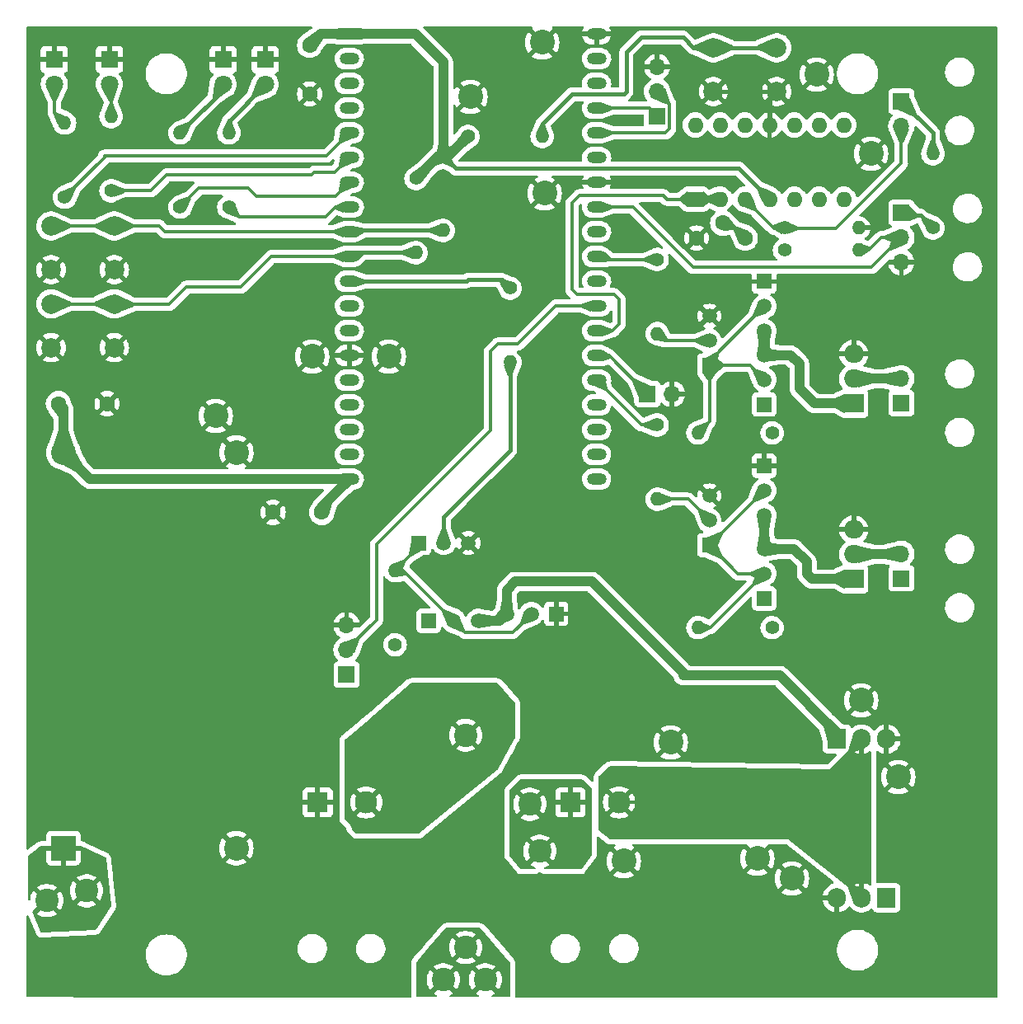
<source format=gbr>
%TF.GenerationSoftware,KiCad,Pcbnew,7.0.1-3b83917a11~172~ubuntu22.04.1*%
%TF.CreationDate,2023-05-23T10:59:46-03:00*%
%TF.ProjectId,adega_iot,61646567-615f-4696-9f74-2e6b69636164,rev?*%
%TF.SameCoordinates,Original*%
%TF.FileFunction,Copper,L2,Bot*%
%TF.FilePolarity,Positive*%
%FSLAX46Y46*%
G04 Gerber Fmt 4.6, Leading zero omitted, Abs format (unit mm)*
G04 Created by KiCad (PCBNEW 7.0.1-3b83917a11~172~ubuntu22.04.1) date 2023-05-23 10:59:46*
%MOMM*%
%LPD*%
G01*
G04 APERTURE LIST*
%TA.AperFunction,ComponentPad*%
%ADD10R,1.600000X1.600000*%
%TD*%
%TA.AperFunction,ComponentPad*%
%ADD11O,1.600000X1.600000*%
%TD*%
%TA.AperFunction,ComponentPad*%
%ADD12C,2.540000*%
%TD*%
%TA.AperFunction,ComponentPad*%
%ADD13R,1.800000X1.800000*%
%TD*%
%TA.AperFunction,ComponentPad*%
%ADD14C,1.800000*%
%TD*%
%TA.AperFunction,ComponentPad*%
%ADD15R,1.500000X1.500000*%
%TD*%
%TA.AperFunction,ComponentPad*%
%ADD16C,1.500000*%
%TD*%
%TA.AperFunction,ComponentPad*%
%ADD17C,2.000000*%
%TD*%
%TA.AperFunction,ComponentPad*%
%ADD18C,1.400000*%
%TD*%
%TA.AperFunction,ComponentPad*%
%ADD19O,1.400000X1.400000*%
%TD*%
%TA.AperFunction,ComponentPad*%
%ADD20C,2.400000*%
%TD*%
%TA.AperFunction,ComponentPad*%
%ADD21C,1.600000*%
%TD*%
%TA.AperFunction,ComponentPad*%
%ADD22R,1.700000X1.700000*%
%TD*%
%TA.AperFunction,ComponentPad*%
%ADD23O,1.700000X1.700000*%
%TD*%
%TA.AperFunction,ComponentPad*%
%ADD24R,2.000000X1.905000*%
%TD*%
%TA.AperFunction,ComponentPad*%
%ADD25O,2.000000X1.905000*%
%TD*%
%TA.AperFunction,ComponentPad*%
%ADD26R,2.100000X2.100000*%
%TD*%
%TA.AperFunction,ComponentPad*%
%ADD27C,2.300000*%
%TD*%
%TA.AperFunction,ComponentPad*%
%ADD28R,2.000000X1.200000*%
%TD*%
%TA.AperFunction,ComponentPad*%
%ADD29O,2.000000X1.200000*%
%TD*%
%TA.AperFunction,ComponentPad*%
%ADD30R,2.540000X2.540000*%
%TD*%
%TA.AperFunction,ComponentPad*%
%ADD31R,1.905000X2.000000*%
%TD*%
%TA.AperFunction,ComponentPad*%
%ADD32O,1.905000X2.000000*%
%TD*%
%TA.AperFunction,Conductor*%
%ADD33C,1.016000*%
%TD*%
%TA.AperFunction,Conductor*%
%ADD34C,0.406400*%
%TD*%
%TA.AperFunction,Conductor*%
%ADD35C,0.355600*%
%TD*%
G04 APERTURE END LIST*
D10*
%TO.P,U1,1*%
%TO.N,/TEMP_PELTIER*%
X68840000Y-17875000D03*
D11*
%TO.P,U1,2,-*%
X71380000Y-17875000D03*
%TO.P,U1,3,+*%
%TO.N,Net-(J2-Pin_2)*%
X73920000Y-17875000D03*
%TO.P,U1,4,V+*%
%TO.N,+3V3*%
X76460000Y-17875000D03*
%TO.P,U1,5*%
%TO.N,N/C*%
X79000000Y-17875000D03*
%TO.P,U1,6*%
X81540000Y-17875000D03*
%TO.P,U1,7*%
X84080000Y-17875000D03*
%TO.P,U1,8*%
X84080000Y-10255000D03*
%TO.P,U1,9*%
X81540000Y-10255000D03*
%TO.P,U1,10*%
X79000000Y-10255000D03*
%TO.P,U1,11,V-*%
%TO.N,GND*%
X76460000Y-10255000D03*
%TO.P,U1,12*%
%TO.N,N/C*%
X73920000Y-10255000D03*
%TO.P,U1,13*%
X71380000Y-10255000D03*
%TO.P,U1,14*%
X68840000Y-10255000D03*
%TD*%
D12*
%TO.P,,0,GND*%
%TO.N,GND*%
X66316000Y-73660000D03*
%TD*%
D13*
%TO.P,D2,1,K*%
%TO.N,GND*%
X8658000Y-3523440D03*
D14*
%TO.P,D2,2,A*%
%TO.N,Net-(D2-A)*%
X8658000Y-6063440D03*
%TD*%
D15*
%TO.P,Q5,1,C*%
%TO.N,GND*%
X54540000Y-60460000D03*
D16*
%TO.P,Q5,2,B*%
%TO.N,Net-(Q1-B)*%
X52000000Y-60460000D03*
%TO.P,Q5,3,E*%
%TO.N,/MOSFET_GATE*%
X49460000Y-60460000D03*
%TD*%
D12*
%TO.P,,0,GND*%
%TO.N,GND*%
X89684000Y-77216000D03*
%TD*%
%TO.P,,0,GND*%
%TO.N,GND*%
X29486000Y-34036000D03*
%TD*%
D17*
%TO.P,SW3,1,1*%
%TO.N,GND*%
X77186000Y-6822000D03*
X70686000Y-6822000D03*
%TO.P,SW3,2,2*%
%TO.N,/RST*%
X77186000Y-2322000D03*
X70686000Y-2322000D03*
%TD*%
D18*
%TO.P,R11,1*%
%TO.N,+12V*%
X76730000Y-61875000D03*
D19*
%TO.P,R11,2*%
%TO.N,Net-(Q10-C)*%
X69110000Y-61875000D03*
%TD*%
D18*
%TO.P,R12,1*%
%TO.N,/FAN2*%
X64920000Y-24065000D03*
D19*
%TO.P,R12,2*%
%TO.N,Net-(Q8-B)*%
X64920000Y-31685000D03*
%TD*%
D12*
%TO.P,,0,GND*%
%TO.N,GND*%
X19580000Y-40132000D03*
%TD*%
%TO.P,,0,GND*%
%TO.N,GND*%
X45742000Y-7366000D03*
%TD*%
D20*
%TO.P,,0*%
%TO.N,+12V*%
X52854000Y-84836000D03*
%TD*%
D12*
%TO.P,,0,GND*%
%TO.N,GND*%
X53362000Y-17272000D03*
%TD*%
D15*
%TO.P,Q10,1,C*%
%TO.N,Net-(Q10-C)*%
X70280000Y-53415000D03*
D16*
%TO.P,Q10,2,B*%
%TO.N,Net-(Q10-B)*%
X70280000Y-50875000D03*
%TO.P,Q10,3,E*%
%TO.N,GND*%
X70280000Y-48335000D03*
%TD*%
D15*
%TO.P,Q8,1,C*%
%TO.N,Net-(Q6-B)*%
X70280000Y-34955000D03*
D16*
%TO.P,Q8,2,B*%
%TO.N,Net-(Q8-B)*%
X70280000Y-32415000D03*
%TO.P,Q8,3,E*%
%TO.N,GND*%
X70280000Y-29875000D03*
%TD*%
D21*
%TO.P,,1*%
%TO.N,+3V3*%
X71650000Y-20320000D03*
%TD*%
D18*
%TO.P,R3,1*%
%TO.N,/LED0*%
X4060000Y-17685000D03*
D19*
%TO.P,R3,2*%
%TO.N,Net-(D1-A)*%
X4060000Y-10065000D03*
%TD*%
D12*
%TO.P,,0,GND*%
%TO.N,GND*%
X81302000Y-5080000D03*
%TD*%
D18*
%TO.P,R10,1*%
%TO.N,+12V*%
X76730000Y-41875000D03*
D19*
%TO.P,R10,2*%
%TO.N,Net-(Q6-B)*%
X69110000Y-41875000D03*
%TD*%
D18*
%TO.P,R4,1*%
%TO.N,/LED1*%
X8820000Y-17010000D03*
D19*
%TO.P,R4,2*%
%TO.N,Net-(D2-A)*%
X8820000Y-9390000D03*
%TD*%
D15*
%TO.P,Q6,1,C*%
%TO.N,+12V*%
X75920000Y-38955000D03*
D16*
%TO.P,Q6,2,B*%
%TO.N,Net-(Q6-B)*%
X75920000Y-36415000D03*
%TO.P,Q6,3,E*%
%TO.N,Net-(Q12-G)*%
X75920000Y-33875000D03*
%TD*%
D12*
%TO.P,,0,GND*%
%TO.N,GND*%
X86890000Y-13208000D03*
%TD*%
D18*
%TO.P,R2,1*%
%TO.N,+3V3*%
X42948000Y-13462000D03*
D19*
%TO.P,R2,2*%
%TO.N,/SW2*%
X42948000Y-21082000D03*
%TD*%
D15*
%TO.P,Q11,1,C*%
%TO.N,GND*%
X75920000Y-45255000D03*
D16*
%TO.P,Q11,2,B*%
%TO.N,Net-(Q10-C)*%
X75920000Y-47795000D03*
%TO.P,Q11,3,E*%
%TO.N,Net-(Q11-E)*%
X75920000Y-50335000D03*
%TD*%
D18*
%TO.P,R16,1*%
%TO.N,+3V3*%
X93240000Y-20828000D03*
D19*
%TO.P,R16,2*%
%TO.N,Net-(J2-Pin_1)*%
X93240000Y-13208000D03*
%TD*%
D12*
%TO.P,,0,GND*%
%TO.N,GND*%
X53108000Y-1778000D03*
%TD*%
D22*
%TO.P,J1,1,Pin_1*%
%TO.N,+3V3*%
X90000000Y-19280000D03*
D23*
%TO.P,J1,2,Pin_2*%
%TO.N,/DS18B20*%
X90000000Y-21820000D03*
%TO.P,J1,3,Pin_3*%
%TO.N,GND*%
X90000000Y-24360000D03*
%TD*%
D20*
%TO.P,,0*%
%TO.N,+12V*%
X2220000Y-89900000D03*
%TD*%
D22*
%TO.P,J6,1,Pin_1*%
%TO.N,/TXD*%
X64920000Y-9360000D03*
D23*
%TO.P,J6,2,Pin_2*%
%TO.N,/RXD*%
X64920000Y-6820000D03*
%TO.P,J6,3,Pin_3*%
%TO.N,GND*%
X64920000Y-4280000D03*
%TD*%
D13*
%TO.P,D3,1,K*%
%TO.N,GND*%
X20342000Y-3551000D03*
D14*
%TO.P,D3,2,A*%
%TO.N,Net-(D3-A)*%
X20342000Y-6091000D03*
%TD*%
D18*
%TO.P,R6,1*%
%TO.N,/LED3*%
X20920000Y-18685000D03*
D19*
%TO.P,R6,2*%
%TO.N,Net-(D4-A)*%
X20920000Y-11065000D03*
%TD*%
D24*
%TO.P,Q13,1,G*%
%TO.N,Net-(Q11-E)*%
X85112000Y-56896000D03*
D25*
%TO.P,Q13,2,D*%
%TO.N,Net-(J9-Pin_2)*%
X85112000Y-54356000D03*
%TO.P,Q13,3,S*%
%TO.N,GND*%
X85112000Y-51816000D03*
%TD*%
D22*
%TO.P,J9,1,Pin_1*%
%TO.N,+12V*%
X90000000Y-56820000D03*
D23*
%TO.P,J9,2,Pin_2*%
%TO.N,Net-(J9-Pin_2)*%
X90000000Y-54280000D03*
%TD*%
D17*
%TO.P,SW2,1,1*%
%TO.N,GND*%
X9170000Y-25125000D03*
X2670000Y-25125000D03*
%TO.P,SW2,2,2*%
%TO.N,/SW2*%
X9170000Y-20625000D03*
X2670000Y-20625000D03*
%TD*%
D21*
%TO.P,C3,1*%
%TO.N,+5V*%
X3420000Y-38875000D03*
%TO.P,C3,2*%
%TO.N,GND*%
X8420000Y-38875000D03*
%TD*%
D26*
%TO.P,J3,1,Pin_1*%
%TO.N,GND*%
X30042500Y-79820000D03*
D27*
%TO.P,J3,2,Pin_2*%
%TO.N,Net-(J3-Pin_2)*%
X35042500Y-79820000D03*
%TD*%
D12*
%TO.P,,0,GND*%
%TO.N,GND*%
X78762000Y-87630000D03*
%TD*%
D21*
%TO.P,C2,1*%
%TO.N,+3V3*%
X29232000Y-2072000D03*
%TO.P,C2,2*%
%TO.N,GND*%
X29232000Y-7072000D03*
%TD*%
D24*
%TO.P,Q12,1,G*%
%TO.N,Net-(Q12-G)*%
X85112000Y-38862000D03*
D25*
%TO.P,Q12,2,D*%
%TO.N,Net-(J8-Pin_2)*%
X85112000Y-36322000D03*
%TO.P,Q12,3,S*%
%TO.N,GND*%
X85112000Y-33782000D03*
%TD*%
D18*
%TO.P,R9,1*%
%TO.N,/PELTIER_POWER*%
X49806000Y-27010000D03*
D19*
%TO.P,R9,2*%
%TO.N,Net-(Q4-B)*%
X49806000Y-34630000D03*
%TD*%
D22*
%TO.P,J10,1,Pin_1*%
%TO.N,/BOOT*%
X63920000Y-37875000D03*
D23*
%TO.P,J10,2,Pin_2*%
%TO.N,GND*%
X66460000Y-37875000D03*
%TD*%
D20*
%TO.P,,0*%
%TO.N,+12V*%
X42948000Y-98044000D03*
%TD*%
D18*
%TO.P,R14,1*%
%TO.N,+3V3*%
X78000000Y-23114000D03*
D19*
%TO.P,R14,2*%
%TO.N,/DS18B20*%
X85620000Y-23114000D03*
%TD*%
D20*
%TO.P,,0*%
%TO.N,+12V*%
X47266000Y-98044000D03*
%TD*%
D15*
%TO.P,Q4,1,C*%
%TO.N,Net-(Q1-B)*%
X40460000Y-53180000D03*
D16*
%TO.P,Q4,2,B*%
%TO.N,Net-(Q4-B)*%
X43000000Y-53180000D03*
%TO.P,Q4,3,E*%
%TO.N,GND*%
X45540000Y-53180000D03*
%TD*%
D18*
%TO.P,R8,1*%
%TO.N,+12V*%
X38000000Y-63630000D03*
D19*
%TO.P,R8,2*%
%TO.N,Net-(Q1-B)*%
X38000000Y-56010000D03*
%TD*%
D17*
%TO.P,SW1,1,1*%
%TO.N,GND*%
X9170000Y-33125000D03*
X2670000Y-33125000D03*
%TO.P,SW1,2,2*%
%TO.N,/SW1*%
X9170000Y-28625000D03*
X2670000Y-28625000D03*
%TD*%
D12*
%TO.P,,0,GND*%
%TO.N,GND*%
X37360000Y-34036000D03*
%TD*%
D15*
%TO.P,Q7,1,C*%
%TO.N,+12V*%
X75920000Y-58875000D03*
D16*
%TO.P,Q7,2,B*%
%TO.N,Net-(Q10-C)*%
X75920000Y-56335000D03*
%TO.P,Q7,3,E*%
%TO.N,Net-(Q11-E)*%
X75920000Y-53795000D03*
%TD*%
D28*
%TO.P,U2,1,3V3*%
%TO.N,+3V3*%
X33300000Y-916560D03*
D29*
%TO.P,U2,2,CHIP_PU*%
%TO.N,/RST*%
X33300000Y-3456560D03*
%TO.P,U2,3,SENSOR_VP/GPIO36/ADC1_CH0*%
%TO.N,unconnected-(U2-SENSOR_VP{slash}GPIO36{slash}ADC1_CH0-Pad3)*%
X33300000Y-5996560D03*
%TO.P,U2,4,SENSOR_VN/GPIO39/ADC1_CH3*%
%TO.N,unconnected-(U2-SENSOR_VN{slash}GPIO39{slash}ADC1_CH3-Pad4)*%
X33300000Y-8536560D03*
%TO.P,U2,5,VDET_1/GPIO34/ADC1_CH6*%
%TO.N,/LED0*%
X33300000Y-11076560D03*
%TO.P,U2,6,VDET_2/GPIO35/ADC1_CH7*%
%TO.N,/LED1*%
X33300000Y-13616560D03*
%TO.P,U2,7,32K_XP/GPIO32/ADC1_CH4*%
%TO.N,/LED2*%
X33300000Y-16156560D03*
%TO.P,U2,8,32K_XN/GPIO33/ADC1_CH5*%
%TO.N,/LED3*%
X33300000Y-18696560D03*
%TO.P,U2,9,DAC_1/ADC2_CH8/GPIO25*%
%TO.N,/SW2*%
X33300000Y-21236560D03*
%TO.P,U2,10,DAC_2/ADC2_CH9/GPIO26*%
%TO.N,/SW1*%
X33300000Y-23776560D03*
%TO.P,U2,11,ADC2_CH7/GPIO27*%
%TO.N,/PELTIER_POWER*%
X33300000Y-26316560D03*
%TO.P,U2,12,MTMS/GPIO14/ADC2_CH6*%
%TO.N,unconnected-(U2-MTMS{slash}GPIO14{slash}ADC2_CH6-Pad12)*%
X33300000Y-28856560D03*
%TO.P,U2,13,MTDI/GPIO12/ADC2_CH5*%
%TO.N,unconnected-(U2-MTDI{slash}GPIO12{slash}ADC2_CH5-Pad13)*%
X33300000Y-31396560D03*
%TO.P,U2,14,GND*%
%TO.N,GND*%
X33300000Y-33936560D03*
%TO.P,U2,15,MTCK/GPIO13/ADC2_CH4*%
%TO.N,unconnected-(U2-MTCK{slash}GPIO13{slash}ADC2_CH4-Pad15)*%
X33300000Y-36476560D03*
%TO.P,U2,16,SD_DATA2/GPIO9*%
%TO.N,unconnected-(U2-SD_DATA2{slash}GPIO9-Pad16)*%
X33300000Y-39016560D03*
%TO.P,U2,17,SD_DATA3/GPIO10*%
%TO.N,unconnected-(U2-SD_DATA3{slash}GPIO10-Pad17)*%
X33300000Y-41556560D03*
%TO.P,U2,18,CMD*%
%TO.N,unconnected-(U2-CMD-Pad18)*%
X33300000Y-44096560D03*
%TO.P,U2,19,5V*%
%TO.N,+5V*%
X33300000Y-46636560D03*
%TO.P,U2,20,SD_CLK/GPIO6*%
%TO.N,unconnected-(U2-SD_CLK{slash}GPIO6-Pad20)*%
X58696320Y-46633840D03*
%TO.P,U2,21,SD_DATA0/GPIO7*%
%TO.N,unconnected-(U2-SD_DATA0{slash}GPIO7-Pad21)*%
X58696320Y-44093840D03*
%TO.P,U2,22,SD_DATA1/GPIO8*%
%TO.N,unconnected-(U2-SD_DATA1{slash}GPIO8-Pad22)*%
X58700000Y-41556560D03*
%TO.P,U2,23,MTDO/GPIO15/ADC2_CH3*%
%TO.N,unconnected-(U2-MTDO{slash}GPIO15{slash}ADC2_CH3-Pad23)*%
X58700000Y-39016560D03*
%TO.P,U2,24,ADC2_CH2/GPIO2*%
%TO.N,/FAN1*%
X58700000Y-36476560D03*
%TO.P,U2,25,GPIO0/BOOT/ADC2_CH1*%
%TO.N,/BOOT*%
X58700000Y-33936560D03*
%TO.P,U2,26,ADC2_CH0/GPIO4*%
%TO.N,/TEMP_PELTIER*%
X58700000Y-31396560D03*
%TO.P,U2,27,GPIO16*%
%TO.N,/GPIO_16*%
X58700000Y-28856560D03*
%TO.P,U2,28,GPIO17*%
%TO.N,unconnected-(U2-GPIO17-Pad28)*%
X58700000Y-26316560D03*
%TO.P,U2,29,GPIO5*%
%TO.N,/FAN2*%
X58700000Y-23776560D03*
%TO.P,U2,30,GPIO18*%
%TO.N,unconnected-(U2-GPIO18-Pad30)*%
X58700000Y-21236560D03*
%TO.P,U2,31,GPIO19*%
%TO.N,/DS18B20*%
X58700000Y-18696560D03*
%TO.P,U2,32,GND*%
%TO.N,GND*%
X58700000Y-16156560D03*
%TO.P,U2,33,GPIO21*%
%TO.N,unconnected-(U2-GPIO21-Pad33)*%
X58700000Y-13616560D03*
%TO.P,U2,34,U0RXD/GPIO3*%
%TO.N,/RXD*%
X58700000Y-11076560D03*
%TO.P,U2,35,U0TXD/GPIO1*%
%TO.N,/TXD*%
X58700000Y-8536560D03*
%TO.P,U2,36,GPIO22*%
%TO.N,unconnected-(U2-GPIO22-Pad36)*%
X58700000Y-5996560D03*
%TO.P,U2,37,GPIO23*%
%TO.N,unconnected-(U2-GPIO23-Pad37)*%
X58700000Y-3456560D03*
%TO.P,U2,38,GND*%
%TO.N,GND*%
X58700000Y-916560D03*
%TD*%
D30*
%TO.P,U3,1,Vin*%
%TO.N,+12V*%
X3920000Y-84515000D03*
D12*
%TO.P,U3,2,GND*%
%TO.N,GND*%
X21700000Y-84515000D03*
%TO.P,U3,3,GND*%
X21700000Y-43875000D03*
%TO.P,U3,4,Vout*%
%TO.N,+5V*%
X3920000Y-43875000D03*
%TD*%
D18*
%TO.P,R1,1*%
%TO.N,+3V3*%
X40154000Y-15748000D03*
D19*
%TO.P,R1,2*%
%TO.N,/SW1*%
X40154000Y-23368000D03*
%TD*%
D22*
%TO.P,J4,1,Pin_1*%
%TO.N,+12V*%
X33020000Y-66705000D03*
D23*
%TO.P,J4,2,Pin_2*%
%TO.N,/GPIO_16*%
X33020000Y-64165000D03*
%TO.P,J4,3,Pin_3*%
%TO.N,GND*%
X33020000Y-61625000D03*
%TD*%
D18*
%TO.P,R5,1*%
%TO.N,/LED2*%
X15920000Y-18685000D03*
D19*
%TO.P,R5,2*%
%TO.N,Net-(D3-A)*%
X15920000Y-11065000D03*
%TD*%
D12*
%TO.P,,0,GND*%
%TO.N,GND*%
X61490000Y-85852000D03*
%TD*%
D20*
%TO.P,,0*%
%TO.N,+12V*%
X51838000Y-80010000D03*
%TD*%
D22*
%TO.P,J8,1,Pin_1*%
%TO.N,+12V*%
X90000000Y-38820000D03*
D23*
%TO.P,J8,2,Pin_2*%
%TO.N,Net-(J8-Pin_2)*%
X90000000Y-36280000D03*
%TD*%
D20*
%TO.P,F1,1*%
%TO.N,+12V*%
X45237500Y-94720000D03*
%TO.P,F1,2*%
%TO.N,Net-(J3-Pin_2)*%
X45237500Y-72920000D03*
%TD*%
D21*
%TO.P,C1,1*%
%TO.N,+5V*%
X30462000Y-50038000D03*
%TO.P,C1,2*%
%TO.N,GND*%
X25462000Y-50038000D03*
%TD*%
D15*
%TO.P,Q1,1,C*%
%TO.N,+12V*%
X41460000Y-61180000D03*
D16*
%TO.P,Q1,2,B*%
%TO.N,Net-(Q1-B)*%
X44000000Y-61180000D03*
%TO.P,Q1,3,E*%
%TO.N,/MOSFET_GATE*%
X46540000Y-61180000D03*
%TD*%
D26*
%TO.P,J7,1,Pin_1*%
%TO.N,+12V*%
X56000000Y-79820000D03*
D27*
%TO.P,J7,2,Pin_2*%
%TO.N,Net-(J7-Pin_2)*%
X61000000Y-79820000D03*
%TD*%
D18*
%TO.P,R15,1*%
%TO.N,+3V3*%
X45488000Y-11430000D03*
D19*
%TO.P,R15,2*%
%TO.N,/RST*%
X53108000Y-11430000D03*
%TD*%
D20*
%TO.P,,0*%
%TO.N,+12V*%
X6320000Y-88900000D03*
%TD*%
D12*
%TO.P,,0,GND*%
%TO.N,GND*%
X75206000Y-85598000D03*
%TD*%
D21*
%TO.P,C4,1*%
%TO.N,+3V3*%
X73965000Y-21875000D03*
%TO.P,C4,2*%
%TO.N,GND*%
X68965000Y-21875000D03*
%TD*%
D18*
%TO.P,R13,1*%
%TO.N,/FAN1*%
X64920000Y-41065000D03*
D19*
%TO.P,R13,2*%
%TO.N,Net-(Q10-B)*%
X64920000Y-48685000D03*
%TD*%
D18*
%TO.P,R7,1*%
%TO.N,Net-(J2-Pin_2)*%
X78000000Y-20828000D03*
D19*
%TO.P,R7,2*%
%TO.N,GND*%
X85620000Y-20828000D03*
%TD*%
D12*
%TO.P,,0,GND*%
%TO.N,GND*%
X85874000Y-69342000D03*
%TD*%
D13*
%TO.P,D1,1,K*%
%TO.N,GND*%
X3000000Y-3523440D03*
D14*
%TO.P,D1,2,A*%
%TO.N,Net-(D1-A)*%
X3000000Y-6063440D03*
%TD*%
D31*
%TO.P,Q3,1,G*%
%TO.N,/MOSFET_GATE*%
X88460000Y-89610000D03*
D32*
%TO.P,Q3,2,D*%
%TO.N,Net-(J7-Pin_2)*%
X85920000Y-89610000D03*
%TO.P,Q3,3,S*%
%TO.N,GND*%
X83380000Y-89610000D03*
%TD*%
D22*
%TO.P,J2,1,Pin_1*%
%TO.N,Net-(J2-Pin_1)*%
X90000000Y-7820000D03*
D23*
%TO.P,J2,2,Pin_2*%
%TO.N,Net-(J2-Pin_2)*%
X90000000Y-10360000D03*
%TD*%
D15*
%TO.P,Q9,1,C*%
%TO.N,GND*%
X75920000Y-26335000D03*
D16*
%TO.P,Q9,2,B*%
%TO.N,Net-(Q6-B)*%
X75920000Y-28875000D03*
%TO.P,Q9,3,E*%
%TO.N,Net-(Q12-G)*%
X75920000Y-31415000D03*
%TD*%
D31*
%TO.P,Q2,1,G*%
%TO.N,/MOSFET_GATE*%
X83380000Y-73320000D03*
D32*
%TO.P,Q2,2,D*%
%TO.N,Net-(J7-Pin_2)*%
X85920000Y-73320000D03*
%TO.P,Q2,3,S*%
%TO.N,GND*%
X88460000Y-73320000D03*
%TD*%
D13*
%TO.P,D4,1,K*%
%TO.N,GND*%
X24660000Y-3551000D03*
D14*
%TO.P,D4,2,A*%
%TO.N,Net-(D4-A)*%
X24660000Y-6091000D03*
%TD*%
D33*
%TO.N,+5V*%
X3920000Y-43875000D02*
X3920000Y-39375000D01*
X30462000Y-49474560D02*
X33300000Y-46636560D01*
X30462000Y-50038000D02*
X30462000Y-49474560D01*
X33300000Y-46636560D02*
X6681560Y-46636560D01*
X6681560Y-46636560D02*
X3920000Y-43875000D01*
X3920000Y-39375000D02*
X3420000Y-38875000D01*
D34*
%TO.N,GND*%
X76460000Y-10255000D02*
X76460000Y-7548000D01*
X70686000Y-6822000D02*
X77186000Y-6822000D01*
X76460000Y-7548000D02*
X77186000Y-6822000D01*
%TO.N,+3V3*%
X90278000Y-19558000D02*
X90000000Y-19280000D01*
X93240000Y-20828000D02*
X91970000Y-19558000D01*
D33*
X40054560Y-916560D02*
X42948000Y-3810000D01*
X42948000Y-13462000D02*
X42440000Y-13462000D01*
X42440000Y-13462000D02*
X40154000Y-15748000D01*
D34*
X76460000Y-17875000D02*
X73317000Y-14732000D01*
D33*
X30387440Y-916560D02*
X29232000Y-2072000D01*
X33300000Y-916560D02*
X40054560Y-916560D01*
D34*
X44218000Y-14732000D02*
X42948000Y-13462000D01*
D33*
X43456000Y-13462000D02*
X45488000Y-11430000D01*
X33300000Y-916560D02*
X30387440Y-916560D01*
D35*
X72410000Y-20320000D02*
X73965000Y-21875000D01*
D33*
X42948000Y-3810000D02*
X42948000Y-13462000D01*
D34*
X91970000Y-19558000D02*
X90278000Y-19558000D01*
D33*
X42948000Y-13462000D02*
X43456000Y-13462000D01*
D35*
X71650000Y-20320000D02*
X72410000Y-20320000D01*
D34*
X73317000Y-14732000D02*
X44218000Y-14732000D01*
X40154000Y-15748000D02*
X40662000Y-15748000D01*
D35*
%TO.N,Net-(Q1-B)*%
X40460000Y-53550000D02*
X38000000Y-56010000D01*
X38000000Y-56010000D02*
X38830000Y-56010000D01*
X38830000Y-56010000D02*
X44000000Y-61180000D01*
X50098200Y-62361800D02*
X45181800Y-62361800D01*
X52000000Y-60460000D02*
X50098200Y-62361800D01*
X45181800Y-62361800D02*
X44000000Y-61180000D01*
X40460000Y-53180000D02*
X40460000Y-53550000D01*
D33*
%TO.N,/MOSFET_GATE*%
X48740000Y-61180000D02*
X46540000Y-61180000D01*
D35*
X83380000Y-73320000D02*
X83420000Y-73320000D01*
D33*
X50314000Y-57150000D02*
X58188000Y-57150000D01*
X49460000Y-60460000D02*
X48740000Y-61180000D01*
X46540000Y-61180000D02*
X48282000Y-61180000D01*
X67586000Y-66548000D02*
X67586000Y-66802000D01*
X77492000Y-66802000D02*
X83380000Y-72690000D01*
X49460000Y-58004000D02*
X50314000Y-57150000D01*
X83380000Y-72690000D02*
X83380000Y-73320000D01*
X58188000Y-57150000D02*
X67586000Y-66548000D01*
X67586000Y-66802000D02*
X77492000Y-66802000D01*
X49460000Y-60460000D02*
X49460000Y-58004000D01*
D35*
%TO.N,Net-(J7-Pin_2)*%
X85920000Y-89610000D02*
X85872500Y-89610000D01*
X79467500Y-79820000D02*
X61000000Y-79820000D01*
X76082500Y-79820000D02*
X61000000Y-79820000D01*
X85872500Y-89610000D02*
X76082500Y-79820000D01*
X85920000Y-73367500D02*
X79467500Y-79820000D01*
X85920000Y-73320000D02*
X85920000Y-73367500D01*
D34*
%TO.N,Net-(Q4-B)*%
X43000000Y-53180000D02*
X43000000Y-50598000D01*
X49806000Y-43688000D02*
X49806000Y-34630000D01*
X43000000Y-50598000D02*
X42948000Y-50546000D01*
X42948000Y-50546000D02*
X49806000Y-43688000D01*
D35*
%TO.N,Net-(Q6-B)*%
X70280000Y-40705000D02*
X69110000Y-41875000D01*
X70280000Y-34955000D02*
X74460000Y-34955000D01*
X70280000Y-34515000D02*
X75920000Y-28875000D01*
X70280000Y-34955000D02*
X70280000Y-40705000D01*
X70280000Y-34955000D02*
X70280000Y-34515000D01*
X74460000Y-34955000D02*
X75920000Y-36415000D01*
D33*
%TO.N,Net-(J8-Pin_2)*%
X85112000Y-36322000D02*
X89958000Y-36322000D01*
X89958000Y-36322000D02*
X90000000Y-36280000D01*
D35*
%TO.N,Net-(Q10-C)*%
X70380000Y-61875000D02*
X75920000Y-56335000D01*
X75920000Y-56335000D02*
X73200000Y-56335000D01*
X69110000Y-61875000D02*
X70380000Y-61875000D01*
X73200000Y-56335000D02*
X70280000Y-53415000D01*
X70300000Y-53415000D02*
X70280000Y-53415000D01*
X75920000Y-47795000D02*
X70300000Y-53415000D01*
D33*
%TO.N,Net-(J9-Pin_2)*%
X89924000Y-54356000D02*
X90000000Y-54280000D01*
X85112000Y-54356000D02*
X89924000Y-54356000D01*
D35*
%TO.N,Net-(Q8-B)*%
X65650000Y-32415000D02*
X64920000Y-31685000D01*
X70280000Y-32415000D02*
X65650000Y-32415000D01*
%TO.N,Net-(Q10-B)*%
X68090000Y-48685000D02*
X70280000Y-50875000D01*
X64920000Y-48685000D02*
X68090000Y-48685000D01*
%TO.N,/SW1*%
X16532000Y-26924000D02*
X22120000Y-26924000D01*
X14754000Y-28702000D02*
X16532000Y-26924000D01*
X9247000Y-28702000D02*
X14754000Y-28702000D01*
D34*
X33708560Y-23368000D02*
X33300000Y-23776560D01*
D35*
X25267440Y-23776560D02*
X33300000Y-23776560D01*
X9170000Y-28625000D02*
X2670000Y-28625000D01*
D34*
X40154000Y-23368000D02*
X33708560Y-23368000D01*
D35*
X22120000Y-26924000D02*
X25267440Y-23776560D01*
X9170000Y-28625000D02*
X9247000Y-28702000D01*
D34*
%TO.N,/SW2*%
X33454560Y-21082000D02*
X33300000Y-21236560D01*
D35*
X13766600Y-20625000D02*
X9170000Y-20625000D01*
X14361800Y-21220200D02*
X13766600Y-20625000D01*
X9170000Y-20625000D02*
X2670000Y-20625000D01*
D34*
X42948000Y-21082000D02*
X33454560Y-21082000D01*
D35*
X33283640Y-21220200D02*
X14361800Y-21220200D01*
X33300000Y-21236560D02*
X33283640Y-21220200D01*
%TO.N,/LED0*%
X33300000Y-11076560D02*
X30914560Y-13462000D01*
X30914560Y-13462000D02*
X8150000Y-13462000D01*
X8150000Y-13462000D02*
X8150000Y-13595000D01*
X8150000Y-13595000D02*
X4060000Y-17685000D01*
%TO.N,Net-(D1-A)*%
X3000000Y-9005000D02*
X4060000Y-10065000D01*
X3000000Y-6063440D02*
X3000000Y-9005000D01*
%TO.N,/LED1*%
X12910000Y-17010000D02*
X14520000Y-15400000D01*
X33300000Y-13616560D02*
X31816560Y-15100000D01*
X31816560Y-15100000D02*
X29720000Y-15100000D01*
X29720000Y-15100000D02*
X29420000Y-15400000D01*
X8820000Y-17010000D02*
X12910000Y-17010000D01*
X14520000Y-15400000D02*
X29420000Y-15400000D01*
%TO.N,Net-(D2-A)*%
X8820000Y-9390000D02*
X8820000Y-6225440D01*
X8820000Y-6225440D02*
X8658000Y-6063440D01*
%TO.N,/LED2*%
X31849760Y-17606800D02*
X33300000Y-16156560D01*
X22882000Y-16764000D02*
X23724800Y-17606800D01*
X23724800Y-17606800D02*
X31849760Y-17606800D01*
X15920000Y-18685000D02*
X17841000Y-16764000D01*
X17841000Y-16764000D02*
X22882000Y-16764000D01*
D34*
%TO.N,Net-(D3-A)*%
X15920000Y-11065000D02*
X20920000Y-6065000D01*
D35*
%TO.N,Net-(J2-Pin_2)*%
X90000000Y-14162000D02*
X83287000Y-20875000D01*
X76920000Y-20875000D02*
X78110000Y-20875000D01*
X83287000Y-20875000D02*
X78110000Y-20875000D01*
X90000000Y-10360000D02*
X90000000Y-14162000D01*
X73920000Y-17875000D02*
X76920000Y-20875000D01*
D34*
%TO.N,/PELTIER_POWER*%
X49806000Y-27010000D02*
X48958000Y-26162000D01*
X48958000Y-26162000D02*
X45488000Y-26162000D01*
X45333440Y-26316560D02*
X33300000Y-26316560D01*
X45488000Y-26162000D02*
X45333440Y-26316560D01*
D35*
%TO.N,/FAN2*%
X58988440Y-24065000D02*
X58700000Y-23776560D01*
X64920000Y-24065000D02*
X58988440Y-24065000D01*
%TO.N,/FAN1*%
X58700000Y-36476560D02*
X63288440Y-41065000D01*
X63288440Y-41065000D02*
X64920000Y-41065000D01*
D34*
%TO.N,/RST*%
X63268000Y-1270000D02*
X61744000Y-2794000D01*
X53108000Y-10160000D02*
X53108000Y-11430000D01*
X67586000Y-1270000D02*
X63268000Y-1270000D01*
X77186000Y-2322000D02*
X70686000Y-2322000D01*
X61490000Y-7112000D02*
X56156000Y-7112000D01*
X56156000Y-7112000D02*
X53108000Y-10160000D01*
X70686000Y-2322000D02*
X68638000Y-2322000D01*
X61744000Y-2794000D02*
X61744000Y-6858000D01*
X61744000Y-6858000D02*
X61490000Y-7112000D01*
X68638000Y-2322000D02*
X67586000Y-1270000D01*
%TO.N,Net-(D4-A)*%
X20920000Y-11065000D02*
X20920000Y-9831000D01*
X20920000Y-9831000D02*
X24660000Y-6091000D01*
D35*
%TO.N,/BOOT*%
X58700000Y-33936560D02*
X59981560Y-33936560D01*
X59981560Y-33936560D02*
X63920000Y-37875000D01*
%TO.N,/TEMP_PELTIER*%
X68840000Y-17875000D02*
X71380000Y-17875000D01*
X60982000Y-30734000D02*
X60319440Y-31396560D01*
X56156000Y-27178000D02*
X56664000Y-27686000D01*
X60982000Y-28194000D02*
X60474000Y-27686000D01*
X56918000Y-17526000D02*
X65554000Y-17526000D01*
X60982000Y-30734000D02*
X60982000Y-28194000D01*
X65903000Y-17875000D02*
X68840000Y-17875000D01*
X56918000Y-17526000D02*
X56156000Y-18288000D01*
X56156000Y-18288000D02*
X56156000Y-27178000D01*
X65554000Y-17526000D02*
X65903000Y-17875000D01*
X68840000Y-17875000D02*
X68730000Y-17875000D01*
X60319440Y-31396560D02*
X58700000Y-31396560D01*
X56664000Y-27686000D02*
X60474000Y-27686000D01*
%TO.N,/DS18B20*%
X87930000Y-21820000D02*
X86636000Y-23114000D01*
X90000000Y-21820000D02*
X87930000Y-21820000D01*
X86928000Y-24892000D02*
X68602000Y-24892000D01*
X86636000Y-23114000D02*
X85620000Y-23114000D01*
X68602000Y-24892000D02*
X62406560Y-18696560D01*
X62406560Y-18696560D02*
X58700000Y-18696560D01*
X90000000Y-21820000D02*
X86928000Y-24892000D01*
%TO.N,/RXD*%
X58700000Y-11076560D02*
X65767040Y-11076560D01*
X66201800Y-8101800D02*
X64920000Y-6820000D01*
X65767040Y-11076560D02*
X66201800Y-10641800D01*
X66201800Y-10641800D02*
X66201800Y-8101800D01*
%TO.N,/TXD*%
X64096560Y-8536560D02*
X64920000Y-9360000D01*
X58700000Y-8536560D02*
X64096560Y-8536560D01*
%TO.N,/LED3*%
X30883000Y-19685000D02*
X31871440Y-18696560D01*
X30883000Y-19685000D02*
X21993000Y-19685000D01*
X21993000Y-19685000D02*
X21956500Y-19721500D01*
X31871440Y-18696560D02*
X33300000Y-18696560D01*
X21956500Y-19721500D02*
X20920000Y-18685000D01*
%TO.N,/GPIO_16*%
X33020000Y-64165000D02*
X36090000Y-61095000D01*
X48536000Y-32766000D02*
X50568000Y-32766000D01*
X50568000Y-32766000D02*
X54477440Y-28856560D01*
X36090000Y-61095000D02*
X36090000Y-53340000D01*
X47774000Y-41656000D02*
X47774000Y-33528000D01*
X54477440Y-28856560D02*
X58700000Y-28856560D01*
X36090000Y-53340000D02*
X47774000Y-41656000D01*
X47774000Y-33528000D02*
X48536000Y-32766000D01*
D33*
%TO.N,Net-(Q12-G)*%
X79524000Y-37338000D02*
X81048000Y-38862000D01*
X75920000Y-33875000D02*
X78601000Y-33875000D01*
X75920000Y-31415000D02*
X75920000Y-33875000D01*
X79524000Y-34798000D02*
X79524000Y-37338000D01*
X78601000Y-33875000D02*
X79524000Y-34798000D01*
X81048000Y-38862000D02*
X85112000Y-38862000D01*
%TO.N,Net-(Q11-E)*%
X75920000Y-53795000D02*
X78963000Y-53795000D01*
X80794000Y-56896000D02*
X85112000Y-56896000D01*
X78963000Y-53795000D02*
X80286000Y-55118000D01*
X80286000Y-56388000D02*
X80794000Y-56896000D01*
X75920000Y-53795000D02*
X75920000Y-50335000D01*
X80286000Y-55118000D02*
X80286000Y-56388000D01*
D34*
%TO.N,Net-(J2-Pin_1)*%
X93240000Y-13208000D02*
X93240000Y-11060000D01*
X93240000Y-11060000D02*
X90000000Y-7820000D01*
%TD*%
%TA.AperFunction,Conductor*%
%TO.N,GND*%
G36*
X29434655Y-143119D02*
G01*
X29479724Y-186042D01*
X29498262Y-245455D01*
X29485598Y-306391D01*
X29444924Y-353497D01*
X29294453Y-457523D01*
X28634650Y-913665D01*
X28616544Y-924047D01*
X28579267Y-941431D01*
X28392859Y-1071953D01*
X28353538Y-1111274D01*
X28343623Y-1120177D01*
X28333002Y-1128727D01*
X28295865Y-1168818D01*
X28292581Y-1172231D01*
X28231951Y-1232862D01*
X28101432Y-1419264D01*
X28005261Y-1625502D01*
X27946364Y-1845310D01*
X27926531Y-2072000D01*
X27946364Y-2298689D01*
X28005261Y-2518497D01*
X28101432Y-2724735D01*
X28231953Y-2911140D01*
X28392859Y-3072046D01*
X28579264Y-3202567D01*
X28579265Y-3202567D01*
X28579266Y-3202568D01*
X28785504Y-3298739D01*
X29005308Y-3357635D01*
X29232000Y-3377468D01*
X29458692Y-3357635D01*
X29678496Y-3298739D01*
X29884734Y-3202568D01*
X30071139Y-3072047D01*
X30131792Y-3011392D01*
X30135181Y-3008132D01*
X30145286Y-2998771D01*
X30175283Y-2970984D01*
X30183819Y-2960379D01*
X30192722Y-2950462D01*
X30232047Y-2911139D01*
X30362568Y-2724734D01*
X30379950Y-2687456D01*
X30390332Y-2669349D01*
X30867908Y-1978544D01*
X30912321Y-1939242D01*
X30969906Y-1925060D01*
X31619413Y-1925060D01*
X31638202Y-1926491D01*
X32219217Y-2015580D01*
X32277342Y-2019399D01*
X32306402Y-2021309D01*
X32306403Y-2021308D01*
X32306405Y-2021309D01*
X32339172Y-2017773D01*
X32352472Y-2017059D01*
X34247524Y-2017059D01*
X34260818Y-2017773D01*
X34293594Y-2021309D01*
X34380782Y-2015580D01*
X34961797Y-1926491D01*
X34980587Y-1925060D01*
X39585464Y-1925060D01*
X39632917Y-1934499D01*
X39673145Y-1961379D01*
X41903181Y-4191415D01*
X41930061Y-4231643D01*
X41939500Y-4279096D01*
X41939500Y-11982577D01*
X41938350Y-11999425D01*
X41937801Y-12003425D01*
X41937801Y-12003427D01*
X41929399Y-12064689D01*
X41856927Y-12593131D01*
X41842302Y-12636809D01*
X41812742Y-12672136D01*
X41723433Y-12745430D01*
X41695707Y-12779214D01*
X41687536Y-12788228D01*
X40486993Y-13988771D01*
X40474267Y-13999872D01*
X39491727Y-14745415D01*
X39482052Y-14752058D01*
X39427438Y-14785874D01*
X39377102Y-14831761D01*
X39368531Y-14838896D01*
X39364129Y-14842236D01*
X39352903Y-14853595D01*
X39348262Y-14858052D01*
X39314803Y-14888556D01*
X39263017Y-14935765D01*
X39128941Y-15113311D01*
X39029769Y-15312473D01*
X38968885Y-15526462D01*
X38948357Y-15748000D01*
X38968885Y-15969537D01*
X39029769Y-16183526D01*
X39128941Y-16382688D01*
X39263019Y-16560237D01*
X39427437Y-16710124D01*
X39616595Y-16827245D01*
X39616597Y-16827245D01*
X39616599Y-16827247D01*
X39824060Y-16907618D01*
X40042757Y-16948500D01*
X40265241Y-16948500D01*
X40265243Y-16948500D01*
X40483940Y-16907618D01*
X40691401Y-16827247D01*
X40880562Y-16710124D01*
X40930713Y-16664405D01*
X41044980Y-16560237D01*
X41053995Y-16548300D01*
X41179058Y-16382689D01*
X41179058Y-16382688D01*
X41182160Y-16378581D01*
X41189037Y-16367499D01*
X41899684Y-15430950D01*
X41899688Y-15430942D01*
X41902124Y-15427733D01*
X41913218Y-15415014D01*
X42387726Y-14940506D01*
X42435175Y-14910897D01*
X42847920Y-14769329D01*
X42893208Y-14762724D01*
X42937802Y-14772996D01*
X43495437Y-15016701D01*
X43533460Y-15042642D01*
X43702724Y-15211906D01*
X43707858Y-15217359D01*
X43747934Y-15262595D01*
X43797667Y-15296923D01*
X43803686Y-15301352D01*
X43851275Y-15338636D01*
X43860607Y-15342836D01*
X43880158Y-15353863D01*
X43888571Y-15359670D01*
X43888572Y-15359670D01*
X43888573Y-15359671D01*
X43945098Y-15381107D01*
X43951995Y-15383965D01*
X44007109Y-15408770D01*
X44017175Y-15410614D01*
X44038781Y-15416638D01*
X44048357Y-15420270D01*
X44108364Y-15427555D01*
X44115755Y-15428679D01*
X44175199Y-15439574D01*
X44235513Y-15435925D01*
X44242999Y-15435700D01*
X52552404Y-15435700D01*
X52616003Y-15453252D01*
X52661598Y-15500940D01*
X52676279Y-15565263D01*
X52655891Y-15628011D01*
X52606206Y-15671420D01*
X52474518Y-15734837D01*
X52298438Y-15854886D01*
X53362000Y-16918447D01*
X53362001Y-16918447D01*
X54425560Y-15854886D01*
X54249481Y-15734836D01*
X54117795Y-15671420D01*
X54068109Y-15628011D01*
X54047721Y-15565263D01*
X54062402Y-15500940D01*
X54107996Y-15453252D01*
X54171596Y-15435700D01*
X57231243Y-15435700D01*
X57293243Y-15452313D01*
X57338630Y-15497700D01*
X57355243Y-15559699D01*
X57338631Y-15621699D01*
X57294853Y-15697525D01*
X57226143Y-15896048D01*
X57224631Y-15906559D01*
X57224632Y-15906560D01*
X60171257Y-15906560D01*
X60144229Y-15795149D01*
X60060229Y-15611211D01*
X60049340Y-15550853D01*
X60068709Y-15492660D01*
X60113597Y-15450868D01*
X60173024Y-15435700D01*
X72974156Y-15435700D01*
X73021609Y-15445139D01*
X73061837Y-15472019D01*
X73952061Y-16362243D01*
X73985441Y-16423085D01*
X73980902Y-16492334D01*
X73939866Y-16548300D01*
X73875187Y-16573452D01*
X73693310Y-16589364D01*
X73473502Y-16648261D01*
X73267264Y-16744432D01*
X73080859Y-16874953D01*
X72919953Y-17035859D01*
X72789433Y-17222263D01*
X72762382Y-17280275D01*
X72716625Y-17332450D01*
X72650000Y-17351869D01*
X72583375Y-17332450D01*
X72537618Y-17280275D01*
X72532163Y-17268577D01*
X72510568Y-17222266D01*
X72487968Y-17189989D01*
X72380046Y-17035859D01*
X72219140Y-16874953D01*
X72032735Y-16744432D01*
X71826497Y-16648261D01*
X71606689Y-16589364D01*
X71380000Y-16569531D01*
X71153310Y-16589364D01*
X70933502Y-16648261D01*
X70897286Y-16665149D01*
X70878817Y-16672032D01*
X70861779Y-16676879D01*
X70344884Y-16901120D01*
X70279969Y-16910382D01*
X70219407Y-16885244D01*
X70206175Y-16874953D01*
X70165312Y-16843171D01*
X69958486Y-16682311D01*
X69906944Y-16649228D01*
X69899614Y-16644142D01*
X69882329Y-16631202D01*
X69829431Y-16611472D01*
X69825636Y-16609985D01*
X69797292Y-16598337D01*
X69782805Y-16593864D01*
X69776062Y-16591567D01*
X69747487Y-16580909D01*
X69717677Y-16577704D01*
X69687873Y-16574500D01*
X69687869Y-16574500D01*
X69682281Y-16574500D01*
X69675619Y-16573902D01*
X69669828Y-16574261D01*
X69669810Y-16574262D01*
X69662141Y-16574500D01*
X68017861Y-16574500D01*
X68010220Y-16574264D01*
X68010168Y-16574261D01*
X68004413Y-16573905D01*
X67997763Y-16574500D01*
X67992133Y-16574500D01*
X67932515Y-16580909D01*
X67903932Y-16591569D01*
X67897201Y-16593862D01*
X67882686Y-16598345D01*
X67854329Y-16609998D01*
X67850535Y-16611485D01*
X67797668Y-16631204D01*
X67780385Y-16644142D01*
X67773060Y-16649224D01*
X67721520Y-16682307D01*
X67402560Y-16930379D01*
X67106833Y-17160381D01*
X67093718Y-17170581D01*
X67057833Y-17189989D01*
X67017591Y-17196700D01*
X66235323Y-17196700D01*
X66187870Y-17187261D01*
X66147642Y-17160381D01*
X66050782Y-17063521D01*
X66045648Y-17058067D01*
X66007101Y-17014557D01*
X66007098Y-17014555D01*
X65959272Y-16981543D01*
X65953242Y-16977106D01*
X65907487Y-16941259D01*
X65898858Y-16937375D01*
X65879319Y-16926354D01*
X65871538Y-16920984D01*
X65817196Y-16900375D01*
X65810275Y-16897509D01*
X65757274Y-16873655D01*
X65747974Y-16871951D01*
X65726359Y-16865925D01*
X65717520Y-16862573D01*
X65659827Y-16855567D01*
X65652424Y-16854440D01*
X65595256Y-16843964D01*
X65595255Y-16843964D01*
X65537236Y-16847474D01*
X65529748Y-16847700D01*
X60185915Y-16847700D01*
X60123915Y-16831087D01*
X60078528Y-16785700D01*
X60061915Y-16723700D01*
X60078528Y-16661700D01*
X60105146Y-16615596D01*
X60173856Y-16417071D01*
X60175368Y-16406560D01*
X57228742Y-16406560D01*
X57255771Y-16517975D01*
X57326198Y-16672189D01*
X57337088Y-16732546D01*
X57317719Y-16790740D01*
X57272831Y-16832532D01*
X57213404Y-16847700D01*
X56942257Y-16847700D01*
X56934770Y-16847474D01*
X56876742Y-16843963D01*
X56819567Y-16854441D01*
X56812166Y-16855568D01*
X56754478Y-16862573D01*
X56745635Y-16865927D01*
X56724025Y-16871951D01*
X56714723Y-16873655D01*
X56661712Y-16897513D01*
X56654802Y-16900375D01*
X56635708Y-16907617D01*
X56600460Y-16920985D01*
X56592675Y-16926358D01*
X56573139Y-16937376D01*
X56564513Y-16941258D01*
X56518767Y-16977097D01*
X56512739Y-16981533D01*
X56464900Y-17014555D01*
X56426350Y-17058068D01*
X56421217Y-17063520D01*
X55693520Y-17791217D01*
X55688068Y-17796350D01*
X55644555Y-17834900D01*
X55611541Y-17882729D01*
X55607104Y-17888760D01*
X55571258Y-17934514D01*
X55567374Y-17943144D01*
X55556360Y-17962673D01*
X55550983Y-17970463D01*
X55530372Y-18024810D01*
X55527507Y-18031727D01*
X55503656Y-18084723D01*
X55501951Y-18094026D01*
X55495926Y-18115637D01*
X55492573Y-18124477D01*
X55485567Y-18182172D01*
X55484440Y-18189573D01*
X55473964Y-18246742D01*
X55473964Y-18246744D01*
X55473964Y-18246745D01*
X55476178Y-18283338D01*
X55477474Y-18304764D01*
X55477700Y-18312252D01*
X55477700Y-27153748D01*
X55477474Y-27161236D01*
X55473964Y-27219256D01*
X55484440Y-27276424D01*
X55485567Y-27283827D01*
X55492573Y-27341520D01*
X55495925Y-27350359D01*
X55501951Y-27371974D01*
X55503655Y-27381274D01*
X55527509Y-27434275D01*
X55530375Y-27441196D01*
X55550984Y-27495538D01*
X55556354Y-27503319D01*
X55567375Y-27522858D01*
X55571259Y-27531487D01*
X55607106Y-27577242D01*
X55611543Y-27583272D01*
X55619557Y-27594883D01*
X55644557Y-27631101D01*
X55688067Y-27669648D01*
X55693521Y-27674782D01*
X55985318Y-27966579D01*
X56015568Y-28015942D01*
X56020110Y-28073658D01*
X55997955Y-28127145D01*
X55953932Y-28164745D01*
X55897637Y-28178260D01*
X54501692Y-28178260D01*
X54494204Y-28178034D01*
X54436184Y-28174524D01*
X54436182Y-28174524D01*
X54379013Y-28185000D01*
X54371612Y-28186127D01*
X54313917Y-28193133D01*
X54305077Y-28196486D01*
X54283466Y-28202511D01*
X54274163Y-28204216D01*
X54221167Y-28228067D01*
X54214250Y-28230932D01*
X54159903Y-28251543D01*
X54152113Y-28256920D01*
X54132584Y-28267934D01*
X54123954Y-28271818D01*
X54078200Y-28307664D01*
X54072169Y-28312101D01*
X54024340Y-28345115D01*
X53985790Y-28388628D01*
X53980657Y-28394080D01*
X50323358Y-32051381D01*
X50283130Y-32078261D01*
X50235677Y-32087700D01*
X48560257Y-32087700D01*
X48552770Y-32087474D01*
X48494742Y-32083963D01*
X48437567Y-32094441D01*
X48430166Y-32095568D01*
X48372478Y-32102573D01*
X48363635Y-32105927D01*
X48342025Y-32111951D01*
X48332723Y-32113655D01*
X48279712Y-32137513D01*
X48272799Y-32140376D01*
X48243336Y-32151550D01*
X48218460Y-32160985D01*
X48210675Y-32166358D01*
X48191139Y-32177376D01*
X48182513Y-32181258D01*
X48136767Y-32217097D01*
X48130739Y-32221533D01*
X48082900Y-32254555D01*
X48044350Y-32298068D01*
X48039217Y-32303520D01*
X47311520Y-33031217D01*
X47306068Y-33036350D01*
X47262555Y-33074900D01*
X47229541Y-33122729D01*
X47225104Y-33128760D01*
X47189258Y-33174514D01*
X47185374Y-33183144D01*
X47174360Y-33202673D01*
X47168983Y-33210463D01*
X47148372Y-33264810D01*
X47145507Y-33271727D01*
X47121656Y-33324723D01*
X47119951Y-33334026D01*
X47113926Y-33355637D01*
X47110573Y-33364477D01*
X47103567Y-33422172D01*
X47102440Y-33429573D01*
X47091964Y-33486742D01*
X47095474Y-33544764D01*
X47095700Y-33552252D01*
X47095700Y-41323677D01*
X47086261Y-41371130D01*
X47059381Y-41411358D01*
X35627520Y-52843217D01*
X35622068Y-52848350D01*
X35578555Y-52886900D01*
X35545541Y-52934729D01*
X35541104Y-52940760D01*
X35505258Y-52986514D01*
X35501374Y-52995144D01*
X35490360Y-53014673D01*
X35484983Y-53022463D01*
X35464372Y-53076810D01*
X35461507Y-53083727D01*
X35437656Y-53136723D01*
X35435951Y-53146026D01*
X35429926Y-53167637D01*
X35426573Y-53176477D01*
X35419567Y-53234172D01*
X35418440Y-53241573D01*
X35407964Y-53298742D01*
X35411474Y-53356764D01*
X35411700Y-53364252D01*
X35411700Y-60762677D01*
X35402261Y-60810130D01*
X35375381Y-60850358D01*
X34387057Y-61838681D01*
X34346829Y-61865561D01*
X34299376Y-61875000D01*
X31689364Y-61875000D01*
X31746569Y-62088492D01*
X31846399Y-62302576D01*
X31981893Y-62496081D01*
X32148918Y-62663106D01*
X32334595Y-62793119D01*
X32373460Y-62837437D01*
X32387471Y-62894694D01*
X32373460Y-62951951D01*
X32334595Y-62996269D01*
X32148595Y-63126508D01*
X31981505Y-63293598D01*
X31845965Y-63487170D01*
X31746097Y-63701336D01*
X31684936Y-63929592D01*
X31664340Y-64165000D01*
X31684936Y-64400407D01*
X31729709Y-64567501D01*
X31746097Y-64628663D01*
X31845965Y-64842830D01*
X31981505Y-65036401D01*
X31981508Y-65036404D01*
X32103430Y-65158326D01*
X32134726Y-65211072D01*
X32136915Y-65272365D01*
X32109462Y-65327209D01*
X32059083Y-65362189D01*
X31927669Y-65411204D01*
X31812454Y-65497454D01*
X31726204Y-65612668D01*
X31675909Y-65747515D01*
X31675909Y-65747517D01*
X31671030Y-65792903D01*
X31669500Y-65807130D01*
X31669500Y-67602869D01*
X31673986Y-67644595D01*
X31675909Y-67662483D01*
X31726204Y-67797331D01*
X31812454Y-67912546D01*
X31927669Y-67998796D01*
X32062517Y-68049091D01*
X32122127Y-68055500D01*
X33917872Y-68055499D01*
X33977483Y-68049091D01*
X34112331Y-67998796D01*
X34227546Y-67912546D01*
X34313796Y-67797331D01*
X34364091Y-67662483D01*
X34370500Y-67602873D01*
X34370499Y-65807128D01*
X34364091Y-65747517D01*
X34313796Y-65612669D01*
X34227546Y-65497454D01*
X34112331Y-65411204D01*
X34050898Y-65388291D01*
X33980916Y-65362189D01*
X33930537Y-65327209D01*
X33903084Y-65272365D01*
X33905273Y-65211072D01*
X33936566Y-65158329D01*
X34058495Y-65036401D01*
X34194035Y-64842830D01*
X34262816Y-64695325D01*
X34266465Y-64688128D01*
X34281036Y-64661587D01*
X34291671Y-64634108D01*
X34294944Y-64626431D01*
X34294962Y-64626391D01*
X34296592Y-64621392D01*
X34680312Y-63630000D01*
X36794357Y-63630000D01*
X36814885Y-63851537D01*
X36875769Y-64065526D01*
X36974941Y-64264688D01*
X37109019Y-64442237D01*
X37273437Y-64592124D01*
X37462595Y-64709245D01*
X37462597Y-64709245D01*
X37462599Y-64709247D01*
X37670060Y-64789618D01*
X37888757Y-64830500D01*
X38111241Y-64830500D01*
X38111243Y-64830500D01*
X38329940Y-64789618D01*
X38537401Y-64709247D01*
X38726562Y-64592124D01*
X38890981Y-64442236D01*
X39025058Y-64264689D01*
X39124229Y-64065528D01*
X39185115Y-63851536D01*
X39205643Y-63630000D01*
X39185115Y-63408464D01*
X39152433Y-63293598D01*
X39124230Y-63194473D01*
X39025058Y-62995311D01*
X38890980Y-62817762D01*
X38726562Y-62667875D01*
X38537404Y-62550754D01*
X38415409Y-62503493D01*
X38329940Y-62470382D01*
X38111243Y-62429500D01*
X37888757Y-62429500D01*
X37706249Y-62463617D01*
X37670060Y-62470382D01*
X37462595Y-62550754D01*
X37273437Y-62667875D01*
X37109019Y-62817762D01*
X36974941Y-62995311D01*
X36875769Y-63194473D01*
X36814885Y-63408462D01*
X36794357Y-63630000D01*
X34680312Y-63630000D01*
X34775721Y-63383499D01*
X34803677Y-63340582D01*
X36552493Y-61591766D01*
X36557912Y-61586664D01*
X36601444Y-61548100D01*
X36634474Y-61500245D01*
X36638875Y-61494263D01*
X36674740Y-61448487D01*
X36678618Y-61439869D01*
X36689647Y-61420315D01*
X36695015Y-61412538D01*
X36695014Y-61412538D01*
X36695016Y-61412537D01*
X36715628Y-61358185D01*
X36718489Y-61351279D01*
X36728742Y-61328500D01*
X36742344Y-61298278D01*
X36744048Y-61288975D01*
X36750075Y-61267355D01*
X36753427Y-61258520D01*
X36760432Y-61200816D01*
X36761554Y-61193443D01*
X36772036Y-61136255D01*
X36768526Y-61078230D01*
X36768300Y-61070743D01*
X36768300Y-56741017D01*
X36783418Y-56681682D01*
X36825085Y-56636814D01*
X36883142Y-56617356D01*
X36943432Y-56628050D01*
X36991254Y-56666290D01*
X37109019Y-56822237D01*
X37273437Y-56972124D01*
X37462595Y-57089245D01*
X37462597Y-57089245D01*
X37462599Y-57089247D01*
X37670060Y-57169618D01*
X37888757Y-57210500D01*
X37968030Y-57210500D01*
X37975724Y-57210739D01*
X38018399Y-57213392D01*
X38018400Y-57213391D01*
X38018402Y-57213392D01*
X38041025Y-57211542D01*
X38048735Y-57210912D01*
X38058839Y-57210500D01*
X38111246Y-57210500D01*
X38285056Y-57178007D01*
X38301084Y-57175011D01*
X38304855Y-57174366D01*
X38875153Y-57086181D01*
X38932636Y-57090864D01*
X38981783Y-57121044D01*
X41578558Y-59717819D01*
X41608808Y-59767182D01*
X41613350Y-59824898D01*
X41591195Y-59878385D01*
X41547172Y-59915985D01*
X41490877Y-59929500D01*
X40662130Y-59929500D01*
X40602515Y-59935909D01*
X40467669Y-59986204D01*
X40352454Y-60072454D01*
X40266204Y-60187668D01*
X40217207Y-60319035D01*
X40215909Y-60322517D01*
X40212786Y-60351569D01*
X40209500Y-60382130D01*
X40209500Y-61977869D01*
X40210469Y-61986880D01*
X40215909Y-62037483D01*
X40266204Y-62172331D01*
X40352454Y-62287546D01*
X40467669Y-62373796D01*
X40602517Y-62424091D01*
X40662127Y-62430500D01*
X42257872Y-62430499D01*
X42317483Y-62424091D01*
X42452331Y-62373796D01*
X42567546Y-62287546D01*
X42653796Y-62172331D01*
X42704091Y-62037483D01*
X42710500Y-61977873D01*
X42710499Y-61911859D01*
X42726045Y-61851746D01*
X42768788Y-61806704D01*
X42828008Y-61788031D01*
X42888856Y-61800410D01*
X42936072Y-61840735D01*
X43038402Y-61986877D01*
X43193123Y-62141598D01*
X43372361Y-62267102D01*
X43465484Y-62310526D01*
X43497456Y-62325435D01*
X43506165Y-62329923D01*
X43534631Y-62346047D01*
X44248374Y-62634284D01*
X44638704Y-62791915D01*
X44679951Y-62819212D01*
X44685016Y-62824277D01*
X44690150Y-62829730D01*
X44728700Y-62873244D01*
X44776524Y-62906254D01*
X44782556Y-62910692D01*
X44795050Y-62920480D01*
X44828313Y-62946540D01*
X44836939Y-62950422D01*
X44856477Y-62961442D01*
X44864261Y-62966815D01*
X44864262Y-62966815D01*
X44864263Y-62966816D01*
X44918610Y-62987427D01*
X44925517Y-62990288D01*
X44978522Y-63014144D01*
X44987828Y-63015849D01*
X45009436Y-63021872D01*
X45018280Y-63025227D01*
X45075977Y-63032231D01*
X45083362Y-63033356D01*
X45140542Y-63043836D01*
X45140544Y-63043835D01*
X45140545Y-63043836D01*
X45198569Y-63040326D01*
X45206057Y-63040100D01*
X50073948Y-63040100D01*
X50081435Y-63040326D01*
X50083839Y-63040471D01*
X50139455Y-63043836D01*
X50196651Y-63033353D01*
X50204006Y-63032233D01*
X50261720Y-63025227D01*
X50270559Y-63021874D01*
X50292188Y-63015845D01*
X50301478Y-63014143D01*
X50343319Y-62995311D01*
X50354475Y-62990289D01*
X50361370Y-62987433D01*
X50415737Y-62966816D01*
X50423519Y-62961443D01*
X50443061Y-62950422D01*
X50451688Y-62946540D01*
X50497457Y-62910680D01*
X50503473Y-62906255D01*
X50551300Y-62873244D01*
X50589864Y-62829712D01*
X50594966Y-62824293D01*
X51320049Y-62099210D01*
X51361292Y-62071916D01*
X52465369Y-61626046D01*
X52493844Y-61609916D01*
X52502532Y-61605440D01*
X52627635Y-61547104D01*
X52627635Y-61547103D01*
X52627639Y-61547102D01*
X52806877Y-61421598D01*
X52961598Y-61266877D01*
X53064426Y-61120022D01*
X53111642Y-61079697D01*
X53172490Y-61067318D01*
X53231710Y-61085990D01*
X53274453Y-61131032D01*
X53290000Y-61191148D01*
X53290000Y-61257824D01*
X53296402Y-61317375D01*
X53346647Y-61452089D01*
X53432811Y-61567188D01*
X53547910Y-61653352D01*
X53682624Y-61703597D01*
X53742176Y-61710000D01*
X54290000Y-61710000D01*
X54290000Y-60710000D01*
X54790000Y-60710000D01*
X54790000Y-61710000D01*
X55337824Y-61710000D01*
X55397375Y-61703597D01*
X55532089Y-61653352D01*
X55647188Y-61567188D01*
X55733352Y-61452089D01*
X55783597Y-61317375D01*
X55790000Y-61257824D01*
X55790000Y-60710000D01*
X54790000Y-60710000D01*
X54290000Y-60710000D01*
X54290000Y-59210000D01*
X54790000Y-59210000D01*
X54790000Y-60210000D01*
X55790000Y-60210000D01*
X55790000Y-59662176D01*
X55783597Y-59602624D01*
X55733352Y-59467910D01*
X55647188Y-59352811D01*
X55532089Y-59266647D01*
X55397375Y-59216402D01*
X55337824Y-59210000D01*
X54790000Y-59210000D01*
X54290000Y-59210000D01*
X53742176Y-59210000D01*
X53682624Y-59216402D01*
X53547910Y-59266647D01*
X53432811Y-59352811D01*
X53346647Y-59467910D01*
X53296402Y-59602624D01*
X53290000Y-59662176D01*
X53290000Y-59728853D01*
X53274453Y-59788969D01*
X53231710Y-59834011D01*
X53172490Y-59852683D01*
X53111642Y-59840303D01*
X53064425Y-59799976D01*
X53056718Y-59788969D01*
X52961598Y-59653123D01*
X52806877Y-59498402D01*
X52627639Y-59372898D01*
X52536205Y-59330261D01*
X52429331Y-59280425D01*
X52217974Y-59223792D01*
X52000000Y-59204722D01*
X51782025Y-59223792D01*
X51570668Y-59280425D01*
X51372361Y-59372898D01*
X51193122Y-59498402D01*
X51038402Y-59653122D01*
X50912899Y-59832359D01*
X50866396Y-59932085D01*
X50826606Y-59980210D01*
X50768407Y-60002841D01*
X50706559Y-59994239D01*
X50656744Y-59956585D01*
X50631597Y-59899429D01*
X50604663Y-59732483D01*
X50470082Y-58898304D01*
X50468500Y-58878556D01*
X50468500Y-58473096D01*
X50477939Y-58425643D01*
X50504819Y-58385415D01*
X50695415Y-58194819D01*
X50735643Y-58167939D01*
X50783096Y-58158500D01*
X57718904Y-58158500D01*
X57766357Y-58167939D01*
X57806585Y-58194819D01*
X66561691Y-66949925D01*
X66592670Y-67001610D01*
X66649758Y-67189803D01*
X66694479Y-67273471D01*
X66743405Y-67365004D01*
X66869432Y-67518568D01*
X67022996Y-67644595D01*
X67198196Y-67738241D01*
X67388299Y-67795908D01*
X67586000Y-67815380D01*
X67629485Y-67811097D01*
X67641640Y-67810500D01*
X77022904Y-67810500D01*
X77070357Y-67819939D01*
X77110585Y-67846819D01*
X81501255Y-72237489D01*
X81532864Y-72291319D01*
X81728429Y-72980477D01*
X81906355Y-73607476D01*
X81922290Y-73663628D01*
X81927000Y-73697479D01*
X81927000Y-74367869D01*
X81933409Y-74427484D01*
X81938002Y-74439798D01*
X81983704Y-74562331D01*
X82069954Y-74677546D01*
X82185169Y-74763796D01*
X82320017Y-74814091D01*
X82379627Y-74820500D01*
X83208377Y-74820499D01*
X83264671Y-74834014D01*
X83308694Y-74871614D01*
X83330849Y-74925101D01*
X83326307Y-74982817D01*
X83296057Y-75032180D01*
X82419719Y-75908518D01*
X82378632Y-75935750D01*
X82330182Y-75944823D01*
X60075740Y-75611740D01*
X59982043Y-75619075D01*
X59936818Y-75626895D01*
X59846127Y-75651436D01*
X59846124Y-75651437D01*
X59846125Y-75651437D01*
X59761541Y-75692339D01*
X59724219Y-75714887D01*
X59722254Y-75716075D01*
X59646689Y-75771936D01*
X59646685Y-75771939D01*
X59646683Y-75771941D01*
X59463519Y-75935750D01*
X58624353Y-76686239D01*
X58553129Y-76764874D01*
X58522597Y-76806674D01*
X58469352Y-76898453D01*
X58436440Y-76999316D01*
X58425632Y-77049955D01*
X58414500Y-77155455D01*
X58414500Y-77605911D01*
X58401390Y-77661403D01*
X58364832Y-77705162D01*
X58312557Y-77727933D01*
X58255618Y-77724904D01*
X58206054Y-77696713D01*
X57599944Y-77133030D01*
X57525003Y-77075407D01*
X57485917Y-77050802D01*
X57401566Y-77008146D01*
X57310744Y-76981938D01*
X57310743Y-76981937D01*
X57265376Y-76973340D01*
X57171251Y-76964500D01*
X50872343Y-76964500D01*
X50872340Y-76964500D01*
X50772058Y-76974546D01*
X50723835Y-76984308D01*
X50627540Y-77014050D01*
X50539058Y-77062303D01*
X50498434Y-77090043D01*
X50421274Y-77154901D01*
X49392923Y-78211297D01*
X49332031Y-78287300D01*
X49306000Y-78327124D01*
X49260810Y-78413407D01*
X49253127Y-78439203D01*
X49242783Y-78456741D01*
X49234156Y-78500879D01*
X49234147Y-78500917D01*
X49228962Y-78527452D01*
X49228962Y-78527454D01*
X49223886Y-78553423D01*
X49214500Y-78650388D01*
X49214500Y-85254129D01*
X49222411Y-85343216D01*
X49230112Y-85386230D01*
X49253601Y-85472530D01*
X49291927Y-85553334D01*
X49314081Y-85591019D01*
X49366044Y-85663797D01*
X49366048Y-85663802D01*
X49719479Y-86076138D01*
X50499080Y-86985673D01*
X50578320Y-87060147D01*
X50620654Y-87092105D01*
X50713992Y-87147910D01*
X50817106Y-87182460D01*
X50868920Y-87193804D01*
X50977032Y-87205500D01*
X52306753Y-87205500D01*
X52306755Y-87205500D01*
X52448515Y-87185216D01*
X52515270Y-87165713D01*
X52645648Y-87106492D01*
X52754187Y-87013085D01*
X52760618Y-87005723D01*
X52819227Y-86968283D01*
X52888773Y-86968283D01*
X52947382Y-87005724D01*
X52953813Y-87013086D01*
X53045634Y-87092105D01*
X53062352Y-87106492D01*
X53192730Y-87165713D01*
X53259485Y-87185216D01*
X53401245Y-87205500D01*
X57057160Y-87205500D01*
X57057165Y-87205500D01*
X57174629Y-87191663D01*
X57230679Y-87178272D01*
X57341710Y-87137519D01*
X57440232Y-87072083D01*
X57484176Y-87034803D01*
X57564797Y-86948263D01*
X58368724Y-85851999D01*
X59715036Y-85851999D01*
X59734861Y-86116542D01*
X59793894Y-86375182D01*
X59890813Y-86622126D01*
X60023456Y-86851871D01*
X60073642Y-86914803D01*
X60073643Y-86914803D01*
X61136447Y-85852001D01*
X61136447Y-85852000D01*
X61843553Y-85852000D01*
X62906355Y-86914803D01*
X62956543Y-86851870D01*
X63089186Y-86622126D01*
X63186105Y-86375182D01*
X63245138Y-86116542D01*
X63264963Y-85851999D01*
X63245928Y-85597999D01*
X73431036Y-85597999D01*
X73450861Y-85862542D01*
X73509894Y-86121182D01*
X73606813Y-86368126D01*
X73739456Y-86597871D01*
X73789642Y-86660803D01*
X73789643Y-86660803D01*
X74852447Y-85598001D01*
X74852447Y-85598000D01*
X75559553Y-85598000D01*
X76622355Y-86660803D01*
X76672543Y-86597870D01*
X76805186Y-86368126D01*
X76866114Y-86212886D01*
X77698438Y-86212886D01*
X78762000Y-87276447D01*
X78762001Y-87276447D01*
X79825560Y-86212886D01*
X79649481Y-86092836D01*
X79410469Y-85977734D01*
X79156965Y-85899538D01*
X78894644Y-85860000D01*
X78629356Y-85860000D01*
X78367034Y-85899538D01*
X78113533Y-85977734D01*
X77874518Y-86092837D01*
X77698438Y-86212886D01*
X76866114Y-86212886D01*
X76902105Y-86121182D01*
X76961138Y-85862542D01*
X76980963Y-85597999D01*
X76961138Y-85333457D01*
X76902105Y-85074817D01*
X76805186Y-84827873D01*
X76672543Y-84598128D01*
X76622355Y-84535195D01*
X75559553Y-85598000D01*
X74852447Y-85598000D01*
X74852447Y-85597999D01*
X73789643Y-84535196D01*
X73739455Y-84598130D01*
X73606813Y-84827873D01*
X73509894Y-85074817D01*
X73450861Y-85333457D01*
X73431036Y-85597999D01*
X63245928Y-85597999D01*
X63245138Y-85587457D01*
X63186105Y-85328817D01*
X63089186Y-85081873D01*
X62956543Y-84852128D01*
X62906355Y-84789195D01*
X61843553Y-85852000D01*
X61136447Y-85852000D01*
X60073643Y-84789196D01*
X60023455Y-84852130D01*
X59890813Y-85081873D01*
X59793894Y-85328817D01*
X59734861Y-85587457D01*
X59715036Y-85851999D01*
X58368724Y-85851999D01*
X58562721Y-85587457D01*
X58603627Y-85531676D01*
X58603627Y-85531674D01*
X58603632Y-85531669D01*
X58645631Y-85463726D01*
X58663483Y-85428976D01*
X58694258Y-85355259D01*
X58713035Y-85277614D01*
X58719189Y-85239035D01*
X58719190Y-85239026D01*
X58725500Y-85159411D01*
X58725500Y-83455670D01*
X58744713Y-83389369D01*
X58796399Y-83343615D01*
X58864541Y-83332586D01*
X58928019Y-83359698D01*
X59665643Y-83963208D01*
X59737078Y-84012081D01*
X59773909Y-84032891D01*
X59852636Y-84068861D01*
X59936345Y-84090874D01*
X59936348Y-84090874D01*
X59936350Y-84090875D01*
X59949024Y-84093069D01*
X59978032Y-84098091D01*
X60064263Y-84105500D01*
X60507562Y-84105500D01*
X60567949Y-84121197D01*
X60613046Y-84164315D01*
X60631437Y-84223937D01*
X60618465Y-84284967D01*
X60577413Y-84331954D01*
X60426438Y-84434886D01*
X61490000Y-85498447D01*
X61490001Y-85498447D01*
X62553560Y-84434886D01*
X62402587Y-84331953D01*
X62361536Y-84284966D01*
X62348564Y-84223936D01*
X62366955Y-84164315D01*
X62412053Y-84121197D01*
X62472439Y-84105500D01*
X74015690Y-84105500D01*
X74063143Y-84114939D01*
X74103371Y-84141819D01*
X75206000Y-85244447D01*
X75206001Y-85244447D01*
X76308628Y-84141819D01*
X76348856Y-84114939D01*
X76396309Y-84105500D01*
X78100129Y-84105500D01*
X78141017Y-84112435D01*
X78177331Y-84132464D01*
X82563283Y-87622000D01*
X82987840Y-87959784D01*
X83026511Y-88012670D01*
X83032835Y-88077881D01*
X83005046Y-88137212D01*
X82950901Y-88174100D01*
X82794537Y-88227781D01*
X82582835Y-88342348D01*
X82392873Y-88490201D01*
X82229848Y-88667292D01*
X82098184Y-88868819D01*
X82001493Y-89089255D01*
X81942400Y-89322606D01*
X81939302Y-89360000D01*
X83506000Y-89360000D01*
X83568000Y-89376613D01*
X83613387Y-89422000D01*
X83630000Y-89484000D01*
X83630000Y-91088366D01*
X83737792Y-91070380D01*
X83965460Y-90992219D01*
X84177164Y-90877651D01*
X84367122Y-90729801D01*
X84530155Y-90552700D01*
X84545892Y-90528614D01*
X84590683Y-90487381D01*
X84649700Y-90472435D01*
X84708718Y-90487380D01*
X84753509Y-90528613D01*
X84753510Y-90528614D01*
X84769449Y-90553010D01*
X84932537Y-90730171D01*
X85122561Y-90878072D01*
X85334336Y-90992679D01*
X85562087Y-91070866D01*
X85799601Y-91110500D01*
X86040399Y-91110500D01*
X86277913Y-91070866D01*
X86505664Y-90992679D01*
X86717439Y-90878072D01*
X86859930Y-90767166D01*
X86912358Y-90743313D01*
X86969907Y-90745720D01*
X87020160Y-90773868D01*
X87052273Y-90821685D01*
X87063702Y-90852328D01*
X87063703Y-90852330D01*
X87063704Y-90852331D01*
X87149954Y-90967546D01*
X87265169Y-91053796D01*
X87400017Y-91104091D01*
X87459627Y-91110500D01*
X89460372Y-91110499D01*
X89519983Y-91104091D01*
X89654831Y-91053796D01*
X89770046Y-90967546D01*
X89856296Y-90852331D01*
X89906591Y-90717483D01*
X89913000Y-90657873D01*
X89912999Y-88562128D01*
X89906591Y-88502517D01*
X89856296Y-88367669D01*
X89770046Y-88252454D01*
X89654831Y-88166204D01*
X89519983Y-88115909D01*
X89460373Y-88109500D01*
X89460369Y-88109500D01*
X89460239Y-88109500D01*
X87519499Y-88109500D01*
X87457500Y-88092888D01*
X87412113Y-88047501D01*
X87395500Y-87985501D01*
X87395500Y-78633112D01*
X88620438Y-78633112D01*
X88796521Y-78753163D01*
X89035533Y-78868265D01*
X89289034Y-78946461D01*
X89551356Y-78986000D01*
X89816644Y-78986000D01*
X90078965Y-78946461D01*
X90332469Y-78868265D01*
X90571481Y-78753163D01*
X90747560Y-78633112D01*
X89684000Y-77569553D01*
X88620438Y-78633112D01*
X87395500Y-78633112D01*
X87395500Y-77215999D01*
X87909036Y-77215999D01*
X87928861Y-77480542D01*
X87987894Y-77739182D01*
X88084813Y-77986126D01*
X88217456Y-78215871D01*
X88267642Y-78278803D01*
X88267643Y-78278803D01*
X89330447Y-77216001D01*
X89330447Y-77216000D01*
X90037553Y-77216000D01*
X91100355Y-78278803D01*
X91150543Y-78215870D01*
X91283186Y-77986126D01*
X91380105Y-77739182D01*
X91439138Y-77480542D01*
X91458963Y-77215999D01*
X91439138Y-76951457D01*
X91380105Y-76692817D01*
X91283186Y-76445873D01*
X91150543Y-76216128D01*
X91100355Y-76153195D01*
X90037553Y-77216000D01*
X89330447Y-77216000D01*
X88267643Y-76153196D01*
X88217455Y-76216130D01*
X88084813Y-76445873D01*
X87987894Y-76692817D01*
X87928861Y-76951457D01*
X87909036Y-77215999D01*
X87395500Y-77215999D01*
X87395500Y-75798886D01*
X88620438Y-75798886D01*
X89684000Y-76862447D01*
X89684001Y-76862447D01*
X90747560Y-75798886D01*
X90571481Y-75678836D01*
X90332469Y-75563734D01*
X90078965Y-75485538D01*
X89816644Y-75446000D01*
X89551356Y-75446000D01*
X89289034Y-75485538D01*
X89035533Y-75563734D01*
X88796518Y-75678837D01*
X88620438Y-75798886D01*
X87395500Y-75798886D01*
X87395500Y-74702219D01*
X87389999Y-74659870D01*
X87387721Y-74642334D01*
X87393915Y-74584651D01*
X87425673Y-74536095D01*
X87476043Y-74507302D01*
X87533998Y-74504575D01*
X87586850Y-74528510D01*
X87662836Y-74587652D01*
X87874539Y-74702219D01*
X88102207Y-74780380D01*
X88209999Y-74798366D01*
X88210000Y-74798366D01*
X88210000Y-73570000D01*
X88710000Y-73570000D01*
X88710000Y-74798366D01*
X88817792Y-74780380D01*
X89045460Y-74702219D01*
X89257164Y-74587651D01*
X89447126Y-74439798D01*
X89610151Y-74262707D01*
X89741815Y-74061180D01*
X89838506Y-73840744D01*
X89897599Y-73607393D01*
X89900697Y-73570000D01*
X88710000Y-73570000D01*
X88210000Y-73570000D01*
X88210000Y-71841634D01*
X88209999Y-71841633D01*
X88710000Y-71841633D01*
X88710000Y-73070000D01*
X89900697Y-73070000D01*
X89897599Y-73032606D01*
X89838506Y-72799255D01*
X89741815Y-72578819D01*
X89610151Y-72377292D01*
X89447126Y-72200201D01*
X89257164Y-72052348D01*
X89045460Y-71937780D01*
X88817792Y-71859619D01*
X88710000Y-71841633D01*
X88209999Y-71841633D01*
X88102207Y-71859619D01*
X87874539Y-71937780D01*
X87662835Y-72052348D01*
X87472873Y-72200201D01*
X87309846Y-72377294D01*
X87294106Y-72401387D01*
X87249314Y-72442619D01*
X87190297Y-72457564D01*
X87131280Y-72442619D01*
X87086490Y-72401387D01*
X87070551Y-72376990D01*
X86907463Y-72199829D01*
X86717439Y-72051928D01*
X86505664Y-71937321D01*
X86505660Y-71937319D01*
X86505659Y-71937319D01*
X86277915Y-71859134D01*
X86040399Y-71819500D01*
X85799601Y-71819500D01*
X85562084Y-71859134D01*
X85334340Y-71937319D01*
X85334336Y-71937320D01*
X85334336Y-71937321D01*
X85122561Y-72051928D01*
X85122559Y-72051928D01*
X85122556Y-72051931D01*
X84980067Y-72162833D01*
X84927639Y-72186687D01*
X84870089Y-72184279D01*
X84819836Y-72156129D01*
X84787725Y-72108313D01*
X84776296Y-72077669D01*
X84690046Y-71962454D01*
X84574831Y-71876204D01*
X84439983Y-71825909D01*
X84380373Y-71819500D01*
X84380369Y-71819500D01*
X84120914Y-71819500D01*
X84077377Y-71811606D01*
X84039384Y-71788928D01*
X83972184Y-71730286D01*
X83036294Y-70913586D01*
X83021387Y-70902863D01*
X83006116Y-70889882D01*
X82875346Y-70759112D01*
X84810438Y-70759112D01*
X84986521Y-70879163D01*
X85225533Y-70994265D01*
X85479034Y-71072461D01*
X85741356Y-71112000D01*
X86006644Y-71112000D01*
X86268965Y-71072461D01*
X86522469Y-70994265D01*
X86761481Y-70879163D01*
X86937560Y-70759112D01*
X85874000Y-69695553D01*
X84810438Y-70759112D01*
X82875346Y-70759112D01*
X81458234Y-69342000D01*
X84099036Y-69342000D01*
X84118861Y-69606542D01*
X84177894Y-69865182D01*
X84274813Y-70112126D01*
X84407456Y-70341871D01*
X84457642Y-70404803D01*
X84457643Y-70404803D01*
X85520447Y-69342001D01*
X85520447Y-69342000D01*
X86227553Y-69342000D01*
X87290355Y-70404803D01*
X87340543Y-70341870D01*
X87473186Y-70112126D01*
X87570105Y-69865182D01*
X87629138Y-69606542D01*
X87648963Y-69342000D01*
X87629138Y-69077457D01*
X87570105Y-68818817D01*
X87473186Y-68571873D01*
X87340543Y-68342128D01*
X87290355Y-68279195D01*
X86227553Y-69342000D01*
X85520447Y-69342000D01*
X85520447Y-69341999D01*
X84457643Y-68279196D01*
X84407455Y-68342130D01*
X84274813Y-68571873D01*
X84177894Y-68818817D01*
X84118861Y-69077457D01*
X84099036Y-69342000D01*
X81458234Y-69342000D01*
X80041120Y-67924886D01*
X84810438Y-67924886D01*
X85874000Y-68988447D01*
X85874001Y-68988447D01*
X86937560Y-67924886D01*
X86761481Y-67804836D01*
X86522469Y-67689734D01*
X86268965Y-67611538D01*
X86006644Y-67572000D01*
X85741356Y-67572000D01*
X85479034Y-67611538D01*
X85225533Y-67689734D01*
X84986518Y-67804837D01*
X84810438Y-67924886D01*
X80041120Y-67924886D01*
X78244464Y-66128230D01*
X78236291Y-66119213D01*
X78208567Y-66085431D01*
X78055003Y-65959404D01*
X77882504Y-65867202D01*
X77880130Y-65865857D01*
X77689699Y-65808090D01*
X77513597Y-65790747D01*
X77492000Y-65788620D01*
X77491999Y-65788620D01*
X77448512Y-65792903D01*
X77436358Y-65793500D01*
X68309096Y-65793500D01*
X68261643Y-65784061D01*
X68221415Y-65757181D01*
X58940464Y-56476230D01*
X58932291Y-56467213D01*
X58904567Y-56433431D01*
X58751003Y-56307404D01*
X58575804Y-56213759D01*
X58574215Y-56213277D01*
X58496363Y-56189660D01*
X58385702Y-56156091D01*
X58286850Y-56146355D01*
X58188000Y-56136620D01*
X58187999Y-56136620D01*
X58144512Y-56140903D01*
X58132358Y-56141500D01*
X50369640Y-56141500D01*
X50357486Y-56140903D01*
X50314000Y-56136620D01*
X50264453Y-56141500D01*
X50116301Y-56156091D01*
X50052931Y-56175314D01*
X49926196Y-56213759D01*
X49926192Y-56213760D01*
X49926192Y-56213761D01*
X49750996Y-56307404D01*
X49597433Y-56433430D01*
X49569707Y-56467214D01*
X49561536Y-56476228D01*
X48786228Y-57251536D01*
X48777214Y-57259707D01*
X48743430Y-57287433D01*
X48617405Y-57440995D01*
X48577997Y-57514722D01*
X48577997Y-57514724D01*
X48523758Y-57616195D01*
X48466091Y-57806297D01*
X48446620Y-58004000D01*
X48450903Y-58047488D01*
X48451500Y-58059642D01*
X48451500Y-58878555D01*
X48449917Y-58898305D01*
X48297063Y-59845735D01*
X48286429Y-59879655D01*
X48266609Y-59909165D01*
X48084991Y-60109961D01*
X48034120Y-60143774D01*
X47973278Y-60149198D01*
X46851795Y-59968265D01*
X46839453Y-59965623D01*
X46757977Y-59943792D01*
X46539999Y-59924722D01*
X46322025Y-59943792D01*
X46110668Y-60000425D01*
X45912361Y-60092898D01*
X45733122Y-60218402D01*
X45578402Y-60373122D01*
X45452899Y-60552359D01*
X45383562Y-60701051D01*
X45339858Y-60751889D01*
X45276078Y-60772548D01*
X45210867Y-60756989D01*
X45163287Y-60709760D01*
X45149918Y-60686157D01*
X45145436Y-60677460D01*
X45103204Y-60586893D01*
X45087102Y-60552362D01*
X44961598Y-60373123D01*
X44806877Y-60218402D01*
X44627639Y-60092898D01*
X44502539Y-60034562D01*
X44493842Y-60030081D01*
X44465369Y-60013953D01*
X44465367Y-60013952D01*
X44465365Y-60013951D01*
X43361294Y-59568082D01*
X43320046Y-59540785D01*
X39718667Y-55939406D01*
X39711982Y-55932167D01*
X39686476Y-55902237D01*
X39642057Y-55862523D01*
X39637025Y-55857764D01*
X39505310Y-55726049D01*
X39478430Y-55685820D01*
X39468991Y-55638366D01*
X39478429Y-55590919D01*
X39539772Y-55442832D01*
X39566647Y-55402612D01*
X39955181Y-55014078D01*
X39982277Y-54993569D01*
X40959732Y-54446303D01*
X41020311Y-54430499D01*
X41257870Y-54430499D01*
X41257872Y-54430499D01*
X41317483Y-54424091D01*
X41452331Y-54373796D01*
X41567546Y-54287546D01*
X41653796Y-54172331D01*
X41704091Y-54037483D01*
X41710500Y-53977873D01*
X41710499Y-53911859D01*
X41726045Y-53851746D01*
X41768788Y-53806704D01*
X41828008Y-53788031D01*
X41888856Y-53800410D01*
X41936072Y-53840735D01*
X42038402Y-53986877D01*
X42193123Y-54141598D01*
X42372361Y-54267102D01*
X42570670Y-54359575D01*
X42782023Y-54416207D01*
X43000000Y-54435277D01*
X43217977Y-54416207D01*
X43429330Y-54359575D01*
X43627639Y-54267102D01*
X43690446Y-54223124D01*
X44850426Y-54223124D01*
X44850427Y-54223125D01*
X44912610Y-54266666D01*
X45110840Y-54359102D01*
X45322113Y-54415712D01*
X45540000Y-54434775D01*
X45757886Y-54415712D01*
X45969159Y-54359102D01*
X46167385Y-54266667D01*
X46229572Y-54223124D01*
X45540001Y-53533553D01*
X45540000Y-53533553D01*
X44850426Y-54223124D01*
X43690446Y-54223124D01*
X43806877Y-54141598D01*
X43961598Y-53986877D01*
X44087102Y-53807639D01*
X44157895Y-53655822D01*
X44203651Y-53603648D01*
X44270276Y-53584229D01*
X44336901Y-53603649D01*
X44382658Y-53655825D01*
X44453331Y-53807386D01*
X44496873Y-53869571D01*
X44496875Y-53869572D01*
X45186447Y-53180001D01*
X45893553Y-53180001D01*
X46583124Y-53869572D01*
X46626667Y-53807385D01*
X46719102Y-53609159D01*
X46775712Y-53397886D01*
X46794775Y-53179999D01*
X46775712Y-52962113D01*
X46719102Y-52750840D01*
X46626667Y-52552615D01*
X46583123Y-52490428D01*
X45893553Y-53180000D01*
X45893553Y-53180001D01*
X45186447Y-53180001D01*
X45186447Y-53180000D01*
X44496875Y-52490427D01*
X44496874Y-52490428D01*
X44453333Y-52552612D01*
X44384863Y-52699445D01*
X44349498Y-52744222D01*
X44297825Y-52768422D01*
X44240787Y-52766921D01*
X44190459Y-52740036D01*
X44157498Y-52693461D01*
X44157316Y-52693012D01*
X44157315Y-52693006D01*
X43932792Y-52136875D01*
X44850427Y-52136875D01*
X45540000Y-52826447D01*
X45540001Y-52826447D01*
X46229572Y-52136875D01*
X46229571Y-52136873D01*
X46167386Y-52093331D01*
X45969161Y-52000898D01*
X45757886Y-51944287D01*
X45540000Y-51925224D01*
X45322113Y-51944287D01*
X45110840Y-52000897D01*
X44912611Y-52093333D01*
X44850428Y-52136874D01*
X44850427Y-52136875D01*
X43932792Y-52136875D01*
X43712716Y-51591759D01*
X43703700Y-51545339D01*
X43703700Y-50836844D01*
X43713139Y-50789391D01*
X43740019Y-50749163D01*
X45368656Y-49120526D01*
X45804182Y-48685000D01*
X63714357Y-48685000D01*
X63734885Y-48906537D01*
X63795769Y-49120526D01*
X63894941Y-49319688D01*
X64029019Y-49497237D01*
X64193437Y-49647124D01*
X64382595Y-49764245D01*
X64382597Y-49764245D01*
X64382599Y-49764247D01*
X64590060Y-49844618D01*
X64808757Y-49885500D01*
X65031241Y-49885500D01*
X65031243Y-49885500D01*
X65249940Y-49844618D01*
X65331482Y-49813027D01*
X65340264Y-49810000D01*
X65356377Y-49805110D01*
X65392110Y-49794269D01*
X66409829Y-49372737D01*
X66457280Y-49363300D01*
X67757677Y-49363300D01*
X67805130Y-49372739D01*
X67845358Y-49399619D01*
X68640785Y-50195046D01*
X68668082Y-50236294D01*
X69106995Y-51323141D01*
X69113953Y-51340369D01*
X69130081Y-51368842D01*
X69134562Y-51377539D01*
X69192898Y-51502639D01*
X69318402Y-51681877D01*
X69473123Y-51836598D01*
X69619263Y-51938926D01*
X69659589Y-51986142D01*
X69671969Y-52046989D01*
X69653298Y-52106209D01*
X69608257Y-52148952D01*
X69548141Y-52164500D01*
X69482130Y-52164500D01*
X69422515Y-52170909D01*
X69287669Y-52221204D01*
X69172454Y-52307454D01*
X69086204Y-52422668D01*
X69035909Y-52557516D01*
X69029500Y-52617130D01*
X69029500Y-54212869D01*
X69035909Y-54272484D01*
X69041527Y-54287546D01*
X69086204Y-54407331D01*
X69172454Y-54522546D01*
X69287669Y-54608796D01*
X69422517Y-54659091D01*
X69482127Y-54665500D01*
X69823680Y-54665499D01*
X69874352Y-54676325D01*
X69958308Y-54713915D01*
X71134974Y-55240751D01*
X71171982Y-55266243D01*
X72703216Y-56797477D01*
X72708350Y-56802930D01*
X72746900Y-56846444D01*
X72794724Y-56879454D01*
X72800756Y-56883892D01*
X72823638Y-56901818D01*
X72846513Y-56919740D01*
X72855139Y-56923622D01*
X72874677Y-56934642D01*
X72882461Y-56940015D01*
X72882462Y-56940015D01*
X72882463Y-56940016D01*
X72936810Y-56960627D01*
X72943717Y-56963488D01*
X72996722Y-56987344D01*
X73006028Y-56989049D01*
X73027636Y-56995072D01*
X73036480Y-56998427D01*
X73094177Y-57005431D01*
X73101562Y-57006556D01*
X73158742Y-57017036D01*
X73158744Y-57017035D01*
X73158745Y-57017036D01*
X73216769Y-57013526D01*
X73224257Y-57013300D01*
X73983077Y-57013300D01*
X74039372Y-57026815D01*
X74083395Y-57064415D01*
X74105550Y-57117902D01*
X74101008Y-57175618D01*
X74070758Y-57224981D01*
X70299002Y-60996735D01*
X70257840Y-61023997D01*
X70209304Y-61033038D01*
X70161087Y-61022423D01*
X69649537Y-60795754D01*
X69593618Y-60770976D01*
X69593615Y-60770975D01*
X69557399Y-60760399D01*
X69547366Y-60756998D01*
X69439942Y-60715382D01*
X69330591Y-60694941D01*
X69221243Y-60674500D01*
X68998757Y-60674500D01*
X68810140Y-60709759D01*
X68780060Y-60715382D01*
X68572595Y-60795754D01*
X68383437Y-60912875D01*
X68219019Y-61062762D01*
X68084941Y-61240311D01*
X67985769Y-61439473D01*
X67924885Y-61653462D01*
X67904357Y-61875000D01*
X67924885Y-62096537D01*
X67985769Y-62310526D01*
X68084941Y-62509688D01*
X68219019Y-62687237D01*
X68383437Y-62837124D01*
X68572595Y-62954245D01*
X68572597Y-62954245D01*
X68572599Y-62954247D01*
X68780060Y-63034618D01*
X68998757Y-63075500D01*
X69221241Y-63075500D01*
X69221243Y-63075500D01*
X69439940Y-63034618D01*
X69584068Y-62978780D01*
X69588751Y-62977075D01*
X69616073Y-62967755D01*
X69622671Y-62964438D01*
X69633533Y-62959618D01*
X69647401Y-62954247D01*
X69661862Y-62945293D01*
X69671461Y-62939922D01*
X70424589Y-62561486D01*
X70457898Y-62550320D01*
X70478457Y-62546552D01*
X70485806Y-62545433D01*
X70543520Y-62538427D01*
X70552359Y-62535074D01*
X70573988Y-62529045D01*
X70583278Y-62527343D01*
X70622504Y-62509688D01*
X70636275Y-62503489D01*
X70643170Y-62500633D01*
X70697537Y-62480016D01*
X70705319Y-62474643D01*
X70724861Y-62463622D01*
X70733488Y-62459740D01*
X70779257Y-62423880D01*
X70785273Y-62419455D01*
X70833100Y-62386444D01*
X70871664Y-62342912D01*
X70876766Y-62337493D01*
X71339260Y-61874999D01*
X75524357Y-61874999D01*
X75544885Y-62096537D01*
X75605769Y-62310526D01*
X75704941Y-62509688D01*
X75839019Y-62687237D01*
X76003437Y-62837124D01*
X76192595Y-62954245D01*
X76192597Y-62954245D01*
X76192599Y-62954247D01*
X76400060Y-63034618D01*
X76618757Y-63075500D01*
X76841241Y-63075500D01*
X76841243Y-63075500D01*
X77059940Y-63034618D01*
X77267401Y-62954247D01*
X77456562Y-62837124D01*
X77470656Y-62824276D01*
X77620980Y-62687237D01*
X77635601Y-62667876D01*
X77755058Y-62509689D01*
X77854229Y-62310528D01*
X77860769Y-62287545D01*
X77893549Y-62172331D01*
X77915115Y-62096536D01*
X77935643Y-61875000D01*
X77915115Y-61653464D01*
X77884853Y-61547104D01*
X77854230Y-61439473D01*
X77755058Y-61240311D01*
X77620980Y-61062762D01*
X77456562Y-60912875D01*
X77267404Y-60795754D01*
X77176142Y-60760399D01*
X77059940Y-60715382D01*
X76841243Y-60674500D01*
X76618757Y-60674500D01*
X76430140Y-60709759D01*
X76400060Y-60715382D01*
X76192595Y-60795754D01*
X76003437Y-60912875D01*
X75839019Y-61062762D01*
X75704941Y-61240311D01*
X75605769Y-61439473D01*
X75544885Y-61653462D01*
X75524357Y-61874999D01*
X71339260Y-61874999D01*
X74457821Y-58756438D01*
X74507182Y-58726190D01*
X74564898Y-58721648D01*
X74618385Y-58743803D01*
X74655985Y-58787826D01*
X74669500Y-58844121D01*
X74669500Y-59672869D01*
X74675519Y-59728853D01*
X74675909Y-59732483D01*
X74726204Y-59867331D01*
X74812454Y-59982546D01*
X74927669Y-60068796D01*
X75062517Y-60119091D01*
X75122127Y-60125500D01*
X76717872Y-60125499D01*
X76777483Y-60119091D01*
X76912331Y-60068796D01*
X77027546Y-59982546D01*
X77103612Y-59880935D01*
X94487818Y-59880935D01*
X94517177Y-60122722D01*
X94575049Y-60322517D01*
X94584939Y-60356662D01*
X94689350Y-60576704D01*
X94827707Y-60777148D01*
X94958075Y-60912875D01*
X94996424Y-60952801D01*
X95175860Y-61087639D01*
X95191135Y-61099117D01*
X95406795Y-61212304D01*
X95637818Y-61289431D01*
X95809766Y-61317375D01*
X95878220Y-61328500D01*
X95878221Y-61328500D01*
X96060796Y-61328500D01*
X96060797Y-61328500D01*
X96242768Y-61313810D01*
X96479248Y-61255523D01*
X96703316Y-61160056D01*
X96909168Y-61029883D01*
X97091474Y-60868375D01*
X97245510Y-60679714D01*
X97367289Y-60468787D01*
X97453656Y-60241057D01*
X97502374Y-60002421D01*
X97512181Y-59759061D01*
X97482823Y-59517280D01*
X97415061Y-59283338D01*
X97310650Y-59063296D01*
X97172293Y-58862852D01*
X97003575Y-58687198D01*
X96900995Y-58610114D01*
X96808867Y-58540884D01*
X96692753Y-58479943D01*
X96593205Y-58427696D01*
X96362182Y-58350569D01*
X96362178Y-58350568D01*
X96362177Y-58350568D01*
X96121780Y-58311500D01*
X96121779Y-58311500D01*
X95939203Y-58311500D01*
X95757232Y-58326190D01*
X95671391Y-58347348D01*
X95520748Y-58384478D01*
X95296684Y-58479943D01*
X95090835Y-58610114D01*
X94908523Y-58771627D01*
X94754490Y-58960285D01*
X94632711Y-59171212D01*
X94546343Y-59398943D01*
X94497625Y-59637581D01*
X94487818Y-59880935D01*
X77103612Y-59880935D01*
X77113796Y-59867331D01*
X77164091Y-59732483D01*
X77170500Y-59672873D01*
X77170499Y-58077128D01*
X77164091Y-58017517D01*
X77113796Y-57882669D01*
X77027546Y-57767454D01*
X76912331Y-57681204D01*
X76777483Y-57630909D01*
X76717873Y-57624500D01*
X76717869Y-57624500D01*
X76651862Y-57624500D01*
X76591746Y-57608953D01*
X76546704Y-57566210D01*
X76528032Y-57506990D01*
X76540411Y-57446142D01*
X76580736Y-57398926D01*
X76726877Y-57296598D01*
X76881598Y-57141877D01*
X77007102Y-56962639D01*
X77099575Y-56764330D01*
X77156207Y-56552977D01*
X77175277Y-56335000D01*
X77156207Y-56117023D01*
X77099575Y-55905670D01*
X77007102Y-55707362D01*
X76881598Y-55528123D01*
X76726877Y-55373402D01*
X76547639Y-55247898D01*
X76501932Y-55226584D01*
X76447914Y-55201395D01*
X76399788Y-55161605D01*
X76377157Y-55103406D01*
X76385759Y-55041558D01*
X76423413Y-54991743D01*
X76480567Y-54966596D01*
X77481695Y-54805082D01*
X77501444Y-54803500D01*
X78493904Y-54803500D01*
X78541357Y-54812939D01*
X78581585Y-54839819D01*
X79241181Y-55499416D01*
X79268061Y-55539644D01*
X79277500Y-55587097D01*
X79277500Y-56332358D01*
X79276903Y-56344511D01*
X79272620Y-56388000D01*
X79278286Y-56445528D01*
X79292091Y-56585702D01*
X79333785Y-56723146D01*
X79349759Y-56775804D01*
X79443404Y-56951003D01*
X79569431Y-57104567D01*
X79603213Y-57132291D01*
X79612230Y-57140464D01*
X80041537Y-57569771D01*
X80049710Y-57578788D01*
X80077432Y-57612568D01*
X80230996Y-57738595D01*
X80398415Y-57828082D01*
X80406196Y-57832241D01*
X80596299Y-57889908D01*
X80794000Y-57909380D01*
X80837485Y-57905097D01*
X80849640Y-57904500D01*
X83009129Y-57904500D01*
X83061566Y-57916132D01*
X83890999Y-58303201D01*
X83961669Y-58329948D01*
X83974065Y-58332618D01*
X83991273Y-58337651D01*
X84004517Y-58342591D01*
X84035763Y-58345950D01*
X84039508Y-58346411D01*
X84040977Y-58346614D01*
X84042372Y-58346807D01*
X84042374Y-58346807D01*
X84043553Y-58346970D01*
X84048747Y-58347346D01*
X84064127Y-58349000D01*
X84098341Y-58348999D01*
X84103002Y-58349086D01*
X84112606Y-58349448D01*
X84143140Y-58350598D01*
X84162835Y-58348999D01*
X86159870Y-58348999D01*
X86159872Y-58348999D01*
X86219483Y-58342591D01*
X86354331Y-58292296D01*
X86469546Y-58206046D01*
X86555796Y-58090831D01*
X86606091Y-57955983D01*
X86612500Y-57896373D01*
X86612499Y-55895628D01*
X86606091Y-55836017D01*
X86555796Y-55701169D01*
X86545400Y-55687281D01*
X86522033Y-55631318D01*
X86528001Y-55570963D01*
X86561879Y-55520659D01*
X86615559Y-55492438D01*
X87067993Y-55383186D01*
X87131031Y-55367964D01*
X87160137Y-55364500D01*
X88234058Y-55364500D01*
X88253395Y-55366017D01*
X88417660Y-55391950D01*
X88697232Y-55436087D01*
X88754973Y-55461437D01*
X88792780Y-55511908D01*
X88800874Y-55574447D01*
X88777162Y-55632880D01*
X88706205Y-55727666D01*
X88655910Y-55862515D01*
X88655909Y-55862517D01*
X88651270Y-55905670D01*
X88649500Y-55922130D01*
X88649500Y-57717869D01*
X88655909Y-57777484D01*
X88674781Y-57828081D01*
X88706204Y-57912331D01*
X88792454Y-58027546D01*
X88907669Y-58113796D01*
X89042517Y-58164091D01*
X89102127Y-58170500D01*
X90897872Y-58170499D01*
X90957483Y-58164091D01*
X91092331Y-58113796D01*
X91207546Y-58027546D01*
X91293796Y-57912331D01*
X91344091Y-57777483D01*
X91350500Y-57717873D01*
X91350499Y-55922128D01*
X91344091Y-55862517D01*
X91293796Y-55727669D01*
X91207546Y-55612454D01*
X91092331Y-55526204D01*
X91001797Y-55492437D01*
X90960916Y-55477189D01*
X90910537Y-55442209D01*
X90883084Y-55387365D01*
X90885273Y-55326072D01*
X90916566Y-55273329D01*
X91038495Y-55151401D01*
X91174035Y-54957830D01*
X91273903Y-54743663D01*
X91335063Y-54515408D01*
X91355659Y-54280000D01*
X91335063Y-54044592D01*
X91291212Y-53880935D01*
X94487818Y-53880935D01*
X94517177Y-54122722D01*
X94564919Y-54287545D01*
X94584939Y-54356662D01*
X94689350Y-54576704D01*
X94827707Y-54777148D01*
X94996425Y-54952802D01*
X95069530Y-55007737D01*
X95190703Y-55098793D01*
X95191135Y-55099117D01*
X95406795Y-55212304D01*
X95637818Y-55289431D01*
X95830140Y-55320686D01*
X95878220Y-55328500D01*
X95878221Y-55328500D01*
X96060796Y-55328500D01*
X96060797Y-55328500D01*
X96242768Y-55313810D01*
X96479248Y-55255523D01*
X96703316Y-55160056D01*
X96909168Y-55029883D01*
X97091474Y-54868375D01*
X97245510Y-54679714D01*
X97367289Y-54468787D01*
X97453656Y-54241057D01*
X97502374Y-54002421D01*
X97511014Y-53788031D01*
X97512181Y-53759064D01*
X97512181Y-53759061D01*
X97482823Y-53517280D01*
X97415061Y-53283338D01*
X97310650Y-53063296D01*
X97172293Y-52862852D01*
X97003575Y-52687198D01*
X96977716Y-52667766D01*
X96808867Y-52540884D01*
X96692753Y-52479943D01*
X96593205Y-52427696D01*
X96362182Y-52350569D01*
X96362178Y-52350568D01*
X96362177Y-52350568D01*
X96121780Y-52311500D01*
X96121779Y-52311500D01*
X95939203Y-52311500D01*
X95802731Y-52322517D01*
X95757232Y-52326190D01*
X95520748Y-52384478D01*
X95296684Y-52479943D01*
X95090835Y-52610114D01*
X94908523Y-52771627D01*
X94754490Y-52960285D01*
X94632711Y-53171212D01*
X94546343Y-53398943D01*
X94497625Y-53637581D01*
X94487818Y-53880935D01*
X91291212Y-53880935D01*
X91273903Y-53816337D01*
X91174035Y-53602171D01*
X91038495Y-53408599D01*
X90871401Y-53241505D01*
X90677830Y-53105965D01*
X90463663Y-53006097D01*
X90398766Y-52988708D01*
X90235407Y-52944936D01*
X90000000Y-52924340D01*
X89764592Y-52944936D01*
X89536334Y-53006097D01*
X89535568Y-53006455D01*
X89514358Y-53014083D01*
X88246604Y-53343514D01*
X88215418Y-53347500D01*
X87160130Y-53347500D01*
X87131023Y-53344035D01*
X86348905Y-53155170D01*
X86348900Y-53155168D01*
X86178888Y-53114114D01*
X86121045Y-53081986D01*
X86087960Y-53024684D01*
X86089052Y-52958526D01*
X86124012Y-52902349D01*
X86231801Y-52803122D01*
X86379651Y-52613164D01*
X86494219Y-52401460D01*
X86572380Y-52173792D01*
X86590367Y-52066000D01*
X83633633Y-52066000D01*
X83651619Y-52173792D01*
X83729780Y-52401460D01*
X83844348Y-52613164D01*
X83992201Y-52803126D01*
X84169294Y-52966153D01*
X84193385Y-52981892D01*
X84234618Y-53026682D01*
X84249564Y-53085699D01*
X84234620Y-53144717D01*
X84193388Y-53189508D01*
X84168992Y-53205446D01*
X83991829Y-53368536D01*
X83843929Y-53558559D01*
X83729319Y-53770340D01*
X83651134Y-53998084D01*
X83611500Y-54235601D01*
X83611500Y-54476399D01*
X83651134Y-54713915D01*
X83721987Y-54920302D01*
X83729321Y-54941664D01*
X83843928Y-55153439D01*
X83953028Y-55293611D01*
X83976853Y-55345893D01*
X83974555Y-55403301D01*
X83946628Y-55453512D01*
X83899067Y-55485745D01*
X83891001Y-55488797D01*
X83061569Y-55875867D01*
X83009131Y-55887500D01*
X81418500Y-55887500D01*
X81356500Y-55870887D01*
X81311113Y-55825500D01*
X81294500Y-55763500D01*
X81294500Y-55173650D01*
X81295097Y-55161496D01*
X81295890Y-55153440D01*
X81299381Y-55118000D01*
X81279909Y-54920300D01*
X81222242Y-54730197D01*
X81169224Y-54631008D01*
X81128595Y-54554996D01*
X81002568Y-54401432D01*
X80968894Y-54373796D01*
X80968789Y-54373710D01*
X80959773Y-54365538D01*
X79715464Y-53121230D01*
X79707291Y-53112213D01*
X79702163Y-53105965D01*
X79679568Y-53078432D01*
X79661122Y-53063294D01*
X79526003Y-52952404D01*
X79350807Y-52858760D01*
X79350804Y-52858759D01*
X79328190Y-52851899D01*
X79299570Y-52843217D01*
X79160702Y-52801091D01*
X79061850Y-52791355D01*
X78963000Y-52781620D01*
X78962999Y-52781620D01*
X78919512Y-52785903D01*
X78907358Y-52786500D01*
X77501445Y-52786500D01*
X77481696Y-52784917D01*
X77370151Y-52766921D01*
X77095117Y-52722548D01*
X77047232Y-52704061D01*
X77010937Y-52667766D01*
X76992450Y-52619881D01*
X76992006Y-52617130D01*
X76930082Y-52233304D01*
X76928500Y-52213556D01*
X76928500Y-51916444D01*
X76930083Y-51896694D01*
X76964740Y-51681877D01*
X76983435Y-51565999D01*
X83633633Y-51565999D01*
X83633634Y-51566000D01*
X84862000Y-51566000D01*
X84862000Y-50375302D01*
X85361999Y-50375302D01*
X85362000Y-50375303D01*
X85362000Y-51566000D01*
X86590366Y-51566000D01*
X86590366Y-51565999D01*
X86572380Y-51458207D01*
X86494219Y-51230539D01*
X86379651Y-51018835D01*
X86231798Y-50828873D01*
X86054707Y-50665848D01*
X85853180Y-50534184D01*
X85632744Y-50437493D01*
X85399393Y-50378400D01*
X85361999Y-50375302D01*
X84862000Y-50375302D01*
X84824606Y-50378400D01*
X84591255Y-50437493D01*
X84370819Y-50534184D01*
X84169292Y-50665848D01*
X83992201Y-50828873D01*
X83844348Y-51018835D01*
X83729780Y-51230539D01*
X83651619Y-51458207D01*
X83633633Y-51565999D01*
X76983435Y-51565999D01*
X77131733Y-50646782D01*
X77134366Y-50634481D01*
X77156207Y-50552977D01*
X77175277Y-50335000D01*
X77156207Y-50117023D01*
X77099575Y-49905670D01*
X77007102Y-49707362D01*
X76881598Y-49528123D01*
X76726877Y-49373402D01*
X76547639Y-49247898D01*
X76442479Y-49198861D01*
X76398948Y-49178562D01*
X76348109Y-49134858D01*
X76327450Y-49071079D01*
X76343009Y-49005867D01*
X76390235Y-48958289D01*
X76413844Y-48944916D01*
X76422532Y-48940440D01*
X76547635Y-48882104D01*
X76547635Y-48882103D01*
X76547639Y-48882102D01*
X76726877Y-48756598D01*
X76881598Y-48601877D01*
X77007102Y-48422639D01*
X77099575Y-48224330D01*
X77156207Y-48012977D01*
X77175277Y-47795000D01*
X77156207Y-47577023D01*
X77099575Y-47365670D01*
X77007102Y-47167362D01*
X76881598Y-46988123D01*
X76726877Y-46833402D01*
X76580022Y-46730573D01*
X76539697Y-46683358D01*
X76527318Y-46622510D01*
X76545990Y-46563290D01*
X76591032Y-46520547D01*
X76651148Y-46505000D01*
X76717824Y-46505000D01*
X76777375Y-46498597D01*
X76912089Y-46448352D01*
X77027188Y-46362188D01*
X77113352Y-46247089D01*
X77163597Y-46112375D01*
X77170000Y-46052824D01*
X77170000Y-45505000D01*
X74670000Y-45505000D01*
X74670000Y-46052824D01*
X74676402Y-46112375D01*
X74726647Y-46247089D01*
X74812811Y-46362188D01*
X74927910Y-46448352D01*
X75062624Y-46498597D01*
X75122176Y-46505000D01*
X75188853Y-46505000D01*
X75248969Y-46520547D01*
X75294011Y-46563290D01*
X75312683Y-46622510D01*
X75300303Y-46683358D01*
X75259976Y-46730575D01*
X75113122Y-46833402D01*
X74958402Y-46988122D01*
X74832899Y-47167359D01*
X74774563Y-47292460D01*
X74770073Y-47301171D01*
X74753952Y-47329628D01*
X74308081Y-48433705D01*
X74280784Y-48474953D01*
X71743057Y-51012680D01*
X71691630Y-51043581D01*
X71631715Y-51046721D01*
X71577340Y-51021364D01*
X71541233Y-50973448D01*
X71531848Y-50914190D01*
X71535277Y-50874998D01*
X71516207Y-50657025D01*
X71516207Y-50657023D01*
X71459575Y-50445670D01*
X71367102Y-50247362D01*
X71241598Y-50068123D01*
X71086877Y-49913402D01*
X70907639Y-49787898D01*
X70782539Y-49729562D01*
X70773833Y-49725076D01*
X70767494Y-49721485D01*
X70749703Y-49711407D01*
X70702475Y-49663825D01*
X70686917Y-49598614D01*
X70707577Y-49534835D01*
X70758416Y-49491133D01*
X70907384Y-49421668D01*
X70969572Y-49378124D01*
X70280000Y-48688553D01*
X69926448Y-48335001D01*
X70633553Y-48335001D01*
X71323124Y-49024572D01*
X71366667Y-48962385D01*
X71459102Y-48764159D01*
X71515712Y-48552886D01*
X71534775Y-48334999D01*
X71515712Y-48117113D01*
X71459102Y-47905840D01*
X71366667Y-47707615D01*
X71323123Y-47645428D01*
X70633553Y-48335000D01*
X70633553Y-48335001D01*
X69926448Y-48335001D01*
X69236875Y-47645427D01*
X69236874Y-47645428D01*
X69193333Y-47707611D01*
X69100897Y-47905840D01*
X69044287Y-48117113D01*
X69025224Y-48335000D01*
X69026784Y-48352826D01*
X69017399Y-48412084D01*
X68981292Y-48459999D01*
X68926916Y-48485355D01*
X68867002Y-48482215D01*
X68815575Y-48451314D01*
X68586782Y-48222521D01*
X68581648Y-48217067D01*
X68543101Y-48173557D01*
X68495276Y-48140546D01*
X68489242Y-48136106D01*
X68443487Y-48100259D01*
X68434858Y-48096375D01*
X68415319Y-48085354D01*
X68407538Y-48079984D01*
X68353196Y-48059375D01*
X68346275Y-48056509D01*
X68293274Y-48032655D01*
X68283974Y-48030951D01*
X68262359Y-48024925D01*
X68253520Y-48021573D01*
X68195827Y-48014567D01*
X68188424Y-48013440D01*
X68131256Y-48002964D01*
X68131255Y-48002964D01*
X68073236Y-48006474D01*
X68065748Y-48006700D01*
X66457283Y-48006700D01*
X66409832Y-47997262D01*
X65392110Y-47575730D01*
X65382453Y-47572800D01*
X65340261Y-47559998D01*
X65331472Y-47556967D01*
X65249942Y-47525382D01*
X65129277Y-47502826D01*
X65031243Y-47484500D01*
X64808757Y-47484500D01*
X64590059Y-47525382D01*
X64590060Y-47525382D01*
X64382595Y-47605754D01*
X64193437Y-47722875D01*
X64029019Y-47872762D01*
X63894941Y-48050311D01*
X63795769Y-48249473D01*
X63734885Y-48463462D01*
X63714357Y-48685000D01*
X45804182Y-48685000D01*
X47907943Y-46581238D01*
X57192066Y-46581238D01*
X57202066Y-46791170D01*
X57249846Y-46988122D01*
X57251617Y-46995420D01*
X57338922Y-47186592D01*
X57440779Y-47329629D01*
X57460834Y-47357792D01*
X57612942Y-47502826D01*
X57648040Y-47525382D01*
X57789745Y-47616452D01*
X57824756Y-47630468D01*
X57984863Y-47694565D01*
X58113548Y-47719367D01*
X58191234Y-47734340D01*
X58191235Y-47734340D01*
X59148740Y-47734340D01*
X59148745Y-47734340D01*
X59305538Y-47719368D01*
X59507195Y-47660156D01*
X59694002Y-47563851D01*
X59859206Y-47433932D01*
X59982300Y-47291875D01*
X69590427Y-47291875D01*
X70280000Y-47981447D01*
X70280001Y-47981447D01*
X70969572Y-47291875D01*
X70969571Y-47291873D01*
X70907386Y-47248331D01*
X70709161Y-47155898D01*
X70497886Y-47099287D01*
X70280000Y-47080224D01*
X70062113Y-47099287D01*
X69850840Y-47155897D01*
X69652611Y-47248333D01*
X69590428Y-47291874D01*
X69590427Y-47291875D01*
X59982300Y-47291875D01*
X59996839Y-47275096D01*
X60101924Y-47093084D01*
X60170664Y-46894473D01*
X60200574Y-46686442D01*
X60190574Y-46476510D01*
X60141024Y-46272264D01*
X60141022Y-46272259D01*
X60053717Y-46081087D01*
X59933744Y-45912610D01*
X59931806Y-45909888D01*
X59779698Y-45764854D01*
X59747577Y-45744211D01*
X59602894Y-45651227D01*
X59414571Y-45575835D01*
X59407777Y-45573115D01*
X59407776Y-45573114D01*
X59407774Y-45573114D01*
X59201406Y-45533340D01*
X59201405Y-45533340D01*
X58243895Y-45533340D01*
X58145899Y-45542697D01*
X58087099Y-45548312D01*
X57885446Y-45607523D01*
X57698635Y-45703830D01*
X57533435Y-45833746D01*
X57395799Y-45992585D01*
X57290716Y-46174594D01*
X57221975Y-46373206D01*
X57192066Y-46581236D01*
X57192066Y-46581238D01*
X47907943Y-46581238D01*
X50285922Y-44203258D01*
X50291360Y-44198140D01*
X50336595Y-44158066D01*
X50370944Y-44108300D01*
X50375334Y-44102334D01*
X50412636Y-44054724D01*
X50416833Y-44045398D01*
X50419179Y-44041238D01*
X57192066Y-44041238D01*
X57196749Y-44139542D01*
X57202066Y-44251170D01*
X57251617Y-44455420D01*
X57338922Y-44646592D01*
X57403882Y-44737814D01*
X57460834Y-44817792D01*
X57612942Y-44962826D01*
X57678566Y-45005000D01*
X57789745Y-45076452D01*
X57796542Y-45079173D01*
X57984863Y-45154565D01*
X58113548Y-45179367D01*
X58191234Y-45194340D01*
X58191235Y-45194340D01*
X59148740Y-45194340D01*
X59148745Y-45194340D01*
X59305538Y-45179368D01*
X59507195Y-45120156D01*
X59694002Y-45023851D01*
X59717973Y-45005000D01*
X74670000Y-45005000D01*
X75670000Y-45005000D01*
X75670000Y-44005000D01*
X76170000Y-44005000D01*
X76170000Y-45005000D01*
X77170000Y-45005000D01*
X77170000Y-44457176D01*
X77163597Y-44397624D01*
X77113352Y-44262910D01*
X77027188Y-44147811D01*
X76912089Y-44061647D01*
X76777375Y-44011402D01*
X76717824Y-44005000D01*
X76170000Y-44005000D01*
X75670000Y-44005000D01*
X75122176Y-44005000D01*
X75062624Y-44011402D01*
X74927910Y-44061647D01*
X74812811Y-44147811D01*
X74726647Y-44262910D01*
X74676402Y-44397624D01*
X74670000Y-44457176D01*
X74670000Y-45005000D01*
X59717973Y-45005000D01*
X59859206Y-44893932D01*
X59996839Y-44735096D01*
X60101924Y-44553084D01*
X60170664Y-44354473D01*
X60200574Y-44146442D01*
X60190574Y-43936510D01*
X60141024Y-43732264D01*
X60141022Y-43732259D01*
X60053717Y-43541087D01*
X59950769Y-43396518D01*
X59931806Y-43369888D01*
X59779698Y-43224854D01*
X59747577Y-43204211D01*
X59602894Y-43111227D01*
X59414571Y-43035835D01*
X59407777Y-43033115D01*
X59407776Y-43033114D01*
X59407774Y-43033114D01*
X59201406Y-42993340D01*
X59201405Y-42993340D01*
X58243895Y-42993340D01*
X58145899Y-43002697D01*
X58087099Y-43008312D01*
X57885446Y-43067523D01*
X57698635Y-43163830D01*
X57533435Y-43293746D01*
X57395799Y-43452585D01*
X57290716Y-43634594D01*
X57221975Y-43833206D01*
X57195489Y-44017427D01*
X57192066Y-44041238D01*
X50419179Y-44041238D01*
X50427858Y-44025847D01*
X50433671Y-44017427D01*
X50455108Y-43960897D01*
X50457958Y-43954018D01*
X50482771Y-43898890D01*
X50484613Y-43888835D01*
X50490640Y-43867213D01*
X50494270Y-43857643D01*
X50501557Y-43797622D01*
X50502682Y-43790233D01*
X50513574Y-43730802D01*
X50509926Y-43670486D01*
X50509700Y-43663000D01*
X50509700Y-41503958D01*
X57195746Y-41503958D01*
X57205070Y-41699689D01*
X57205746Y-41713890D01*
X57255297Y-41918140D01*
X57342602Y-42109312D01*
X57436418Y-42241057D01*
X57464514Y-42280512D01*
X57616622Y-42425546D01*
X57666944Y-42457886D01*
X57793425Y-42539172D01*
X57832580Y-42554847D01*
X57988543Y-42617285D01*
X58117228Y-42642087D01*
X58194914Y-42657060D01*
X58194915Y-42657060D01*
X59152420Y-42657060D01*
X59152425Y-42657060D01*
X59309218Y-42642088D01*
X59510875Y-42582876D01*
X59697682Y-42486571D01*
X59862886Y-42356652D01*
X60000519Y-42197816D01*
X60105604Y-42015804D01*
X60174344Y-41817193D01*
X60204254Y-41609162D01*
X60194254Y-41399230D01*
X60144704Y-41194984D01*
X60144702Y-41194979D01*
X60057397Y-41003807D01*
X59961057Y-40868517D01*
X59935486Y-40832608D01*
X59783378Y-40687574D01*
X59751257Y-40666931D01*
X59606574Y-40573947D01*
X59450609Y-40511509D01*
X59411457Y-40495835D01*
X59411456Y-40495834D01*
X59411454Y-40495834D01*
X59205086Y-40456060D01*
X59205085Y-40456060D01*
X58247575Y-40456060D01*
X58149579Y-40465417D01*
X58090779Y-40471032D01*
X57889126Y-40530243D01*
X57702315Y-40626550D01*
X57537115Y-40756466D01*
X57399479Y-40915305D01*
X57294396Y-41097314D01*
X57225655Y-41295926D01*
X57205017Y-41439473D01*
X57195746Y-41503958D01*
X50509700Y-41503958D01*
X50509700Y-38963956D01*
X57195746Y-38963956D01*
X57205746Y-39173890D01*
X57255297Y-39378140D01*
X57342602Y-39569312D01*
X57438938Y-39704595D01*
X57464514Y-39740512D01*
X57616622Y-39885546D01*
X57658300Y-39912331D01*
X57793425Y-39999172D01*
X57808315Y-40005133D01*
X57988543Y-40077285D01*
X58112968Y-40101266D01*
X58194914Y-40117060D01*
X58194915Y-40117060D01*
X59152420Y-40117060D01*
X59152425Y-40117060D01*
X59309218Y-40102088D01*
X59510875Y-40042876D01*
X59697682Y-39946571D01*
X59862886Y-39816652D01*
X60000519Y-39657816D01*
X60105604Y-39475804D01*
X60174344Y-39277193D01*
X60185227Y-39201498D01*
X60212816Y-39139631D01*
X60268804Y-39101493D01*
X60336480Y-39098470D01*
X60395645Y-39131466D01*
X62791656Y-41527477D01*
X62796790Y-41532930D01*
X62835340Y-41576444D01*
X62883172Y-41609460D01*
X62889206Y-41613900D01*
X62911877Y-41631662D01*
X62934952Y-41649740D01*
X62943577Y-41653622D01*
X62963121Y-41664644D01*
X62970903Y-41670016D01*
X62970904Y-41670016D01*
X62970905Y-41670017D01*
X63025257Y-41690630D01*
X63032171Y-41693493D01*
X63085162Y-41717343D01*
X63094453Y-41719045D01*
X63116080Y-41725074D01*
X63124920Y-41728427D01*
X63182632Y-41735433D01*
X63189992Y-41736554D01*
X63247185Y-41747036D01*
X63302932Y-41743663D01*
X63305205Y-41743526D01*
X63312692Y-41743300D01*
X63382719Y-41743300D01*
X63430169Y-41752737D01*
X64447889Y-42174269D01*
X64477804Y-42183345D01*
X64499748Y-42190004D01*
X64508533Y-42193034D01*
X64590060Y-42224618D01*
X64808757Y-42265500D01*
X65031241Y-42265500D01*
X65031243Y-42265500D01*
X65249940Y-42224618D01*
X65457401Y-42144247D01*
X65646562Y-42027124D01*
X65810981Y-41877236D01*
X65945058Y-41699689D01*
X66044229Y-41500528D01*
X66105115Y-41286536D01*
X66125643Y-41065000D01*
X66105115Y-40843464D01*
X66080456Y-40756795D01*
X66044230Y-40629473D01*
X65945058Y-40430311D01*
X65810980Y-40252762D01*
X65646562Y-40102875D01*
X65457404Y-39985754D01*
X65375502Y-39954025D01*
X65249940Y-39905382D01*
X65031243Y-39864500D01*
X64808757Y-39864500D01*
X64750555Y-39875380D01*
X64590057Y-39905382D01*
X64508530Y-39936966D01*
X64499738Y-39939998D01*
X64447889Y-39955728D01*
X63598493Y-40307541D01*
X63551040Y-40316979D01*
X63503589Y-40307540D01*
X63463361Y-40280660D01*
X60312558Y-37129857D01*
X60290688Y-37100268D01*
X60278466Y-37065569D01*
X60195844Y-36635381D01*
X60194881Y-36594350D01*
X60204254Y-36529162D01*
X60194254Y-36319230D01*
X60144704Y-36114984D01*
X60144702Y-36114979D01*
X60057397Y-35923807D01*
X59960233Y-35787361D01*
X59935486Y-35752608D01*
X59783378Y-35607574D01*
X59729834Y-35573163D01*
X59606574Y-35493947D01*
X59450609Y-35431509D01*
X59411457Y-35415835D01*
X59411456Y-35415834D01*
X59411454Y-35415834D01*
X59205086Y-35376060D01*
X59205085Y-35376060D01*
X58247575Y-35376060D01*
X58149579Y-35385417D01*
X58090779Y-35391032D01*
X57889126Y-35450243D01*
X57702315Y-35546550D01*
X57537115Y-35676466D01*
X57399479Y-35835305D01*
X57294396Y-36017314D01*
X57225655Y-36215926D01*
X57197034Y-36414999D01*
X57195746Y-36423958D01*
X57203022Y-36576704D01*
X57205746Y-36633890D01*
X57255297Y-36838140D01*
X57342602Y-37029312D01*
X57429542Y-37151401D01*
X57464514Y-37200512D01*
X57616622Y-37345546D01*
X57664938Y-37376597D01*
X57793425Y-37459172D01*
X57819224Y-37469500D01*
X57988543Y-37537285D01*
X58117228Y-37562087D01*
X58194914Y-37577060D01*
X58194915Y-37577060D01*
X58301775Y-37577060D01*
X58353962Y-37588576D01*
X58523354Y-37667169D01*
X58550098Y-37679577D01*
X58600604Y-37722562D01*
X58621732Y-37785427D01*
X58607440Y-37850190D01*
X58561816Y-37898324D01*
X58497910Y-37916060D01*
X58247575Y-37916060D01*
X58149579Y-37925417D01*
X58090779Y-37931032D01*
X57889126Y-37990243D01*
X57702315Y-38086550D01*
X57537115Y-38216466D01*
X57399479Y-38375305D01*
X57294396Y-38557314D01*
X57225655Y-38755926D01*
X57195746Y-38963956D01*
X50509700Y-38963956D01*
X50509700Y-36161669D01*
X50518244Y-36116438D01*
X50668792Y-35732147D01*
X50919206Y-35092937D01*
X50919534Y-35091780D01*
X50927826Y-35070352D01*
X50930229Y-35065528D01*
X50991115Y-34851536D01*
X51011643Y-34630000D01*
X50991115Y-34408464D01*
X50955735Y-34284116D01*
X50930230Y-34194473D01*
X50831058Y-33995311D01*
X50746969Y-33883958D01*
X57195746Y-33883958D01*
X57203443Y-34045535D01*
X57205746Y-34093890D01*
X57255297Y-34298140D01*
X57342602Y-34489312D01*
X57452846Y-34644126D01*
X57464514Y-34660512D01*
X57616622Y-34805546D01*
X57672549Y-34841488D01*
X57793425Y-34919172D01*
X57832580Y-34934847D01*
X57988543Y-34997285D01*
X58114670Y-35021594D01*
X58194914Y-35037060D01*
X58194915Y-35037060D01*
X59152420Y-35037060D01*
X59152425Y-35037060D01*
X59309218Y-35022088D01*
X59448307Y-34981247D01*
X59465783Y-34977461D01*
X59467784Y-34977177D01*
X59866808Y-34869143D01*
X59931150Y-34869018D01*
X59986893Y-34901154D01*
X61895577Y-36809838D01*
X61921676Y-36848222D01*
X62242790Y-37589365D01*
X62547483Y-38292610D01*
X62559280Y-38319836D01*
X62569500Y-38369133D01*
X62569500Y-38772869D01*
X62575909Y-38832484D01*
X62585885Y-38859230D01*
X62626204Y-38967331D01*
X62712454Y-39082546D01*
X62827669Y-39168796D01*
X62962517Y-39219091D01*
X63022127Y-39225500D01*
X64817872Y-39225499D01*
X64877483Y-39219091D01*
X65012331Y-39168796D01*
X65127546Y-39082546D01*
X65213796Y-38967331D01*
X65263003Y-38835398D01*
X65297981Y-38785021D01*
X65352826Y-38757568D01*
X65414119Y-38759757D01*
X65466865Y-38791053D01*
X65588918Y-38913106D01*
X65782423Y-39048600D01*
X65996507Y-39148430D01*
X66209999Y-39205635D01*
X66210000Y-39205636D01*
X66210000Y-38125000D01*
X66710000Y-38125000D01*
X66710000Y-39205635D01*
X66923492Y-39148430D01*
X67137576Y-39048600D01*
X67331081Y-38913106D01*
X67498106Y-38746081D01*
X67633600Y-38552576D01*
X67733430Y-38338492D01*
X67790636Y-38125000D01*
X66710000Y-38125000D01*
X66210000Y-38125000D01*
X66210000Y-36544364D01*
X66710000Y-36544364D01*
X66710000Y-37625000D01*
X67790636Y-37625000D01*
X67790635Y-37624999D01*
X67733430Y-37411507D01*
X67633599Y-37197421D01*
X67498109Y-37003921D01*
X67331081Y-36836893D01*
X67137576Y-36701399D01*
X66923492Y-36601569D01*
X66710000Y-36544364D01*
X66210000Y-36544364D01*
X66209999Y-36544364D01*
X65996507Y-36601569D01*
X65782421Y-36701400D01*
X65588924Y-36836888D01*
X65466865Y-36958947D01*
X65414118Y-36990242D01*
X65352825Y-36992431D01*
X65297981Y-36964978D01*
X65263002Y-36914598D01*
X65260414Y-36907659D01*
X65213796Y-36782669D01*
X65127546Y-36667454D01*
X65012331Y-36581204D01*
X64877483Y-36530909D01*
X64817873Y-36524500D01*
X64817869Y-36524500D01*
X64414132Y-36524500D01*
X64364835Y-36514280D01*
X62893222Y-35876676D01*
X62854838Y-35850577D01*
X60711341Y-33707080D01*
X60710143Y-33705866D01*
X60655435Y-33649632D01*
X60643215Y-33638954D01*
X60478342Y-33474081D01*
X60473208Y-33468627D01*
X60434661Y-33425117D01*
X60430394Y-33422172D01*
X60386832Y-33392103D01*
X60380802Y-33387666D01*
X60335047Y-33351819D01*
X60326418Y-33347935D01*
X60306879Y-33336914D01*
X60299098Y-33331544D01*
X60244756Y-33310935D01*
X60237835Y-33308069D01*
X60184834Y-33284215D01*
X60175534Y-33282511D01*
X60153919Y-33276485D01*
X60145080Y-33273133D01*
X60101927Y-33267893D01*
X60049258Y-33248739D01*
X59820100Y-33099668D01*
X59802147Y-33085470D01*
X59794760Y-33078427D01*
X59783378Y-33067574D01*
X59783377Y-33067573D01*
X59606574Y-32953947D01*
X59450609Y-32891509D01*
X59411457Y-32875835D01*
X59411456Y-32875834D01*
X59411454Y-32875834D01*
X59205086Y-32836060D01*
X59205085Y-32836060D01*
X58247575Y-32836060D01*
X58157963Y-32844617D01*
X58090779Y-32851032D01*
X57889126Y-32910243D01*
X57702315Y-33006550D01*
X57537115Y-33136466D01*
X57399479Y-33295305D01*
X57294396Y-33477314D01*
X57225655Y-33675926D01*
X57205263Y-33817762D01*
X57195746Y-33883958D01*
X50746969Y-33883958D01*
X50696980Y-33817762D01*
X50528377Y-33664060D01*
X50494972Y-33613659D01*
X50489374Y-33553454D01*
X50512914Y-33497759D01*
X50559993Y-33459817D01*
X50594901Y-33453257D01*
X50594442Y-33450751D01*
X50609254Y-33448035D01*
X50609255Y-33448036D01*
X50666451Y-33437553D01*
X50673806Y-33436433D01*
X50731520Y-33429427D01*
X50740359Y-33426074D01*
X50761988Y-33420045D01*
X50771278Y-33418343D01*
X50771278Y-33418342D01*
X50824275Y-33394489D01*
X50831170Y-33391633D01*
X50885537Y-33371016D01*
X50893319Y-33365643D01*
X50912861Y-33354622D01*
X50921488Y-33350740D01*
X50967257Y-33314880D01*
X50973273Y-33310455D01*
X51021100Y-33277444D01*
X51059664Y-33233912D01*
X51064766Y-33228493D01*
X54722081Y-29571179D01*
X54762310Y-29544299D01*
X54809763Y-29534860D01*
X56969265Y-29534860D01*
X57014120Y-29543256D01*
X57880907Y-29879585D01*
X57905234Y-29885375D01*
X57922596Y-29890883D01*
X57988543Y-29917285D01*
X58117228Y-29942087D01*
X58194914Y-29957060D01*
X58194915Y-29957060D01*
X59152420Y-29957060D01*
X59152425Y-29957060D01*
X59309218Y-29942088D01*
X59510875Y-29882876D01*
X59697682Y-29786571D01*
X59862886Y-29656652D01*
X60000519Y-29497816D01*
X60072313Y-29373464D01*
X60117700Y-29328078D01*
X60179700Y-29311465D01*
X60241700Y-29328078D01*
X60287087Y-29373465D01*
X60303700Y-29435465D01*
X60303700Y-30401676D01*
X60294261Y-30449130D01*
X60267380Y-30489359D01*
X60198809Y-30557928D01*
X60159441Y-30584446D01*
X60112994Y-30594231D01*
X60066273Y-30585848D01*
X59519087Y-30373532D01*
X59494775Y-30367746D01*
X59477400Y-30362234D01*
X59411457Y-30335835D01*
X59411454Y-30335834D01*
X59411453Y-30335834D01*
X59205086Y-30296060D01*
X59205085Y-30296060D01*
X58247575Y-30296060D01*
X58149579Y-30305417D01*
X58090779Y-30311032D01*
X57889126Y-30370243D01*
X57702315Y-30466550D01*
X57537115Y-30596466D01*
X57399479Y-30755305D01*
X57294396Y-30937314D01*
X57225655Y-31135926D01*
X57195746Y-31343956D01*
X57205746Y-31553890D01*
X57255297Y-31758140D01*
X57342602Y-31949312D01*
X57440988Y-32087474D01*
X57464514Y-32120512D01*
X57616622Y-32265546D01*
X57685289Y-32309676D01*
X57793425Y-32379172D01*
X57804821Y-32383734D01*
X57988543Y-32457285D01*
X58117228Y-32482087D01*
X58194914Y-32497060D01*
X58194915Y-32497060D01*
X59152420Y-32497060D01*
X59152425Y-32497060D01*
X59309218Y-32482088D01*
X59510875Y-32422876D01*
X59510878Y-32422874D01*
X59512970Y-32422260D01*
X59517812Y-32420080D01*
X59519080Y-32419587D01*
X59519092Y-32419585D01*
X60414465Y-32072164D01*
X60444373Y-32064672D01*
X60482960Y-32059987D01*
X60491799Y-32056634D01*
X60513428Y-32050605D01*
X60522718Y-32048903D01*
X60547356Y-32037814D01*
X60575715Y-32025049D01*
X60582610Y-32022193D01*
X60636977Y-32001576D01*
X60644759Y-31996203D01*
X60664301Y-31985182D01*
X60672928Y-31981300D01*
X60718697Y-31945440D01*
X60724713Y-31941015D01*
X60772540Y-31908004D01*
X60811104Y-31864472D01*
X60816206Y-31859053D01*
X60990259Y-31685000D01*
X63714357Y-31685000D01*
X63734885Y-31906537D01*
X63795769Y-32120526D01*
X63894941Y-32319688D01*
X64029019Y-32497237D01*
X64193437Y-32647124D01*
X64382595Y-32764245D01*
X64382597Y-32764245D01*
X64382599Y-32764247D01*
X64590060Y-32844618D01*
X64808757Y-32885500D01*
X64834525Y-32885500D01*
X64857590Y-32887663D01*
X65218083Y-32955911D01*
X65271492Y-32980138D01*
X65296510Y-32999739D01*
X65305127Y-33003617D01*
X65324683Y-33014646D01*
X65332459Y-33020014D01*
X65332461Y-33020014D01*
X65332463Y-33020016D01*
X65386823Y-33040631D01*
X65393700Y-33043480D01*
X65446722Y-33067344D01*
X65456028Y-33069049D01*
X65477636Y-33075072D01*
X65486480Y-33078427D01*
X65544177Y-33085431D01*
X65551562Y-33086556D01*
X65608742Y-33097036D01*
X65608744Y-33097035D01*
X65608745Y-33097036D01*
X65666769Y-33093526D01*
X65674257Y-33093300D01*
X65959046Y-33093300D01*
X65973134Y-33094102D01*
X65983218Y-33095256D01*
X65983218Y-33095255D01*
X65983219Y-33095256D01*
X66018563Y-33094103D01*
X66041156Y-33093365D01*
X66045199Y-33093300D01*
X68640100Y-33093300D01*
X68688569Y-33103165D01*
X69543842Y-33466366D01*
X69596204Y-33508328D01*
X69619039Y-33571428D01*
X69605657Y-33637184D01*
X69559977Y-33686340D01*
X69495377Y-33704500D01*
X69482133Y-33704500D01*
X69422515Y-33710909D01*
X69287669Y-33761204D01*
X69172454Y-33847454D01*
X69086204Y-33962668D01*
X69037261Y-34093890D01*
X69035909Y-34097517D01*
X69032629Y-34128029D01*
X69029500Y-34157131D01*
X69029500Y-35721193D01*
X69029228Y-35729404D01*
X69028742Y-35736715D01*
X69029500Y-35745469D01*
X69029500Y-35752867D01*
X69035909Y-35812485D01*
X69046395Y-35840599D01*
X69048945Y-35848171D01*
X69052182Y-35858918D01*
X69066024Y-35893341D01*
X69067158Y-35896269D01*
X69086203Y-35947330D01*
X69099004Y-35964430D01*
X69104668Y-35972668D01*
X69134311Y-36019745D01*
X69576285Y-36599055D01*
X69595174Y-36634572D01*
X69601700Y-36674268D01*
X69601700Y-40283634D01*
X69592261Y-40331086D01*
X69565382Y-40371314D01*
X69525156Y-40398192D01*
X69180690Y-40540883D01*
X68659456Y-40756796D01*
X68630000Y-40772538D01*
X68616355Y-40778800D01*
X68572597Y-40795753D01*
X68383437Y-40912876D01*
X68219019Y-41062762D01*
X68084941Y-41240311D01*
X67985769Y-41439473D01*
X67924885Y-41653462D01*
X67904357Y-41875000D01*
X67924885Y-42096537D01*
X67985769Y-42310526D01*
X68084941Y-42509688D01*
X68219019Y-42687237D01*
X68383437Y-42837124D01*
X68572595Y-42954245D01*
X68572597Y-42954245D01*
X68572599Y-42954247D01*
X68780060Y-43034618D01*
X68998757Y-43075500D01*
X69221241Y-43075500D01*
X69221243Y-43075500D01*
X69439940Y-43034618D01*
X69647401Y-42954247D01*
X69836562Y-42837124D01*
X70000981Y-42687236D01*
X70135058Y-42509689D01*
X70206206Y-42366803D01*
X70207784Y-42363745D01*
X70228205Y-42325538D01*
X70414833Y-41875000D01*
X75524357Y-41875000D01*
X75544885Y-42096537D01*
X75605769Y-42310526D01*
X75704941Y-42509688D01*
X75839019Y-42687237D01*
X76003437Y-42837124D01*
X76192595Y-42954245D01*
X76192597Y-42954245D01*
X76192599Y-42954247D01*
X76400060Y-43034618D01*
X76618757Y-43075500D01*
X76841241Y-43075500D01*
X76841243Y-43075500D01*
X77059940Y-43034618D01*
X77267401Y-42954247D01*
X77456562Y-42837124D01*
X77620981Y-42687236D01*
X77755058Y-42509689D01*
X77854229Y-42310528D01*
X77862770Y-42280512D01*
X77877116Y-42230085D01*
X77915115Y-42096536D01*
X77935093Y-41880935D01*
X94487818Y-41880935D01*
X94517177Y-42122722D01*
X94575924Y-42325538D01*
X94584939Y-42356662D01*
X94689350Y-42576704D01*
X94827707Y-42777148D01*
X94996425Y-42952802D01*
X95073915Y-43011032D01*
X95152710Y-43070243D01*
X95191135Y-43099117D01*
X95406795Y-43212304D01*
X95637818Y-43289431D01*
X95830140Y-43320686D01*
X95878220Y-43328500D01*
X95878221Y-43328500D01*
X96060796Y-43328500D01*
X96060797Y-43328500D01*
X96242768Y-43313810D01*
X96479248Y-43255523D01*
X96703316Y-43160056D01*
X96909168Y-43029883D01*
X97091474Y-42868375D01*
X97245510Y-42679714D01*
X97367289Y-42468787D01*
X97453656Y-42241057D01*
X97502374Y-42002421D01*
X97511165Y-41784265D01*
X97512181Y-41759064D01*
X97512064Y-41758101D01*
X97482823Y-41517280D01*
X97415061Y-41283338D01*
X97310650Y-41063296D01*
X97172293Y-40862852D01*
X97003575Y-40687198D01*
X96986677Y-40674500D01*
X96808867Y-40540884D01*
X96703442Y-40485553D01*
X96593205Y-40427696D01*
X96362182Y-40350569D01*
X96362178Y-40350568D01*
X96362177Y-40350568D01*
X96121780Y-40311500D01*
X96121779Y-40311500D01*
X95939203Y-40311500D01*
X95757232Y-40326190D01*
X95574157Y-40371314D01*
X95520748Y-40384478D01*
X95296684Y-40479943D01*
X95090835Y-40610114D01*
X94908523Y-40771627D01*
X94754490Y-40960285D01*
X94632711Y-41171212D01*
X94546343Y-41398943D01*
X94497625Y-41637581D01*
X94487818Y-41880935D01*
X77935093Y-41880935D01*
X77935643Y-41875000D01*
X77915115Y-41653464D01*
X77884688Y-41546523D01*
X77854230Y-41439473D01*
X77755058Y-41240311D01*
X77620980Y-41062762D01*
X77456562Y-40912875D01*
X77267404Y-40795754D01*
X77205120Y-40771625D01*
X77059940Y-40715382D01*
X76841243Y-40674500D01*
X76618757Y-40674500D01*
X76400060Y-40715381D01*
X76400060Y-40715382D01*
X76192595Y-40795754D01*
X76003437Y-40912875D01*
X75839019Y-41062762D01*
X75704941Y-41240311D01*
X75605769Y-41439473D01*
X75544885Y-41653462D01*
X75524357Y-41875000D01*
X70414833Y-41875000D01*
X70649772Y-41307832D01*
X70676647Y-41267612D01*
X70742493Y-41201766D01*
X70747912Y-41196664D01*
X70791444Y-41158100D01*
X70824459Y-41110266D01*
X70828880Y-41104257D01*
X70864740Y-41058488D01*
X70868620Y-41049864D01*
X70879646Y-41030315D01*
X70885016Y-41022537D01*
X70905630Y-40968177D01*
X70908485Y-40961286D01*
X70932344Y-40908278D01*
X70934048Y-40898975D01*
X70940075Y-40877355D01*
X70943427Y-40868520D01*
X70950432Y-40810816D01*
X70951554Y-40803443D01*
X70962036Y-40746255D01*
X70958526Y-40688230D01*
X70958300Y-40680743D01*
X70958300Y-36674268D01*
X70964825Y-36634572D01*
X70983715Y-36599055D01*
X71197202Y-36319230D01*
X71380547Y-36078912D01*
X71403912Y-36055547D01*
X71842163Y-35721193D01*
X71924055Y-35658715D01*
X71959572Y-35639825D01*
X71999268Y-35633300D01*
X74127677Y-35633300D01*
X74175130Y-35642739D01*
X74215358Y-35669619D01*
X74280785Y-35735046D01*
X74308082Y-35776294D01*
X74740970Y-36848222D01*
X74753953Y-36880369D01*
X74770081Y-36908842D01*
X74774562Y-36917539D01*
X74832898Y-37042639D01*
X74958402Y-37221877D01*
X75113123Y-37376598D01*
X75259263Y-37478926D01*
X75299589Y-37526142D01*
X75311969Y-37586989D01*
X75293298Y-37646209D01*
X75248257Y-37688952D01*
X75188141Y-37704500D01*
X75122130Y-37704500D01*
X75062515Y-37710909D01*
X74927669Y-37761204D01*
X74812454Y-37847454D01*
X74726204Y-37962668D01*
X74675909Y-38097516D01*
X74669500Y-38157130D01*
X74669500Y-39752869D01*
X74672250Y-39778447D01*
X74675909Y-39812483D01*
X74726204Y-39947331D01*
X74812454Y-40062546D01*
X74927669Y-40148796D01*
X75062517Y-40199091D01*
X75122127Y-40205500D01*
X76717872Y-40205499D01*
X76777483Y-40199091D01*
X76912331Y-40148796D01*
X77027546Y-40062546D01*
X77113796Y-39947331D01*
X77164091Y-39812483D01*
X77170500Y-39752873D01*
X77170499Y-38157128D01*
X77164091Y-38097517D01*
X77113796Y-37962669D01*
X77027546Y-37847454D01*
X76912331Y-37761204D01*
X76777483Y-37710909D01*
X76717873Y-37704500D01*
X76717869Y-37704500D01*
X76651861Y-37704500D01*
X76591745Y-37688953D01*
X76546703Y-37646210D01*
X76528031Y-37586990D01*
X76540411Y-37526142D01*
X76580736Y-37478926D01*
X76726877Y-37376598D01*
X76881598Y-37221877D01*
X77007102Y-37042639D01*
X77099575Y-36844330D01*
X77156207Y-36632977D01*
X77175277Y-36415000D01*
X77156207Y-36197023D01*
X77099575Y-35985670D01*
X77007102Y-35787362D01*
X76881598Y-35608123D01*
X76726877Y-35453402D01*
X76547639Y-35327898D01*
X76452085Y-35283340D01*
X76447914Y-35281395D01*
X76399788Y-35241605D01*
X76377157Y-35183406D01*
X76385759Y-35121558D01*
X76423413Y-35071743D01*
X76480567Y-35046596D01*
X77481695Y-34885082D01*
X77501444Y-34883500D01*
X78131904Y-34883500D01*
X78179357Y-34892939D01*
X78219585Y-34919819D01*
X78479181Y-35179415D01*
X78506061Y-35219643D01*
X78515500Y-35267096D01*
X78515500Y-37282358D01*
X78514903Y-37294512D01*
X78513431Y-37309463D01*
X78510620Y-37338000D01*
X78517894Y-37411856D01*
X78530091Y-37535702D01*
X78548783Y-37597318D01*
X78581297Y-37704501D01*
X78583241Y-37710909D01*
X78587760Y-37725808D01*
X78681404Y-37901003D01*
X78807431Y-38054567D01*
X78841213Y-38082291D01*
X78850230Y-38090464D01*
X80295538Y-39535773D01*
X80303710Y-39544789D01*
X80331432Y-39578568D01*
X80484996Y-39704595D01*
X80643893Y-39789527D01*
X80643894Y-39789528D01*
X80660196Y-39798241D01*
X80850299Y-39855908D01*
X81048000Y-39875380D01*
X81091485Y-39871097D01*
X81103640Y-39870500D01*
X83009129Y-39870500D01*
X83061566Y-39882132D01*
X83890999Y-40269201D01*
X83961669Y-40295948D01*
X83974065Y-40298618D01*
X83991273Y-40303651D01*
X84004517Y-40308591D01*
X84031577Y-40311500D01*
X84035763Y-40311950D01*
X84039508Y-40312411D01*
X84040977Y-40312614D01*
X84042372Y-40312807D01*
X84042374Y-40312807D01*
X84043553Y-40312970D01*
X84048747Y-40313346D01*
X84064127Y-40315000D01*
X84098341Y-40314999D01*
X84103002Y-40315086D01*
X84112606Y-40315448D01*
X84143140Y-40316598D01*
X84162835Y-40314999D01*
X86159870Y-40314999D01*
X86159872Y-40314999D01*
X86219483Y-40308591D01*
X86354331Y-40258296D01*
X86469546Y-40172046D01*
X86555796Y-40056831D01*
X86606091Y-39921983D01*
X86612500Y-39862373D01*
X86612499Y-37861628D01*
X86606091Y-37802017D01*
X86555796Y-37667169D01*
X86545400Y-37653281D01*
X86522033Y-37597318D01*
X86528001Y-37536963D01*
X86561879Y-37486659D01*
X86615559Y-37458438D01*
X87083067Y-37345546D01*
X87131031Y-37333964D01*
X87160137Y-37330500D01*
X88224772Y-37330500D01*
X88246424Y-37332405D01*
X88377850Y-37355712D01*
X88715218Y-37415541D01*
X88772015Y-37441607D01*
X88808887Y-37492063D01*
X88816468Y-37554095D01*
X88792832Y-37611946D01*
X88706205Y-37727666D01*
X88655910Y-37862515D01*
X88655909Y-37862517D01*
X88650153Y-37916060D01*
X88649500Y-37922130D01*
X88649500Y-39717869D01*
X88655909Y-39777484D01*
X88670518Y-39816652D01*
X88706204Y-39912331D01*
X88792454Y-40027546D01*
X88907669Y-40113796D01*
X89042517Y-40164091D01*
X89102127Y-40170500D01*
X90897872Y-40170499D01*
X90957483Y-40164091D01*
X91092331Y-40113796D01*
X91207546Y-40027546D01*
X91293796Y-39912331D01*
X91344091Y-39777483D01*
X91350500Y-39717873D01*
X91350499Y-37922128D01*
X91344091Y-37862517D01*
X91293796Y-37727669D01*
X91207546Y-37612454D01*
X91092331Y-37526204D01*
X91027710Y-37502102D01*
X90960916Y-37477189D01*
X90910537Y-37442209D01*
X90883084Y-37387365D01*
X90885273Y-37326072D01*
X90916566Y-37273329D01*
X91038495Y-37151401D01*
X91174035Y-36957830D01*
X91273903Y-36743663D01*
X91335063Y-36515408D01*
X91355659Y-36280000D01*
X91348399Y-36197025D01*
X91335063Y-36044592D01*
X91328405Y-36019745D01*
X91291212Y-35880935D01*
X94487818Y-35880935D01*
X94517177Y-36122722D01*
X94574096Y-36319229D01*
X94584939Y-36356662D01*
X94689350Y-36576704D01*
X94827707Y-36777148D01*
X94996425Y-36952802D01*
X95191135Y-37099117D01*
X95406795Y-37212304D01*
X95637818Y-37289431D01*
X95830140Y-37320686D01*
X95878220Y-37328500D01*
X95878221Y-37328500D01*
X96060796Y-37328500D01*
X96060797Y-37328500D01*
X96242768Y-37313810D01*
X96479248Y-37255523D01*
X96703316Y-37160056D01*
X96909168Y-37029883D01*
X97091474Y-36868375D01*
X97245510Y-36679714D01*
X97367289Y-36468787D01*
X97453656Y-36241057D01*
X97502374Y-36002421D01*
X97508895Y-35840599D01*
X97512181Y-35759064D01*
X97511432Y-35752893D01*
X97482823Y-35517280D01*
X97415061Y-35283338D01*
X97310650Y-35063296D01*
X97172293Y-34862852D01*
X97003575Y-34687198D01*
X96967622Y-34660181D01*
X96808867Y-34540884D01*
X96710606Y-34489313D01*
X96593205Y-34427696D01*
X96362182Y-34350569D01*
X96362178Y-34350568D01*
X96362177Y-34350568D01*
X96121780Y-34311500D01*
X96121779Y-34311500D01*
X95939203Y-34311500D01*
X95757231Y-34326190D01*
X95757232Y-34326190D01*
X95520748Y-34384478D01*
X95296684Y-34479943D01*
X95090835Y-34610114D01*
X94908523Y-34771627D01*
X94754490Y-34960285D01*
X94632711Y-35171212D01*
X94546343Y-35398943D01*
X94497625Y-35637581D01*
X94487818Y-35880935D01*
X91291212Y-35880935D01*
X91273903Y-35816337D01*
X91174035Y-35602171D01*
X91038495Y-35408599D01*
X90871401Y-35241505D01*
X90677830Y-35105965D01*
X90463663Y-35006097D01*
X90370932Y-34981250D01*
X90235407Y-34944936D01*
X90000000Y-34924340D01*
X89764593Y-34944936D01*
X89530431Y-35007679D01*
X89515978Y-35012677D01*
X88242601Y-35310247D01*
X88214384Y-35313500D01*
X87160130Y-35313500D01*
X87131023Y-35310035D01*
X86348905Y-35121170D01*
X86348900Y-35121168D01*
X86178888Y-35080114D01*
X86121045Y-35047986D01*
X86087960Y-34990684D01*
X86089052Y-34924526D01*
X86124012Y-34868349D01*
X86231801Y-34769122D01*
X86379651Y-34579164D01*
X86494219Y-34367460D01*
X86572380Y-34139792D01*
X86590367Y-34032000D01*
X83633633Y-34032000D01*
X83651619Y-34139792D01*
X83729780Y-34367460D01*
X83844348Y-34579164D01*
X83992201Y-34769126D01*
X84169294Y-34932153D01*
X84193385Y-34947892D01*
X84234618Y-34992682D01*
X84249564Y-35051699D01*
X84234620Y-35110717D01*
X84193388Y-35155508D01*
X84168992Y-35171446D01*
X83991829Y-35334536D01*
X83843929Y-35524559D01*
X83843927Y-35524561D01*
X83843928Y-35524561D01*
X83733073Y-35729404D01*
X83729319Y-35736340D01*
X83651134Y-35964084D01*
X83611500Y-36201601D01*
X83611500Y-36442399D01*
X83651134Y-36679915D01*
X83729319Y-36907659D01*
X83729321Y-36907664D01*
X83843928Y-37119439D01*
X83949846Y-37255523D01*
X83953028Y-37259611D01*
X83976853Y-37311893D01*
X83974555Y-37369301D01*
X83946628Y-37419512D01*
X83899067Y-37451745D01*
X83891001Y-37454797D01*
X83061569Y-37841867D01*
X83009131Y-37853500D01*
X81517097Y-37853500D01*
X81469644Y-37844061D01*
X81429416Y-37817181D01*
X80568819Y-36956585D01*
X80541939Y-36916357D01*
X80532500Y-36868904D01*
X80532500Y-34853642D01*
X80533097Y-34841488D01*
X80537380Y-34798000D01*
X80517909Y-34600299D01*
X80460241Y-34410196D01*
X80446494Y-34384477D01*
X80436294Y-34365392D01*
X80436292Y-34365390D01*
X80366595Y-34234996D01*
X80364382Y-34232299D01*
X80240568Y-34081432D01*
X80206784Y-34053706D01*
X80197769Y-34045535D01*
X79684233Y-33531999D01*
X83633633Y-33531999D01*
X83633634Y-33532000D01*
X84862000Y-33532000D01*
X84862000Y-32341302D01*
X85361999Y-32341302D01*
X85362000Y-32341303D01*
X85362000Y-33532000D01*
X86590366Y-33532000D01*
X86590366Y-33531999D01*
X86572380Y-33424207D01*
X86494219Y-33196539D01*
X86379651Y-32984835D01*
X86231798Y-32794873D01*
X86054707Y-32631848D01*
X85853180Y-32500184D01*
X85632744Y-32403493D01*
X85399393Y-32344400D01*
X85361999Y-32341302D01*
X84862000Y-32341302D01*
X84824606Y-32344400D01*
X84591255Y-32403493D01*
X84370819Y-32500184D01*
X84169292Y-32631848D01*
X83992201Y-32794873D01*
X83844348Y-32984835D01*
X83729780Y-33196539D01*
X83651619Y-33424207D01*
X83633633Y-33531999D01*
X79684233Y-33531999D01*
X79353464Y-33201230D01*
X79345291Y-33192213D01*
X79337848Y-33183144D01*
X79317568Y-33158432D01*
X79290802Y-33136466D01*
X79164003Y-33032404D01*
X78988802Y-32938758D01*
X78973577Y-32934139D01*
X78973574Y-32934139D01*
X78798702Y-32881091D01*
X78699850Y-32871355D01*
X78601000Y-32861620D01*
X78600999Y-32861620D01*
X78557512Y-32865903D01*
X78545358Y-32866500D01*
X77501445Y-32866500D01*
X77481696Y-32864917D01*
X77395632Y-32851032D01*
X77095117Y-32802548D01*
X77047232Y-32784061D01*
X77010936Y-32747766D01*
X76992450Y-32699881D01*
X76986782Y-32664748D01*
X76986782Y-32625248D01*
X77131733Y-31726782D01*
X77134366Y-31714481D01*
X77156207Y-31632977D01*
X77175277Y-31415000D01*
X77156207Y-31197023D01*
X77099575Y-30985670D01*
X77007102Y-30787362D01*
X76881598Y-30608123D01*
X76726877Y-30453402D01*
X76547639Y-30327898D01*
X76456516Y-30285406D01*
X76398948Y-30258562D01*
X76348109Y-30214858D01*
X76327450Y-30151079D01*
X76343009Y-30085867D01*
X76390235Y-30038289D01*
X76413844Y-30024916D01*
X76422532Y-30020440D01*
X76443180Y-30010812D01*
X76547639Y-29962102D01*
X76726877Y-29836598D01*
X76881598Y-29681877D01*
X77007102Y-29502639D01*
X77099575Y-29304330D01*
X77156207Y-29092977D01*
X77175277Y-28875000D01*
X77156207Y-28657023D01*
X77099575Y-28445670D01*
X77007102Y-28247362D01*
X76881598Y-28068123D01*
X76726877Y-27913402D01*
X76580022Y-27810573D01*
X76539697Y-27763358D01*
X76527318Y-27702510D01*
X76545990Y-27643290D01*
X76591032Y-27600547D01*
X76651148Y-27585000D01*
X76717824Y-27585000D01*
X76777375Y-27578597D01*
X76912089Y-27528352D01*
X77027188Y-27442188D01*
X77113352Y-27327089D01*
X77163597Y-27192375D01*
X77170000Y-27132824D01*
X77170000Y-26585000D01*
X74670000Y-26585000D01*
X74670000Y-27132824D01*
X74676402Y-27192375D01*
X74726647Y-27327089D01*
X74812811Y-27442188D01*
X74927910Y-27528352D01*
X75062624Y-27578597D01*
X75122176Y-27585000D01*
X75188853Y-27585000D01*
X75248969Y-27600547D01*
X75294011Y-27643290D01*
X75312683Y-27702510D01*
X75300303Y-27763358D01*
X75259976Y-27810574D01*
X75243322Y-27822236D01*
X75113122Y-27913402D01*
X74958402Y-28068122D01*
X74832899Y-28247359D01*
X74774563Y-28372460D01*
X74770073Y-28381171D01*
X74753952Y-28409628D01*
X74308081Y-29513705D01*
X74280784Y-29554953D01*
X71693964Y-32141773D01*
X71638377Y-32173867D01*
X71574189Y-32173867D01*
X71518602Y-32141773D01*
X71486508Y-32086186D01*
X71485913Y-32083964D01*
X71459575Y-31985670D01*
X71367102Y-31787362D01*
X71241598Y-31608123D01*
X71086877Y-31453402D01*
X70907639Y-31327898D01*
X70779904Y-31268334D01*
X70755824Y-31257105D01*
X70703648Y-31211348D01*
X70684229Y-31144722D01*
X70703649Y-31078097D01*
X70755825Y-31032341D01*
X70907384Y-30961668D01*
X70969572Y-30918124D01*
X70280001Y-30228553D01*
X70280000Y-30228553D01*
X69590426Y-30918124D01*
X69590427Y-30918125D01*
X69652612Y-30961667D01*
X69800271Y-31030521D01*
X69846772Y-31068112D01*
X69870275Y-31123095D01*
X69865313Y-31182684D01*
X69833040Y-31233022D01*
X69791355Y-31256541D01*
X69792068Y-31258220D01*
X69784551Y-31261412D01*
X69784548Y-31261413D01*
X68968113Y-31608122D01*
X68688566Y-31726835D01*
X68640097Y-31736700D01*
X66392632Y-31736700D01*
X66329514Y-31719434D01*
X66283974Y-31672444D01*
X66014717Y-31182742D01*
X66005154Y-31168582D01*
X65996918Y-31154461D01*
X65945058Y-31050311D01*
X65904951Y-30997200D01*
X65810980Y-30872762D01*
X65646562Y-30722875D01*
X65457404Y-30605754D01*
X65351098Y-30564571D01*
X65249940Y-30525382D01*
X65031243Y-30484500D01*
X64808757Y-30484500D01*
X64590060Y-30525381D01*
X64590060Y-30525382D01*
X64382595Y-30605754D01*
X64193437Y-30722875D01*
X64029019Y-30872762D01*
X63894941Y-31050311D01*
X63795769Y-31249473D01*
X63734885Y-31463462D01*
X63714357Y-31685000D01*
X60990259Y-31685000D01*
X61444493Y-31230766D01*
X61449912Y-31225664D01*
X61493444Y-31187100D01*
X61526459Y-31139266D01*
X61530880Y-31133257D01*
X61566740Y-31087488D01*
X61570620Y-31078864D01*
X61581646Y-31059315D01*
X61587016Y-31051537D01*
X61607629Y-30997181D01*
X61610479Y-30990300D01*
X61634343Y-30937279D01*
X61636047Y-30927979D01*
X61642073Y-30906362D01*
X61645427Y-30897520D01*
X61652432Y-30839816D01*
X61653558Y-30832421D01*
X61664035Y-30775256D01*
X61660526Y-30717247D01*
X61660300Y-30709760D01*
X61660300Y-29875000D01*
X69025224Y-29875000D01*
X69044287Y-30092886D01*
X69100898Y-30304161D01*
X69193331Y-30502386D01*
X69236873Y-30564571D01*
X69236875Y-30564572D01*
X69926447Y-29875001D01*
X70633553Y-29875001D01*
X71323124Y-30564572D01*
X71366667Y-30502385D01*
X71459102Y-30304159D01*
X71515712Y-30092886D01*
X71534775Y-29875000D01*
X71515712Y-29657113D01*
X71459102Y-29445840D01*
X71366667Y-29247615D01*
X71323123Y-29185428D01*
X70633553Y-29875000D01*
X70633553Y-29875001D01*
X69926447Y-29875001D01*
X69926447Y-29875000D01*
X69236875Y-29185427D01*
X69236874Y-29185428D01*
X69193333Y-29247611D01*
X69100897Y-29445840D01*
X69044287Y-29657113D01*
X69025224Y-29875000D01*
X61660300Y-29875000D01*
X61660300Y-28831875D01*
X69590427Y-28831875D01*
X70280000Y-29521447D01*
X70280001Y-29521447D01*
X70969572Y-28831875D01*
X70969571Y-28831873D01*
X70907386Y-28788331D01*
X70709161Y-28695898D01*
X70497886Y-28639287D01*
X70280000Y-28620224D01*
X70062113Y-28639287D01*
X69850840Y-28695897D01*
X69652611Y-28788333D01*
X69590428Y-28831874D01*
X69590427Y-28831875D01*
X61660300Y-28831875D01*
X61660300Y-28218240D01*
X61660526Y-28210753D01*
X61660921Y-28204216D01*
X61664035Y-28152744D01*
X61653555Y-28095559D01*
X61652431Y-28088171D01*
X61648582Y-28056468D01*
X61645427Y-28030480D01*
X61642073Y-28021636D01*
X61636047Y-28000019D01*
X61634343Y-27990722D01*
X61634343Y-27990721D01*
X61610486Y-27937713D01*
X61607636Y-27930835D01*
X61587016Y-27876463D01*
X61581645Y-27868682D01*
X61570618Y-27849132D01*
X61566739Y-27840512D01*
X61552420Y-27822235D01*
X61530899Y-27794764D01*
X61526460Y-27788732D01*
X61493444Y-27740900D01*
X61449930Y-27702350D01*
X61444477Y-27697216D01*
X60970782Y-27223521D01*
X60965648Y-27218067D01*
X60927101Y-27174557D01*
X60879276Y-27141546D01*
X60873242Y-27137106D01*
X60827487Y-27101259D01*
X60818858Y-27097375D01*
X60799319Y-27086354D01*
X60791538Y-27080984D01*
X60737196Y-27060375D01*
X60730275Y-27057509D01*
X60677274Y-27033655D01*
X60667974Y-27031951D01*
X60646359Y-27025925D01*
X60637520Y-27022573D01*
X60579827Y-27015567D01*
X60572424Y-27014440D01*
X60515256Y-27003964D01*
X60515255Y-27003964D01*
X60457236Y-27007474D01*
X60449748Y-27007700D01*
X60186493Y-27007700D01*
X60124493Y-26991087D01*
X60079106Y-26945700D01*
X60062493Y-26883700D01*
X60079106Y-26821700D01*
X60086024Y-26809716D01*
X60105604Y-26775804D01*
X60174344Y-26577193D01*
X60204254Y-26369162D01*
X60194254Y-26159230D01*
X60144704Y-25954984D01*
X60143707Y-25952801D01*
X60057397Y-25763807D01*
X59945077Y-25606077D01*
X59935486Y-25592608D01*
X59783378Y-25447574D01*
X59751257Y-25426931D01*
X59606574Y-25333947D01*
X59435599Y-25265500D01*
X59411457Y-25255835D01*
X59411456Y-25255834D01*
X59411454Y-25255834D01*
X59205086Y-25216060D01*
X59205085Y-25216060D01*
X58247575Y-25216060D01*
X58157973Y-25224616D01*
X58090779Y-25231032D01*
X57889126Y-25290243D01*
X57702315Y-25386550D01*
X57537115Y-25516466D01*
X57399479Y-25675305D01*
X57294396Y-25857314D01*
X57225655Y-26055926D01*
X57195750Y-26263927D01*
X57195746Y-26263958D01*
X57196113Y-26271655D01*
X57205746Y-26473890D01*
X57255297Y-26678140D01*
X57325649Y-26832189D01*
X57336539Y-26892546D01*
X57317170Y-26950739D01*
X57272282Y-26992532D01*
X57212855Y-27007700D01*
X56996323Y-27007700D01*
X56948870Y-26998261D01*
X56908642Y-26971381D01*
X56870619Y-26933358D01*
X56843739Y-26893130D01*
X56834300Y-26845677D01*
X56834300Y-21183958D01*
X57195746Y-21183958D01*
X57205746Y-21393890D01*
X57223784Y-21468245D01*
X57255297Y-21598140D01*
X57342602Y-21789312D01*
X57441768Y-21928570D01*
X57464514Y-21960512D01*
X57616622Y-22105546D01*
X57688712Y-22151876D01*
X57793425Y-22219172D01*
X57816858Y-22228553D01*
X57988543Y-22297285D01*
X58114167Y-22321497D01*
X58194914Y-22337060D01*
X58194915Y-22337060D01*
X59152420Y-22337060D01*
X59152425Y-22337060D01*
X59309218Y-22322088D01*
X59510875Y-22262876D01*
X59697682Y-22166571D01*
X59862886Y-22036652D01*
X60000519Y-21877816D01*
X60105604Y-21695804D01*
X60174344Y-21497193D01*
X60204254Y-21289162D01*
X60194254Y-21079230D01*
X60144704Y-20874984D01*
X60122641Y-20826672D01*
X60057397Y-20683807D01*
X59943610Y-20524017D01*
X59935486Y-20512608D01*
X59783378Y-20367574D01*
X59709352Y-20320000D01*
X59606574Y-20253947D01*
X59416545Y-20177872D01*
X59411457Y-20175835D01*
X59411456Y-20175834D01*
X59411454Y-20175834D01*
X59205086Y-20136060D01*
X59205085Y-20136060D01*
X58247575Y-20136060D01*
X58149579Y-20145417D01*
X58090779Y-20151032D01*
X57889126Y-20210243D01*
X57702315Y-20306550D01*
X57537115Y-20436466D01*
X57399479Y-20595305D01*
X57294396Y-20777314D01*
X57225655Y-20975926D01*
X57195746Y-21183956D01*
X57195746Y-21183958D01*
X56834300Y-21183958D01*
X56834300Y-18620323D01*
X56843739Y-18572870D01*
X56870615Y-18532645D01*
X57005597Y-18397663D01*
X57058340Y-18366370D01*
X57119633Y-18364181D01*
X57174477Y-18391634D01*
X57209457Y-18442013D01*
X57216013Y-18502994D01*
X57195746Y-18643956D01*
X57205746Y-18853890D01*
X57255297Y-19058140D01*
X57342602Y-19249312D01*
X57447508Y-19396630D01*
X57464514Y-19420512D01*
X57616622Y-19565546D01*
X57677173Y-19604460D01*
X57793425Y-19679172D01*
X57794779Y-19679714D01*
X57988543Y-19757285D01*
X58091597Y-19777147D01*
X58194914Y-19797060D01*
X58194915Y-19797060D01*
X59152420Y-19797060D01*
X59152425Y-19797060D01*
X59309218Y-19782088D01*
X59510875Y-19722876D01*
X59510878Y-19722874D01*
X59512970Y-19722260D01*
X59517812Y-19720080D01*
X59519080Y-19719587D01*
X59519092Y-19719585D01*
X60385878Y-19383256D01*
X60430734Y-19374860D01*
X62074237Y-19374860D01*
X62121690Y-19384299D01*
X62161918Y-19411179D01*
X65497333Y-22746594D01*
X65530091Y-22804771D01*
X65527932Y-22871502D01*
X65491483Y-22927440D01*
X65431310Y-22956369D01*
X65364859Y-22949902D01*
X65249940Y-22905382D01*
X65031243Y-22864500D01*
X64808757Y-22864500D01*
X64721278Y-22880852D01*
X64590057Y-22905382D01*
X64508530Y-22936966D01*
X64499738Y-22939998D01*
X64447889Y-22955728D01*
X63430166Y-23377262D01*
X63382715Y-23386700D01*
X60436716Y-23386700D01*
X60396598Y-23380031D01*
X60360795Y-23360741D01*
X59832688Y-22951788D01*
X59832815Y-22951622D01*
X59818097Y-22940679D01*
X59783377Y-22907572D01*
X59606574Y-22793947D01*
X59450609Y-22731509D01*
X59411457Y-22715835D01*
X59411456Y-22715834D01*
X59411454Y-22715834D01*
X59205086Y-22676060D01*
X59205085Y-22676060D01*
X58247575Y-22676060D01*
X58149579Y-22685417D01*
X58090779Y-22691032D01*
X57889126Y-22750243D01*
X57702315Y-22846550D01*
X57537115Y-22976466D01*
X57399479Y-23135305D01*
X57294396Y-23317314D01*
X57225655Y-23515926D01*
X57195746Y-23723956D01*
X57205746Y-23933890D01*
X57255297Y-24138140D01*
X57342602Y-24329312D01*
X57450766Y-24481206D01*
X57464514Y-24500512D01*
X57616622Y-24645546D01*
X57688964Y-24692038D01*
X57793425Y-24759172D01*
X57824087Y-24771447D01*
X57988543Y-24837285D01*
X58116725Y-24861990D01*
X58194914Y-24877060D01*
X58194915Y-24877060D01*
X59136372Y-24877060D01*
X59138639Y-24877080D01*
X59148685Y-24877264D01*
X59167337Y-24877606D01*
X59167337Y-24877605D01*
X59167339Y-24877606D01*
X59246408Y-24868119D01*
X59249264Y-24867812D01*
X59309218Y-24862088D01*
X59309223Y-24862086D01*
X59310232Y-24861990D01*
X59328127Y-24858317D01*
X59503452Y-24837285D01*
X60270511Y-24745268D01*
X60270525Y-24745392D01*
X60290367Y-24743300D01*
X63382719Y-24743300D01*
X63430169Y-24752737D01*
X64447889Y-25174269D01*
X64477804Y-25183345D01*
X64499748Y-25190004D01*
X64508533Y-25193034D01*
X64590060Y-25224618D01*
X64808757Y-25265500D01*
X65031241Y-25265500D01*
X65031243Y-25265500D01*
X65249940Y-25224618D01*
X65457401Y-25144247D01*
X65646562Y-25027124D01*
X65810981Y-24877236D01*
X65945058Y-24699689D01*
X66044229Y-24500528D01*
X66044235Y-24500509D01*
X66092713Y-24330124D01*
X66105115Y-24286536D01*
X66125643Y-24065000D01*
X66105115Y-23843464D01*
X66071112Y-23723956D01*
X66041279Y-23619102D01*
X66040384Y-23554552D01*
X66072057Y-23498301D01*
X66127714Y-23465593D01*
X66192270Y-23465295D01*
X66248226Y-23497487D01*
X68105216Y-25354477D01*
X68110350Y-25359930D01*
X68148900Y-25403444D01*
X68196732Y-25436460D01*
X68202766Y-25440900D01*
X68233084Y-25464652D01*
X68248512Y-25476740D01*
X68257127Y-25480617D01*
X68276684Y-25491646D01*
X68284463Y-25497016D01*
X68338830Y-25517634D01*
X68345697Y-25520479D01*
X68398721Y-25544343D01*
X68405766Y-25545634D01*
X68408019Y-25546047D01*
X68429636Y-25552073D01*
X68438480Y-25555427D01*
X68496186Y-25562433D01*
X68503559Y-25563555D01*
X68560744Y-25574035D01*
X68618752Y-25570526D01*
X68626240Y-25570300D01*
X74546000Y-25570300D01*
X74608000Y-25586913D01*
X74653387Y-25632300D01*
X74670000Y-25694300D01*
X74670000Y-26085000D01*
X77170000Y-26085000D01*
X77170000Y-25694300D01*
X77186613Y-25632300D01*
X77232000Y-25586913D01*
X77294000Y-25570300D01*
X86903748Y-25570300D01*
X86911235Y-25570526D01*
X86913639Y-25570671D01*
X86969255Y-25574036D01*
X87026451Y-25563553D01*
X87033806Y-25562433D01*
X87091520Y-25555427D01*
X87100359Y-25552074D01*
X87121988Y-25546045D01*
X87131278Y-25544343D01*
X87140614Y-25540141D01*
X87184275Y-25520489D01*
X87191170Y-25517633D01*
X87245537Y-25497016D01*
X87253319Y-25491643D01*
X87272861Y-25480622D01*
X87281488Y-25476740D01*
X87327257Y-25440880D01*
X87333273Y-25436455D01*
X87381100Y-25403444D01*
X87419664Y-25359912D01*
X87424766Y-25354493D01*
X88169259Y-24610000D01*
X88669364Y-24610000D01*
X88726569Y-24823492D01*
X88826399Y-25037576D01*
X88961893Y-25231081D01*
X89128918Y-25398106D01*
X89322423Y-25533600D01*
X89536507Y-25633430D01*
X89749999Y-25690635D01*
X89750000Y-25690636D01*
X89750000Y-24610000D01*
X90250000Y-24610000D01*
X90250000Y-25690635D01*
X90463492Y-25633430D01*
X90677576Y-25533600D01*
X90871081Y-25398106D01*
X91038106Y-25231081D01*
X91173600Y-25037576D01*
X91246644Y-24880935D01*
X95283818Y-24880935D01*
X95313177Y-25122722D01*
X95380306Y-25354476D01*
X95380939Y-25356662D01*
X95485350Y-25576704D01*
X95623707Y-25777148D01*
X95736141Y-25894204D01*
X95792424Y-25952801D01*
X95968348Y-26085000D01*
X95987135Y-26099117D01*
X96202795Y-26212304D01*
X96433818Y-26289431D01*
X96626140Y-26320686D01*
X96674220Y-26328500D01*
X96674221Y-26328500D01*
X96856796Y-26328500D01*
X96856797Y-26328500D01*
X97038768Y-26313810D01*
X97275248Y-26255523D01*
X97499316Y-26160056D01*
X97705168Y-26029883D01*
X97887474Y-25868375D01*
X98041510Y-25679714D01*
X98163289Y-25468787D01*
X98249656Y-25241057D01*
X98298374Y-25002421D01*
X98307682Y-24771447D01*
X98308181Y-24759064D01*
X98307413Y-24752738D01*
X98278823Y-24517280D01*
X98211061Y-24283338D01*
X98106650Y-24063296D01*
X97968293Y-23862852D01*
X97799575Y-23687198D01*
X97722756Y-23629472D01*
X97604867Y-23540884D01*
X97557313Y-23515926D01*
X97389205Y-23427696D01*
X97158182Y-23350569D01*
X97158178Y-23350568D01*
X97158177Y-23350568D01*
X96917780Y-23311500D01*
X96917779Y-23311500D01*
X96735203Y-23311500D01*
X96663183Y-23317314D01*
X96553232Y-23326190D01*
X96316748Y-23384478D01*
X96092684Y-23479943D01*
X95886835Y-23610114D01*
X95704523Y-23771627D01*
X95550490Y-23960285D01*
X95428711Y-24171212D01*
X95342343Y-24398943D01*
X95293625Y-24637581D01*
X95283818Y-24880935D01*
X91246644Y-24880935D01*
X91273430Y-24823492D01*
X91330636Y-24610000D01*
X90250000Y-24610000D01*
X89750000Y-24610000D01*
X88669364Y-24610000D01*
X88169259Y-24610000D01*
X88632943Y-24146316D01*
X88673168Y-24119439D01*
X88720621Y-24110000D01*
X91330636Y-24110000D01*
X91330635Y-24109999D01*
X91273430Y-23896507D01*
X91173599Y-23682421D01*
X91038109Y-23488921D01*
X90871081Y-23321893D01*
X90685404Y-23191880D01*
X90646539Y-23147562D01*
X90632528Y-23090305D01*
X90646539Y-23033048D01*
X90685402Y-22988732D01*
X90871401Y-22858495D01*
X91038495Y-22691401D01*
X91174035Y-22497830D01*
X91273903Y-22283663D01*
X91335063Y-22055408D01*
X91355659Y-21820000D01*
X91335063Y-21584592D01*
X91273903Y-21356337D01*
X91174035Y-21142171D01*
X91038495Y-20948599D01*
X90916568Y-20826671D01*
X90885270Y-20773921D01*
X90883085Y-20712622D01*
X90910547Y-20657776D01*
X90960933Y-20622804D01*
X90964595Y-20621437D01*
X90985044Y-20615753D01*
X90987293Y-20615332D01*
X91058501Y-20590565D01*
X91585822Y-20361769D01*
X91649201Y-20352320D01*
X91708836Y-20375773D01*
X91748799Y-20425867D01*
X92125496Y-21287808D01*
X92146079Y-21324701D01*
X92148784Y-21329828D01*
X92214942Y-21462689D01*
X92214943Y-21462690D01*
X92214944Y-21462692D01*
X92349017Y-21640235D01*
X92513437Y-21790124D01*
X92702595Y-21907245D01*
X92702597Y-21907245D01*
X92702599Y-21907247D01*
X92910060Y-21987618D01*
X93128757Y-22028500D01*
X93351241Y-22028500D01*
X93351243Y-22028500D01*
X93569940Y-21987618D01*
X93777401Y-21907247D01*
X93966562Y-21790124D01*
X94122124Y-21648310D01*
X94130980Y-21640237D01*
X94143463Y-21623707D01*
X94265058Y-21462689D01*
X94364229Y-21263528D01*
X94364280Y-21263351D01*
X94396782Y-21149115D01*
X94425115Y-21049536D01*
X94445643Y-20828000D01*
X94425115Y-20606464D01*
X94387860Y-20475526D01*
X94364230Y-20392473D01*
X94265058Y-20193311D01*
X94130980Y-20015762D01*
X93966562Y-19865875D01*
X93777402Y-19748753D01*
X93738345Y-19733622D01*
X93722727Y-19726283D01*
X93699811Y-19713498D01*
X92692560Y-19273296D01*
X92654536Y-19247354D01*
X92485266Y-19078084D01*
X92480132Y-19072630D01*
X92440067Y-19027406D01*
X92403865Y-19002418D01*
X92390343Y-18993084D01*
X92384313Y-18988647D01*
X92336726Y-18951364D01*
X92327395Y-18947165D01*
X92307844Y-18936139D01*
X92299426Y-18930328D01*
X92242908Y-18908893D01*
X92235991Y-18906028D01*
X92180891Y-18881230D01*
X92179281Y-18880935D01*
X95283818Y-18880935D01*
X95313177Y-19122722D01*
X95375480Y-19337816D01*
X95380939Y-19356662D01*
X95485350Y-19576704D01*
X95623707Y-19777148D01*
X95792425Y-19952802D01*
X95858898Y-20002753D01*
X95979404Y-20093308D01*
X95987135Y-20099117D01*
X96202795Y-20212304D01*
X96433818Y-20289431D01*
X96601071Y-20316612D01*
X96674220Y-20328500D01*
X96674221Y-20328500D01*
X96856796Y-20328500D01*
X96856797Y-20328500D01*
X97038768Y-20313810D01*
X97275248Y-20255523D01*
X97499316Y-20160056D01*
X97705168Y-20029883D01*
X97887474Y-19868375D01*
X98041510Y-19679714D01*
X98163289Y-19468787D01*
X98249656Y-19241057D01*
X98298374Y-19002421D01*
X98308181Y-18759061D01*
X98278823Y-18517280D01*
X98211061Y-18283338D01*
X98106650Y-18063296D01*
X97968293Y-17862852D01*
X97799575Y-17687198D01*
X97790570Y-17680431D01*
X97604867Y-17540884D01*
X97567827Y-17521444D01*
X97389205Y-17427696D01*
X97158182Y-17350569D01*
X97158178Y-17350568D01*
X97158177Y-17350568D01*
X96917780Y-17311500D01*
X96917779Y-17311500D01*
X96735203Y-17311500D01*
X96553232Y-17326189D01*
X96553232Y-17326190D01*
X96316748Y-17384478D01*
X96092684Y-17479943D01*
X95886835Y-17610114D01*
X95704523Y-17771627D01*
X95550490Y-17960285D01*
X95428711Y-18171212D01*
X95342343Y-18398943D01*
X95293625Y-18637581D01*
X95283818Y-18880935D01*
X92179281Y-18880935D01*
X92170833Y-18879387D01*
X92149214Y-18873360D01*
X92139643Y-18869730D01*
X92079624Y-18862441D01*
X92072222Y-18861315D01*
X92012799Y-18850425D01*
X91961215Y-18853545D01*
X91911628Y-18846405D01*
X91868914Y-18820227D01*
X91368517Y-18351033D01*
X91337151Y-18303910D01*
X91331528Y-18288834D01*
X91293796Y-18187669D01*
X91207546Y-18072454D01*
X91092331Y-17986204D01*
X90957483Y-17935909D01*
X90897873Y-17929500D01*
X90897869Y-17929500D01*
X89102130Y-17929500D01*
X89042515Y-17935909D01*
X88907669Y-17986204D01*
X88792454Y-18072454D01*
X88706204Y-18187668D01*
X88656289Y-18321496D01*
X88655909Y-18322517D01*
X88651168Y-18366618D01*
X88649500Y-18382130D01*
X88649500Y-20177869D01*
X88655909Y-20237484D01*
X88679957Y-20301958D01*
X88706204Y-20372331D01*
X88792454Y-20487546D01*
X88907669Y-20573796D01*
X88925600Y-20580484D01*
X88973827Y-20613044D01*
X89001892Y-20664020D01*
X89003611Y-20722186D01*
X88978608Y-20774731D01*
X88932387Y-20810084D01*
X88205912Y-21131119D01*
X88155791Y-21141700D01*
X87954240Y-21141700D01*
X87946753Y-21141474D01*
X87941014Y-21141126D01*
X87888744Y-21137965D01*
X87888743Y-21137965D01*
X87831586Y-21148439D01*
X87824184Y-21149565D01*
X87766480Y-21156573D01*
X87766478Y-21156573D01*
X87766476Y-21156574D01*
X87757630Y-21159928D01*
X87736033Y-21165949D01*
X87726720Y-21167656D01*
X87673727Y-21191506D01*
X87666812Y-21194371D01*
X87612459Y-21214985D01*
X87604675Y-21220358D01*
X87585145Y-21231373D01*
X87576513Y-21235258D01*
X87530758Y-21271104D01*
X87524729Y-21275541D01*
X87476899Y-21308556D01*
X87438350Y-21352068D01*
X87433217Y-21357520D01*
X86689960Y-22100777D01*
X86633753Y-22133035D01*
X86568949Y-22132533D01*
X86472243Y-22105546D01*
X86306155Y-22059196D01*
X86256321Y-22031736D01*
X86223998Y-21984906D01*
X86215994Y-21928570D01*
X86233995Y-21874590D01*
X86274211Y-21834334D01*
X86346260Y-21789723D01*
X86510609Y-21639899D01*
X86644634Y-21462422D01*
X86743759Y-21263351D01*
X86796495Y-21078000D01*
X85494000Y-21078000D01*
X85432000Y-21061387D01*
X85386613Y-21016000D01*
X85370000Y-20954000D01*
X85370000Y-20702000D01*
X85386613Y-20640000D01*
X85432000Y-20594613D01*
X85494000Y-20578000D01*
X86796495Y-20578000D01*
X86743759Y-20392648D01*
X86644634Y-20193577D01*
X86510609Y-20016100D01*
X86346262Y-19866278D01*
X86157178Y-19749202D01*
X85949800Y-19668864D01*
X85761971Y-19633753D01*
X85702282Y-19604460D01*
X85666305Y-19548544D01*
X85664386Y-19482082D01*
X85697072Y-19424187D01*
X90462493Y-14658766D01*
X90467912Y-14653664D01*
X90511444Y-14615100D01*
X90544474Y-14567245D01*
X90548875Y-14561263D01*
X90584740Y-14515487D01*
X90588618Y-14506869D01*
X90599647Y-14487315D01*
X90605015Y-14479538D01*
X90605014Y-14479538D01*
X90605016Y-14479537D01*
X90625628Y-14425185D01*
X90628489Y-14418279D01*
X90629222Y-14416652D01*
X90652344Y-14365278D01*
X90654048Y-14355975D01*
X90660075Y-14334355D01*
X90663427Y-14325520D01*
X90670432Y-14267816D01*
X90671554Y-14260443D01*
X90682036Y-14203255D01*
X90678526Y-14145230D01*
X90678300Y-14137743D01*
X90678300Y-12204207D01*
X90688881Y-12154086D01*
X91242828Y-10900548D01*
X91248110Y-10882405D01*
X91254785Y-10864660D01*
X91273903Y-10823663D01*
X91335063Y-10595408D01*
X91347700Y-10450963D01*
X91372852Y-10386286D01*
X91428817Y-10345250D01*
X91498066Y-10340711D01*
X91558909Y-10374091D01*
X92499981Y-11315163D01*
X92526861Y-11355391D01*
X92536300Y-11402844D01*
X92536300Y-11676329D01*
X92527756Y-11721560D01*
X92126791Y-12745066D01*
X92126459Y-12746237D01*
X92118176Y-12767639D01*
X92115771Y-12772468D01*
X92054885Y-12986461D01*
X92034357Y-13207999D01*
X92054885Y-13429537D01*
X92115769Y-13643526D01*
X92214941Y-13842688D01*
X92349019Y-14020237D01*
X92513437Y-14170124D01*
X92702595Y-14287245D01*
X92702597Y-14287245D01*
X92702599Y-14287247D01*
X92910060Y-14367618D01*
X93128757Y-14408500D01*
X93351241Y-14408500D01*
X93351243Y-14408500D01*
X93569940Y-14367618D01*
X93777401Y-14287247D01*
X93966562Y-14170124D01*
X94079668Y-14067014D01*
X94130980Y-14020237D01*
X94138033Y-14010897D01*
X94265058Y-13842689D01*
X94364229Y-13643528D01*
X94425115Y-13429536D01*
X94445643Y-13208000D01*
X94425115Y-12986464D01*
X94425115Y-12986461D01*
X94383113Y-12838843D01*
X94364229Y-12772472D01*
X94361828Y-12767650D01*
X94353534Y-12746218D01*
X94353207Y-12745066D01*
X94353206Y-12745062D01*
X94100654Y-12100395D01*
X93952244Y-11721562D01*
X93943700Y-11676331D01*
X93943700Y-11085000D01*
X93943926Y-11077514D01*
X93944683Y-11064999D01*
X93947574Y-11017200D01*
X93936677Y-10957739D01*
X93935554Y-10950355D01*
X93933325Y-10931997D01*
X93928270Y-10890357D01*
X93924696Y-10880935D01*
X94487818Y-10880935D01*
X94517177Y-11122722D01*
X94584571Y-11355391D01*
X94584939Y-11356662D01*
X94689350Y-11576704D01*
X94827707Y-11777148D01*
X94996425Y-11952802D01*
X95053959Y-11996036D01*
X95145319Y-12064689D01*
X95191135Y-12099117D01*
X95406795Y-12212304D01*
X95637818Y-12289431D01*
X95830140Y-12320686D01*
X95878220Y-12328500D01*
X95878221Y-12328500D01*
X96060796Y-12328500D01*
X96060797Y-12328500D01*
X96242768Y-12313810D01*
X96479248Y-12255523D01*
X96703316Y-12160056D01*
X96909168Y-12029883D01*
X97091474Y-11868375D01*
X97245510Y-11679714D01*
X97367289Y-11468787D01*
X97453656Y-11241057D01*
X97502374Y-11002421D01*
X97509889Y-10815927D01*
X97512181Y-10759064D01*
X97509893Y-10740221D01*
X97482823Y-10517280D01*
X97415061Y-10283338D01*
X97310650Y-10063296D01*
X97172293Y-9862852D01*
X97003575Y-9687198D01*
X96969183Y-9661354D01*
X96808867Y-9540884D01*
X96717925Y-9493154D01*
X96593205Y-9427696D01*
X96362182Y-9350569D01*
X96362178Y-9350568D01*
X96362177Y-9350568D01*
X96121780Y-9311500D01*
X96121779Y-9311500D01*
X95939203Y-9311500D01*
X95823282Y-9320858D01*
X95757232Y-9326190D01*
X95520748Y-9384478D01*
X95296684Y-9479943D01*
X95090835Y-9610114D01*
X94908523Y-9771627D01*
X94754490Y-9960285D01*
X94632711Y-10171212D01*
X94546343Y-10398943D01*
X94497625Y-10637581D01*
X94487818Y-10880935D01*
X93924696Y-10880935D01*
X93924638Y-10880782D01*
X93918612Y-10859159D01*
X93916771Y-10849110D01*
X93899390Y-10810492D01*
X93891967Y-10793998D01*
X93889100Y-10787077D01*
X93874139Y-10747629D01*
X93867671Y-10730573D01*
X93861860Y-10722154D01*
X93850834Y-10702603D01*
X93849524Y-10699692D01*
X93846636Y-10693275D01*
X93809353Y-10645688D01*
X93804918Y-10639660D01*
X93770595Y-10589932D01*
X93725360Y-10549858D01*
X93719906Y-10544724D01*
X92039740Y-8864558D01*
X92014291Y-8827647D01*
X91897161Y-8566652D01*
X91417495Y-7497830D01*
X91361369Y-7372767D01*
X91350499Y-7321997D01*
X91350499Y-6922130D01*
X91348206Y-6900801D01*
X91344091Y-6862517D01*
X91293796Y-6727669D01*
X91207546Y-6612454D01*
X91092331Y-6526204D01*
X90957483Y-6475909D01*
X90897873Y-6469500D01*
X90897869Y-6469500D01*
X89102130Y-6469500D01*
X89042515Y-6475909D01*
X88907669Y-6526204D01*
X88792454Y-6612454D01*
X88706204Y-6727668D01*
X88655909Y-6862516D01*
X88649500Y-6922130D01*
X88649500Y-8717869D01*
X88655909Y-8777483D01*
X88706204Y-8912331D01*
X88792454Y-9027546D01*
X88907669Y-9113796D01*
X89019907Y-9155658D01*
X89039082Y-9162810D01*
X89089462Y-9197789D01*
X89116915Y-9252634D01*
X89114726Y-9313926D01*
X89083431Y-9366673D01*
X88961503Y-9488601D01*
X88825965Y-9682170D01*
X88726097Y-9896336D01*
X88664936Y-10124592D01*
X88644340Y-10360000D01*
X88664936Y-10595407D01*
X88726098Y-10823666D01*
X88745214Y-10864663D01*
X88751887Y-10882401D01*
X88757168Y-10900541D01*
X89131719Y-11748119D01*
X89303694Y-12137285D01*
X89311119Y-12154086D01*
X89321700Y-12204207D01*
X89321700Y-13829677D01*
X89312261Y-13877130D01*
X89285381Y-13917358D01*
X85557400Y-17645337D01*
X85501812Y-17677431D01*
X85437625Y-17677431D01*
X85382038Y-17645337D01*
X85349944Y-17589749D01*
X85343794Y-17566796D01*
X85306739Y-17428504D01*
X85210568Y-17222266D01*
X85186057Y-17187261D01*
X85080046Y-17035859D01*
X84919140Y-16874953D01*
X84732735Y-16744432D01*
X84526497Y-16648261D01*
X84306689Y-16589364D01*
X84079999Y-16569531D01*
X83853310Y-16589364D01*
X83633502Y-16648261D01*
X83427264Y-16744432D01*
X83240859Y-16874953D01*
X83079953Y-17035859D01*
X82949433Y-17222263D01*
X82922382Y-17280275D01*
X82876625Y-17332450D01*
X82810000Y-17351869D01*
X82743375Y-17332450D01*
X82697618Y-17280275D01*
X82692163Y-17268577D01*
X82670568Y-17222266D01*
X82647968Y-17189989D01*
X82540046Y-17035859D01*
X82379140Y-16874953D01*
X82192735Y-16744432D01*
X81986497Y-16648261D01*
X81766689Y-16589364D01*
X81539999Y-16569531D01*
X81313310Y-16589364D01*
X81093502Y-16648261D01*
X80887264Y-16744432D01*
X80700859Y-16874953D01*
X80539953Y-17035859D01*
X80409433Y-17222263D01*
X80382382Y-17280275D01*
X80336625Y-17332450D01*
X80270000Y-17351869D01*
X80203375Y-17332450D01*
X80157618Y-17280275D01*
X80152163Y-17268577D01*
X80130568Y-17222266D01*
X80107968Y-17189989D01*
X80000046Y-17035859D01*
X79839140Y-16874953D01*
X79652735Y-16744432D01*
X79446497Y-16648261D01*
X79226689Y-16589364D01*
X79000000Y-16569531D01*
X78773310Y-16589364D01*
X78553502Y-16648261D01*
X78347264Y-16744432D01*
X78160859Y-16874953D01*
X77999953Y-17035859D01*
X77869433Y-17222263D01*
X77842382Y-17280275D01*
X77796625Y-17332450D01*
X77730000Y-17351869D01*
X77663375Y-17332450D01*
X77617618Y-17280275D01*
X77612163Y-17268577D01*
X77590568Y-17222266D01*
X77567968Y-17189989D01*
X77460046Y-17035859D01*
X77299140Y-16874953D01*
X77112736Y-16744433D01*
X77004490Y-16693956D01*
X76998452Y-16690937D01*
X76948804Y-16664405D01*
X75769374Y-16175845D01*
X75729148Y-16148966D01*
X74205294Y-14625112D01*
X85826438Y-14625112D01*
X86002521Y-14745163D01*
X86241533Y-14860265D01*
X86495034Y-14938461D01*
X86757356Y-14978000D01*
X87022644Y-14978000D01*
X87284965Y-14938461D01*
X87538469Y-14860265D01*
X87777481Y-14745163D01*
X87953560Y-14625112D01*
X86890000Y-13561553D01*
X85826438Y-14625112D01*
X74205294Y-14625112D01*
X73832266Y-14252084D01*
X73827132Y-14246630D01*
X73787067Y-14201406D01*
X73737347Y-14167087D01*
X73731313Y-14162647D01*
X73683726Y-14125364D01*
X73674395Y-14121165D01*
X73654844Y-14110139D01*
X73646426Y-14104328D01*
X73589908Y-14082893D01*
X73582991Y-14080028D01*
X73573605Y-14075804D01*
X73554074Y-14067014D01*
X73527891Y-14055230D01*
X73517833Y-14053387D01*
X73496214Y-14047360D01*
X73486643Y-14043730D01*
X73426624Y-14036441D01*
X73419222Y-14035315D01*
X73359800Y-14024425D01*
X73299486Y-14028074D01*
X73292000Y-14028300D01*
X60295722Y-14028300D01*
X60228683Y-14008615D01*
X60182928Y-13955812D01*
X60172984Y-13886653D01*
X60184275Y-13808122D01*
X60204254Y-13669162D01*
X60194254Y-13459230D01*
X60144704Y-13254984D01*
X60128593Y-13219705D01*
X60123248Y-13208000D01*
X85115036Y-13208000D01*
X85134861Y-13472542D01*
X85193894Y-13731182D01*
X85290813Y-13978126D01*
X85423456Y-14207871D01*
X85473642Y-14270803D01*
X85473643Y-14270803D01*
X86536447Y-13208001D01*
X86536447Y-13208000D01*
X87243553Y-13208000D01*
X88306355Y-14270803D01*
X88356543Y-14207870D01*
X88489186Y-13978126D01*
X88586105Y-13731182D01*
X88645138Y-13472542D01*
X88664963Y-13208000D01*
X88645138Y-12943457D01*
X88586105Y-12684817D01*
X88489186Y-12437873D01*
X88356543Y-12208128D01*
X88306355Y-12145195D01*
X87243553Y-13208000D01*
X86536447Y-13208000D01*
X86536447Y-13207999D01*
X85473643Y-12145196D01*
X85423455Y-12208130D01*
X85290813Y-12437873D01*
X85193894Y-12684817D01*
X85134861Y-12943457D01*
X85115036Y-13208000D01*
X60123248Y-13208000D01*
X60057397Y-13063807D01*
X59956490Y-12922104D01*
X59935486Y-12892608D01*
X59783378Y-12747574D01*
X59751257Y-12726931D01*
X59606574Y-12633947D01*
X59450609Y-12571509D01*
X59411457Y-12555835D01*
X59411456Y-12555834D01*
X59411454Y-12555834D01*
X59205086Y-12516060D01*
X59205085Y-12516060D01*
X58247575Y-12516060D01*
X58149579Y-12525417D01*
X58090779Y-12531032D01*
X57889126Y-12590243D01*
X57702315Y-12686550D01*
X57537115Y-12816466D01*
X57399479Y-12975305D01*
X57294396Y-13157314D01*
X57225655Y-13355926D01*
X57195746Y-13563956D01*
X57195746Y-13563958D01*
X57205746Y-13773890D01*
X57230292Y-13875069D01*
X57230953Y-13930658D01*
X57207258Y-13980952D01*
X57163968Y-14015837D01*
X57109787Y-14028300D01*
X44615295Y-14028300D01*
X44559000Y-14014785D01*
X44514977Y-13977185D01*
X44492822Y-13923698D01*
X44497364Y-13865982D01*
X44527614Y-13816619D01*
X44808169Y-13536064D01*
X45155014Y-13189218D01*
X45167733Y-13178124D01*
X45170942Y-13175688D01*
X45170950Y-13175684D01*
X46150268Y-12432584D01*
X46159937Y-12425946D01*
X46214562Y-12392124D01*
X46264897Y-12346236D01*
X46273483Y-12339090D01*
X46277865Y-12335766D01*
X46289082Y-12324414D01*
X46293700Y-12319978D01*
X46378981Y-12242236D01*
X46513058Y-12064689D01*
X46612229Y-11865528D01*
X46633467Y-11790886D01*
X46645827Y-11747443D01*
X46673115Y-11651536D01*
X46693643Y-11430000D01*
X46693643Y-11429999D01*
X51902357Y-11429999D01*
X51922885Y-11651537D01*
X51983769Y-11865526D01*
X52082941Y-12064688D01*
X52217019Y-12242237D01*
X52381437Y-12392124D01*
X52570595Y-12509245D01*
X52570597Y-12509245D01*
X52570599Y-12509247D01*
X52778060Y-12589618D01*
X52996757Y-12630500D01*
X53219241Y-12630500D01*
X53219243Y-12630500D01*
X53437940Y-12589618D01*
X53645401Y-12509247D01*
X53834562Y-12392124D01*
X53998981Y-12242236D01*
X54133058Y-12064689D01*
X54232229Y-11865528D01*
X54253467Y-11790886D01*
X54265827Y-11747443D01*
X54293115Y-11651536D01*
X54313643Y-11430000D01*
X54293115Y-11208464D01*
X54241519Y-11027124D01*
X54232230Y-10994475D01*
X54232229Y-10994472D01*
X54223864Y-10977674D01*
X54215562Y-10956207D01*
X54213951Y-10950522D01*
X54213879Y-10950355D01*
X53975248Y-10398713D01*
X53965064Y-10350773D01*
X53974251Y-10302628D01*
X54001373Y-10261807D01*
X56411162Y-7852019D01*
X56451391Y-7825139D01*
X56498844Y-7815700D01*
X57230666Y-7815700D01*
X57292666Y-7832313D01*
X57338053Y-7877700D01*
X57354666Y-7939700D01*
X57338053Y-8001700D01*
X57294396Y-8077314D01*
X57225655Y-8275926D01*
X57195746Y-8483956D01*
X57205746Y-8693890D01*
X57255297Y-8898140D01*
X57342602Y-9089312D01*
X57427318Y-9208278D01*
X57464514Y-9260512D01*
X57616622Y-9405546D01*
X57633169Y-9416180D01*
X57793425Y-9519172D01*
X57832580Y-9534847D01*
X57988543Y-9597285D01*
X58106965Y-9620109D01*
X58194914Y-9637060D01*
X58194915Y-9637060D01*
X59152420Y-9637060D01*
X59152425Y-9637060D01*
X59309218Y-9622088D01*
X59510875Y-9562876D01*
X59510878Y-9562874D01*
X59512970Y-9562260D01*
X59517812Y-9560080D01*
X59519080Y-9559587D01*
X59519092Y-9559585D01*
X60385878Y-9223256D01*
X60430734Y-9214860D01*
X63445500Y-9214860D01*
X63507500Y-9231473D01*
X63552887Y-9276860D01*
X63569500Y-9338860D01*
X63569500Y-10257874D01*
X63569838Y-10261010D01*
X63569500Y-10262943D01*
X63569501Y-10264518D01*
X63569226Y-10264518D01*
X63558083Y-10328444D01*
X63512340Y-10379367D01*
X63446548Y-10398260D01*
X60430736Y-10398260D01*
X60385880Y-10389863D01*
X59519090Y-10053533D01*
X59519088Y-10053532D01*
X59519087Y-10053532D01*
X59494775Y-10047746D01*
X59477400Y-10042234D01*
X59411457Y-10015835D01*
X59411454Y-10015834D01*
X59411453Y-10015834D01*
X59205086Y-9976060D01*
X59205085Y-9976060D01*
X58247575Y-9976060D01*
X58149579Y-9985417D01*
X58090779Y-9991032D01*
X57889126Y-10050243D01*
X57702315Y-10146550D01*
X57537115Y-10276466D01*
X57399479Y-10435305D01*
X57294396Y-10617314D01*
X57225655Y-10815926D01*
X57196717Y-11017201D01*
X57195746Y-11023958D01*
X57201206Y-11138583D01*
X57205746Y-11233890D01*
X57255297Y-11438140D01*
X57342602Y-11629312D01*
X57419029Y-11736637D01*
X57464514Y-11800512D01*
X57616622Y-11945546D01*
X57674243Y-11982577D01*
X57793425Y-12059172D01*
X57807204Y-12064688D01*
X57988543Y-12137285D01*
X58075715Y-12154086D01*
X58194914Y-12177060D01*
X58194915Y-12177060D01*
X59152420Y-12177060D01*
X59152425Y-12177060D01*
X59309218Y-12162088D01*
X59510875Y-12102876D01*
X59510878Y-12102874D01*
X59512970Y-12102260D01*
X59517812Y-12100080D01*
X59519080Y-12099587D01*
X59519092Y-12099585D01*
X60314670Y-11790886D01*
X85826438Y-11790886D01*
X86890000Y-12854447D01*
X86890001Y-12854447D01*
X87953560Y-11790886D01*
X87777481Y-11670836D01*
X87538469Y-11555734D01*
X87284965Y-11477538D01*
X87022644Y-11438000D01*
X86757356Y-11438000D01*
X86495034Y-11477538D01*
X86241533Y-11555734D01*
X86002518Y-11670837D01*
X85826438Y-11790886D01*
X60314670Y-11790886D01*
X60385878Y-11763256D01*
X60430734Y-11754860D01*
X65742788Y-11754860D01*
X65750275Y-11755086D01*
X65752679Y-11755231D01*
X65808295Y-11758596D01*
X65865491Y-11748113D01*
X65872846Y-11746993D01*
X65930560Y-11739987D01*
X65939399Y-11736634D01*
X65961028Y-11730605D01*
X65970318Y-11728903D01*
X65994956Y-11717814D01*
X66023315Y-11705049D01*
X66030210Y-11702193D01*
X66084577Y-11681576D01*
X66092359Y-11676203D01*
X66111901Y-11665182D01*
X66120528Y-11661300D01*
X66166297Y-11625440D01*
X66172313Y-11621015D01*
X66220140Y-11588004D01*
X66258704Y-11544472D01*
X66263806Y-11539053D01*
X66664293Y-11138566D01*
X66669712Y-11133464D01*
X66713244Y-11094900D01*
X66746269Y-11047053D01*
X66750691Y-11041044D01*
X66786539Y-10995288D01*
X66790416Y-10986673D01*
X66801444Y-10967118D01*
X66806816Y-10959337D01*
X66827436Y-10904962D01*
X66830290Y-10898076D01*
X66841453Y-10873275D01*
X66854143Y-10845079D01*
X66855847Y-10835781D01*
X66861873Y-10814162D01*
X66865227Y-10805320D01*
X66872232Y-10747616D01*
X66873358Y-10740221D01*
X66883835Y-10683056D01*
X66880326Y-10625047D01*
X66880100Y-10617560D01*
X66880100Y-10254999D01*
X67534531Y-10254999D01*
X67554364Y-10481689D01*
X67613261Y-10701497D01*
X67709432Y-10907735D01*
X67839953Y-11094140D01*
X68000859Y-11255046D01*
X68187264Y-11385567D01*
X68187265Y-11385567D01*
X68187266Y-11385568D01*
X68393504Y-11481739D01*
X68613308Y-11540635D01*
X68764435Y-11553856D01*
X68839999Y-11560468D01*
X68839999Y-11560467D01*
X68840000Y-11560468D01*
X69066692Y-11540635D01*
X69286496Y-11481739D01*
X69492734Y-11385568D01*
X69679139Y-11255047D01*
X69840047Y-11094139D01*
X69970568Y-10907734D01*
X69997618Y-10849724D01*
X70043375Y-10797549D01*
X70110000Y-10778129D01*
X70176625Y-10797549D01*
X70222382Y-10849725D01*
X70249431Y-10907733D01*
X70379953Y-11094140D01*
X70540859Y-11255046D01*
X70727264Y-11385567D01*
X70727265Y-11385567D01*
X70727266Y-11385568D01*
X70933504Y-11481739D01*
X71153308Y-11540635D01*
X71304435Y-11553856D01*
X71379999Y-11560468D01*
X71379999Y-11560467D01*
X71380000Y-11560468D01*
X71606692Y-11540635D01*
X71826496Y-11481739D01*
X72032734Y-11385568D01*
X72219139Y-11255047D01*
X72380047Y-11094139D01*
X72510568Y-10907734D01*
X72537618Y-10849724D01*
X72583375Y-10797549D01*
X72650000Y-10778129D01*
X72716625Y-10797549D01*
X72762382Y-10849725D01*
X72789431Y-10907733D01*
X72919953Y-11094140D01*
X73080859Y-11255046D01*
X73267264Y-11385567D01*
X73267265Y-11385567D01*
X73267266Y-11385568D01*
X73473504Y-11481739D01*
X73693308Y-11540635D01*
X73844435Y-11553856D01*
X73919999Y-11560468D01*
X73919999Y-11560467D01*
X73920000Y-11560468D01*
X74146692Y-11540635D01*
X74366496Y-11481739D01*
X74572734Y-11385568D01*
X74759139Y-11255047D01*
X74920047Y-11094139D01*
X75050568Y-10907734D01*
X75077893Y-10849134D01*
X75123649Y-10796959D01*
X75190274Y-10777539D01*
X75256899Y-10796958D01*
X75302657Y-10849133D01*
X75329866Y-10907482D01*
X75460341Y-11093819D01*
X75621180Y-11254658D01*
X75807519Y-11385134D01*
X76013673Y-11481266D01*
X76209999Y-11533871D01*
X76210000Y-11533872D01*
X76210000Y-11533871D01*
X76710000Y-11533871D01*
X76906326Y-11481266D01*
X77112480Y-11385134D01*
X77298819Y-11254658D01*
X77459658Y-11093819D01*
X77590135Y-10907479D01*
X77617342Y-10849135D01*
X77663098Y-10796959D01*
X77729723Y-10777539D01*
X77796348Y-10796958D01*
X77842105Y-10849132D01*
X77869432Y-10907733D01*
X77869433Y-10907736D01*
X77999953Y-11094140D01*
X78160859Y-11255046D01*
X78347264Y-11385567D01*
X78347265Y-11385567D01*
X78347266Y-11385568D01*
X78553504Y-11481739D01*
X78773308Y-11540635D01*
X78924435Y-11553856D01*
X78999999Y-11560468D01*
X78999999Y-11560467D01*
X79000000Y-11560468D01*
X79226692Y-11540635D01*
X79446496Y-11481739D01*
X79652734Y-11385568D01*
X79839139Y-11255047D01*
X80000047Y-11094139D01*
X80130568Y-10907734D01*
X80157618Y-10849724D01*
X80203375Y-10797549D01*
X80270000Y-10778129D01*
X80336625Y-10797549D01*
X80382382Y-10849725D01*
X80409431Y-10907733D01*
X80539953Y-11094140D01*
X80700859Y-11255046D01*
X80887264Y-11385567D01*
X80887265Y-11385567D01*
X80887266Y-11385568D01*
X81093504Y-11481739D01*
X81313308Y-11540635D01*
X81464435Y-11553856D01*
X81539999Y-11560468D01*
X81539999Y-11560467D01*
X81540000Y-11560468D01*
X81766692Y-11540635D01*
X81986496Y-11481739D01*
X82192734Y-11385568D01*
X82379139Y-11255047D01*
X82540047Y-11094139D01*
X82670568Y-10907734D01*
X82697618Y-10849724D01*
X82743375Y-10797549D01*
X82810000Y-10778129D01*
X82876625Y-10797549D01*
X82922382Y-10849725D01*
X82949431Y-10907733D01*
X83079953Y-11094140D01*
X83240859Y-11255046D01*
X83427264Y-11385567D01*
X83427265Y-11385567D01*
X83427266Y-11385568D01*
X83633504Y-11481739D01*
X83853308Y-11540635D01*
X84004435Y-11553856D01*
X84079999Y-11560468D01*
X84079999Y-11560467D01*
X84080000Y-11560468D01*
X84306692Y-11540635D01*
X84526496Y-11481739D01*
X84732734Y-11385568D01*
X84919139Y-11255047D01*
X85080047Y-11094139D01*
X85210568Y-10907734D01*
X85306739Y-10701496D01*
X85365635Y-10481692D01*
X85385468Y-10255000D01*
X85365635Y-10028308D01*
X85306739Y-9808504D01*
X85210568Y-9602266D01*
X85207080Y-9597285D01*
X85080046Y-9415859D01*
X84919140Y-9254953D01*
X84732735Y-9124432D01*
X84526497Y-9028261D01*
X84306689Y-8969364D01*
X84080000Y-8949531D01*
X83853310Y-8969364D01*
X83633502Y-9028261D01*
X83427264Y-9124432D01*
X83240859Y-9254953D01*
X83079953Y-9415859D01*
X82949433Y-9602263D01*
X82936745Y-9629473D01*
X82926345Y-9651777D01*
X82922382Y-9660275D01*
X82876625Y-9712450D01*
X82810000Y-9731869D01*
X82743375Y-9712450D01*
X82697618Y-9660275D01*
X82670568Y-9602266D01*
X82612386Y-9519173D01*
X82540046Y-9415859D01*
X82379140Y-9254953D01*
X82192735Y-9124432D01*
X81986497Y-9028261D01*
X81766689Y-8969364D01*
X81540000Y-8949531D01*
X81313310Y-8969364D01*
X81093502Y-9028261D01*
X80887264Y-9124432D01*
X80700859Y-9254953D01*
X80539953Y-9415859D01*
X80409433Y-9602263D01*
X80396745Y-9629473D01*
X80386345Y-9651777D01*
X80382382Y-9660275D01*
X80336625Y-9712450D01*
X80270000Y-9731869D01*
X80203375Y-9712450D01*
X80157618Y-9660275D01*
X80130568Y-9602266D01*
X80072386Y-9519173D01*
X80000046Y-9415859D01*
X79839140Y-9254953D01*
X79652735Y-9124432D01*
X79446497Y-9028261D01*
X79226689Y-8969364D01*
X79000000Y-8949531D01*
X78773310Y-8969364D01*
X78553502Y-9028261D01*
X78347264Y-9124432D01*
X78160859Y-9254953D01*
X77999953Y-9415859D01*
X77869430Y-9602267D01*
X77842105Y-9660866D01*
X77796348Y-9713041D01*
X77729723Y-9732460D01*
X77663099Y-9713040D01*
X77617342Y-9660865D01*
X77590134Y-9602519D01*
X77459658Y-9416180D01*
X77298819Y-9255341D01*
X77112480Y-9124865D01*
X76906326Y-9028733D01*
X76710000Y-8976128D01*
X76710000Y-11533871D01*
X76210000Y-11533871D01*
X76210000Y-8976128D01*
X76209999Y-8976128D01*
X76013673Y-9028733D01*
X75807519Y-9124865D01*
X75621180Y-9255341D01*
X75460341Y-9416180D01*
X75329863Y-9602522D01*
X75302656Y-9660866D01*
X75256899Y-9713041D01*
X75190274Y-9732460D01*
X75123650Y-9713040D01*
X75077893Y-9660865D01*
X75073655Y-9651777D01*
X75050568Y-9602266D01*
X75047080Y-9597285D01*
X74920046Y-9415859D01*
X74759140Y-9254953D01*
X74572735Y-9124432D01*
X74366497Y-9028261D01*
X74146689Y-8969364D01*
X73920000Y-8949531D01*
X73693310Y-8969364D01*
X73473502Y-9028261D01*
X73267264Y-9124432D01*
X73080859Y-9254953D01*
X72919953Y-9415859D01*
X72789433Y-9602263D01*
X72776745Y-9629473D01*
X72766345Y-9651777D01*
X72762382Y-9660275D01*
X72716625Y-9712450D01*
X72650000Y-9731869D01*
X72583375Y-9712450D01*
X72537618Y-9660275D01*
X72510568Y-9602266D01*
X72452386Y-9519173D01*
X72380046Y-9415859D01*
X72219140Y-9254953D01*
X72032735Y-9124432D01*
X71826497Y-9028261D01*
X71606689Y-8969364D01*
X71380000Y-8949531D01*
X71153310Y-8969364D01*
X70933502Y-9028261D01*
X70727264Y-9124432D01*
X70540859Y-9254953D01*
X70379953Y-9415859D01*
X70249433Y-9602263D01*
X70236745Y-9629473D01*
X70226345Y-9651777D01*
X70222382Y-9660275D01*
X70176625Y-9712450D01*
X70110000Y-9731869D01*
X70043375Y-9712450D01*
X69997618Y-9660275D01*
X69970568Y-9602266D01*
X69912386Y-9519173D01*
X69840046Y-9415859D01*
X69679140Y-9254953D01*
X69492735Y-9124432D01*
X69286497Y-9028261D01*
X69066689Y-8969364D01*
X68840000Y-8949531D01*
X68613310Y-8969364D01*
X68393502Y-9028261D01*
X68187264Y-9124432D01*
X68000859Y-9254953D01*
X67839953Y-9415859D01*
X67709432Y-9602264D01*
X67613261Y-9808502D01*
X67554364Y-10028310D01*
X67534531Y-10254999D01*
X66880100Y-10254999D01*
X66880100Y-8126052D01*
X66880326Y-8118564D01*
X66880693Y-8112493D01*
X66883836Y-8060545D01*
X66881099Y-8045610D01*
X69815942Y-8045610D01*
X69862766Y-8082055D01*
X70081393Y-8200368D01*
X70316506Y-8281083D01*
X70561707Y-8322000D01*
X70810293Y-8322000D01*
X71055493Y-8281083D01*
X71290606Y-8200368D01*
X71509233Y-8082053D01*
X71556055Y-8045610D01*
X76315942Y-8045610D01*
X76362766Y-8082055D01*
X76581393Y-8200368D01*
X76816506Y-8281083D01*
X77061707Y-8322000D01*
X77310293Y-8322000D01*
X77555493Y-8281083D01*
X77790606Y-8200368D01*
X78009233Y-8082053D01*
X78056056Y-8045609D01*
X77186000Y-7175553D01*
X76315942Y-8045609D01*
X76315942Y-8045610D01*
X71556055Y-8045610D01*
X71556056Y-8045609D01*
X70686000Y-7175553D01*
X69815942Y-8045609D01*
X69815942Y-8045610D01*
X66881099Y-8045610D01*
X66873356Y-8003362D01*
X66872231Y-7995977D01*
X66865227Y-7938280D01*
X66861872Y-7929436D01*
X66855849Y-7907828D01*
X66854144Y-7898522D01*
X66830280Y-7845500D01*
X66827431Y-7838623D01*
X66806816Y-7784263D01*
X66806814Y-7784261D01*
X66806814Y-7784259D01*
X66801446Y-7776483D01*
X66790417Y-7756927D01*
X66786540Y-7748312D01*
X66767872Y-7724484D01*
X66750700Y-7702566D01*
X66746260Y-7696532D01*
X66713244Y-7648700D01*
X66706485Y-7642712D01*
X66673074Y-7594657D01*
X66672008Y-7591904D01*
X66374014Y-6821999D01*
X69180858Y-6821999D01*
X69201386Y-7069732D01*
X69262413Y-7310721D01*
X69362268Y-7538370D01*
X69462563Y-7691882D01*
X69462564Y-7691882D01*
X70332447Y-6822001D01*
X70332447Y-6822000D01*
X71039553Y-6822000D01*
X71909434Y-7691882D01*
X72009730Y-7538369D01*
X72109586Y-7310721D01*
X72170613Y-7069732D01*
X72191141Y-6821999D01*
X75680858Y-6821999D01*
X75701386Y-7069732D01*
X75762413Y-7310721D01*
X75862268Y-7538370D01*
X75962563Y-7691882D01*
X75962564Y-7691882D01*
X76832447Y-6822001D01*
X77539553Y-6822001D01*
X78409434Y-7691882D01*
X78509730Y-7538369D01*
X78609586Y-7310721D01*
X78670613Y-7069732D01*
X78691141Y-6821999D01*
X78670613Y-6574267D01*
X78651075Y-6497112D01*
X80238438Y-6497112D01*
X80414521Y-6617163D01*
X80653533Y-6732265D01*
X80907034Y-6810461D01*
X81169356Y-6850000D01*
X81434644Y-6850000D01*
X81696965Y-6810461D01*
X81950469Y-6732265D01*
X82189481Y-6617163D01*
X82365560Y-6497112D01*
X81302000Y-5433553D01*
X80238438Y-6497112D01*
X78651075Y-6497112D01*
X78609586Y-6333278D01*
X78509730Y-6105630D01*
X78409434Y-5952116D01*
X77539553Y-6822000D01*
X77539553Y-6822001D01*
X76832447Y-6822001D01*
X76832447Y-6822000D01*
X75962564Y-5952116D01*
X75862266Y-6105634D01*
X75762413Y-6333278D01*
X75701386Y-6574267D01*
X75680858Y-6821999D01*
X72191141Y-6821999D01*
X72170613Y-6574267D01*
X72109586Y-6333278D01*
X72009730Y-6105630D01*
X71909434Y-5952116D01*
X71039553Y-6822000D01*
X70332447Y-6822000D01*
X69462564Y-5952116D01*
X69362266Y-6105634D01*
X69262413Y-6333278D01*
X69201386Y-6574267D01*
X69180858Y-6821999D01*
X66374014Y-6821999D01*
X66196593Y-6363608D01*
X66194961Y-6358606D01*
X66194946Y-6358573D01*
X66191678Y-6350908D01*
X66181036Y-6323412D01*
X66181033Y-6323406D01*
X66166477Y-6296889D01*
X66162794Y-6289625D01*
X66146678Y-6255065D01*
X66094035Y-6142171D01*
X65958495Y-5948599D01*
X65791401Y-5781505D01*
X65605402Y-5651267D01*
X65566539Y-5606951D01*
X65564444Y-5598390D01*
X69815942Y-5598390D01*
X70686000Y-6468447D01*
X70686001Y-6468447D01*
X71556057Y-5598390D01*
X76315942Y-5598390D01*
X77186000Y-6468447D01*
X77186001Y-6468447D01*
X78056057Y-5598390D01*
X78056056Y-5598388D01*
X78009235Y-5561947D01*
X77790606Y-5443631D01*
X77555493Y-5362916D01*
X77310293Y-5322000D01*
X77061707Y-5322000D01*
X76816506Y-5362916D01*
X76581393Y-5443631D01*
X76362764Y-5561946D01*
X76315942Y-5598388D01*
X76315942Y-5598390D01*
X71556057Y-5598390D01*
X71556056Y-5598388D01*
X71509235Y-5561947D01*
X71290606Y-5443631D01*
X71055493Y-5362916D01*
X70810293Y-5322000D01*
X70561707Y-5322000D01*
X70316506Y-5362916D01*
X70081393Y-5443631D01*
X69862764Y-5561946D01*
X69815942Y-5598388D01*
X69815942Y-5598390D01*
X65564444Y-5598390D01*
X65552528Y-5549694D01*
X65566539Y-5492437D01*
X65605405Y-5448119D01*
X65791078Y-5318109D01*
X65958106Y-5151081D01*
X66007878Y-5079999D01*
X79527036Y-5079999D01*
X79546861Y-5344542D01*
X79605894Y-5603182D01*
X79702813Y-5850126D01*
X79835456Y-6079871D01*
X79885642Y-6142803D01*
X79885643Y-6142803D01*
X80948447Y-5080001D01*
X80948447Y-5080000D01*
X81655553Y-5080000D01*
X82718355Y-6142803D01*
X82768543Y-6079870D01*
X82901186Y-5850126D01*
X82998105Y-5603182D01*
X83057138Y-5344542D01*
X83072150Y-5144225D01*
X83391500Y-5144225D01*
X83430776Y-5429986D01*
X83435857Y-5448119D01*
X83508600Y-5707744D01*
X83568537Y-5845733D01*
X83623519Y-5972314D01*
X83773393Y-6218771D01*
X83955432Y-6442526D01*
X84166239Y-6639407D01*
X84401896Y-6805753D01*
X84517292Y-6865546D01*
X84658008Y-6938459D01*
X84908949Y-7027643D01*
X84929804Y-7035055D01*
X85107593Y-7072000D01*
X85212222Y-7093742D01*
X85427971Y-7108500D01*
X85572028Y-7108500D01*
X85572029Y-7108500D01*
X85787778Y-7093742D01*
X86070196Y-7035055D01*
X86341992Y-6938459D01*
X86598103Y-6805753D01*
X86833758Y-6639409D01*
X87044568Y-6442526D01*
X87226606Y-6218772D01*
X87376481Y-5972314D01*
X87491400Y-5707744D01*
X87569223Y-5429989D01*
X87608500Y-5144225D01*
X87608500Y-4880935D01*
X94487818Y-4880935D01*
X94517177Y-5122722D01*
X94560593Y-5272610D01*
X94584939Y-5356662D01*
X94689350Y-5576704D01*
X94827707Y-5777148D01*
X94915329Y-5868372D01*
X94996424Y-5952801D01*
X95143657Y-6063440D01*
X95191135Y-6099117D01*
X95406795Y-6212304D01*
X95637818Y-6289431D01*
X95830140Y-6320686D01*
X95878220Y-6328500D01*
X95878221Y-6328500D01*
X96060796Y-6328500D01*
X96060797Y-6328500D01*
X96242768Y-6313810D01*
X96479248Y-6255523D01*
X96703316Y-6160056D01*
X96909168Y-6029883D01*
X97091474Y-5868375D01*
X97245510Y-5679714D01*
X97367289Y-5468787D01*
X97453656Y-5241057D01*
X97502374Y-5002421D01*
X97510201Y-4808188D01*
X97512181Y-4759064D01*
X97512181Y-4759061D01*
X97482823Y-4517280D01*
X97415061Y-4283338D01*
X97310650Y-4063296D01*
X97172293Y-3862852D01*
X97003575Y-3687198D01*
X96906020Y-3613890D01*
X96808867Y-3540884D01*
X96790218Y-3531096D01*
X96593205Y-3427696D01*
X96362182Y-3350569D01*
X96362178Y-3350568D01*
X96362177Y-3350568D01*
X96121780Y-3311500D01*
X96121779Y-3311500D01*
X95939203Y-3311500D01*
X95757232Y-3326189D01*
X95757232Y-3326190D01*
X95520748Y-3384478D01*
X95296684Y-3479943D01*
X95090835Y-3610114D01*
X94908523Y-3771627D01*
X94754490Y-3960285D01*
X94632711Y-4171212D01*
X94546343Y-4398943D01*
X94497625Y-4637581D01*
X94487818Y-4880935D01*
X87608500Y-4880935D01*
X87608500Y-4855775D01*
X87569223Y-4570011D01*
X87491400Y-4292256D01*
X87376481Y-4027686D01*
X87226606Y-3781228D01*
X87044568Y-3557474D01*
X87028895Y-3542836D01*
X86833760Y-3360592D01*
X86598103Y-3194246D01*
X86341988Y-3061539D01*
X86070195Y-2964944D01*
X85787782Y-2906258D01*
X85615178Y-2894451D01*
X85572029Y-2891500D01*
X85427971Y-2891500D01*
X85392012Y-2893959D01*
X85212217Y-2906258D01*
X84929804Y-2964944D01*
X84658011Y-3061539D01*
X84401896Y-3194246D01*
X84166239Y-3360592D01*
X83955432Y-3557473D01*
X83773393Y-3781228D01*
X83623519Y-4027685D01*
X83508601Y-4292253D01*
X83430776Y-4570013D01*
X83391500Y-4855775D01*
X83391500Y-5144225D01*
X83072150Y-5144225D01*
X83076963Y-5079999D01*
X83057138Y-4815457D01*
X82998105Y-4556817D01*
X82901186Y-4309873D01*
X82768543Y-4080128D01*
X82718355Y-4017195D01*
X81655553Y-5080000D01*
X80948447Y-5080000D01*
X79885643Y-4017196D01*
X79835455Y-4080130D01*
X79702813Y-4309873D01*
X79605894Y-4556817D01*
X79546861Y-4815457D01*
X79527036Y-5079999D01*
X66007878Y-5079999D01*
X66093600Y-4957576D01*
X66193430Y-4743492D01*
X66250636Y-4530000D01*
X63589364Y-4530000D01*
X63646569Y-4743492D01*
X63746399Y-4957576D01*
X63881893Y-5151081D01*
X64048918Y-5318106D01*
X64234595Y-5448119D01*
X64273460Y-5492437D01*
X64287471Y-5549694D01*
X64273460Y-5606951D01*
X64234595Y-5651269D01*
X64153941Y-5707744D01*
X64054822Y-5777148D01*
X64048595Y-5781508D01*
X63881505Y-5948598D01*
X63745965Y-6142170D01*
X63646097Y-6356336D01*
X63584936Y-6584592D01*
X63564340Y-6819999D01*
X63584936Y-7055407D01*
X63617129Y-7175553D01*
X63646097Y-7283663D01*
X63745965Y-7497830D01*
X63861716Y-7663139D01*
X63883874Y-7726150D01*
X63870129Y-7791517D01*
X63824468Y-7840269D01*
X63760140Y-7858260D01*
X62044521Y-7858260D01*
X61989566Y-7845417D01*
X61945994Y-7809549D01*
X61922831Y-7758085D01*
X61924876Y-7701686D01*
X61951704Y-7652035D01*
X62000140Y-7597360D01*
X62005259Y-7591921D01*
X62223922Y-7373258D01*
X62229360Y-7368140D01*
X62274595Y-7328066D01*
X62308947Y-7278296D01*
X62313342Y-7272324D01*
X62350636Y-7224725D01*
X62354835Y-7215392D01*
X62365857Y-7195849D01*
X62371671Y-7187427D01*
X62393110Y-7130893D01*
X62395956Y-7124022D01*
X62420770Y-7068891D01*
X62422614Y-7058825D01*
X62428636Y-7037223D01*
X62432270Y-7027643D01*
X62439557Y-6967616D01*
X62440679Y-6960242D01*
X62451574Y-6900801D01*
X62447925Y-6840486D01*
X62447700Y-6833001D01*
X62447700Y-4030000D01*
X63589364Y-4030000D01*
X64670000Y-4030000D01*
X64670000Y-2949364D01*
X65170000Y-2949364D01*
X65170000Y-4030000D01*
X66250636Y-4030000D01*
X66250635Y-4029999D01*
X66193430Y-3816507D01*
X66093599Y-3602421D01*
X65958109Y-3408921D01*
X65791081Y-3241893D01*
X65597576Y-3106399D01*
X65383492Y-3006569D01*
X65170000Y-2949364D01*
X64670000Y-2949364D01*
X64669999Y-2949364D01*
X64456507Y-3006569D01*
X64242421Y-3106400D01*
X64048921Y-3241890D01*
X63881890Y-3408921D01*
X63746400Y-3602421D01*
X63646569Y-3816507D01*
X63589364Y-4029999D01*
X63589364Y-4030000D01*
X62447700Y-4030000D01*
X62447700Y-3136844D01*
X62457139Y-3089391D01*
X62484019Y-3049163D01*
X63523163Y-2010019D01*
X63563391Y-1983139D01*
X63610844Y-1973700D01*
X67243156Y-1973700D01*
X67290609Y-1983139D01*
X67330837Y-2010019D01*
X68122724Y-2801906D01*
X68127858Y-2807359D01*
X68167934Y-2852595D01*
X68217684Y-2886934D01*
X68223682Y-2891348D01*
X68271276Y-2928636D01*
X68280613Y-2932838D01*
X68300152Y-2943858D01*
X68308573Y-2949671D01*
X68348848Y-2964945D01*
X68365075Y-2971099D01*
X68371996Y-2973965D01*
X68427110Y-2998771D01*
X68437172Y-3000614D01*
X68458785Y-3006639D01*
X68468357Y-3010270D01*
X68528371Y-3017556D01*
X68535746Y-3018678D01*
X68547919Y-3020909D01*
X68576031Y-3029613D01*
X70051755Y-3687198D01*
X70071466Y-3695981D01*
X70080017Y-3700193D01*
X70081245Y-3700858D01*
X70084211Y-3702025D01*
X70084718Y-3702174D01*
X70090097Y-3703885D01*
X70287415Y-3771625D01*
X70316386Y-3781571D01*
X70561665Y-3822500D01*
X70810335Y-3822500D01*
X71055614Y-3781571D01*
X71281931Y-3703874D01*
X71287310Y-3702165D01*
X71287874Y-3701999D01*
X71290712Y-3700880D01*
X71290804Y-3700829D01*
X71290810Y-3700828D01*
X71291991Y-3700188D01*
X71300532Y-3695980D01*
X72733306Y-3057535D01*
X72780656Y-3036436D01*
X72831127Y-3025700D01*
X75040872Y-3025700D01*
X75091343Y-3036436D01*
X75552414Y-3241890D01*
X76551755Y-3687198D01*
X76571466Y-3695981D01*
X76580017Y-3700193D01*
X76581245Y-3700858D01*
X76584211Y-3702025D01*
X76584718Y-3702174D01*
X76590097Y-3703885D01*
X76787415Y-3771625D01*
X76816386Y-3781571D01*
X77061665Y-3822500D01*
X77310335Y-3822500D01*
X77555614Y-3781571D01*
X77790810Y-3700828D01*
X77860921Y-3662886D01*
X80238438Y-3662886D01*
X81302000Y-4726447D01*
X81302001Y-4726447D01*
X82365560Y-3662886D01*
X82189481Y-3542836D01*
X81950469Y-3427734D01*
X81696965Y-3349538D01*
X81434644Y-3310000D01*
X81169356Y-3310000D01*
X80907034Y-3349538D01*
X80653533Y-3427734D01*
X80414518Y-3542837D01*
X80238438Y-3662886D01*
X77860921Y-3662886D01*
X78009509Y-3582474D01*
X78205744Y-3429738D01*
X78374164Y-3246785D01*
X78510173Y-3038607D01*
X78610063Y-2810881D01*
X78671108Y-2569821D01*
X78691643Y-2322000D01*
X78671108Y-2074179D01*
X78610063Y-1833119D01*
X78510173Y-1605393D01*
X78374164Y-1397215D01*
X78205744Y-1214262D01*
X78151743Y-1172231D01*
X78009514Y-1061529D01*
X78009510Y-1061526D01*
X78009509Y-1061526D01*
X77790810Y-943172D01*
X77790806Y-943170D01*
X77790805Y-943170D01*
X77555615Y-862429D01*
X77310335Y-821500D01*
X77061665Y-821500D01*
X76816382Y-862429D01*
X76590031Y-940135D01*
X76584881Y-941779D01*
X76584186Y-941984D01*
X76581242Y-943141D01*
X76580007Y-943810D01*
X76571486Y-948006D01*
X75091340Y-1607564D01*
X75040869Y-1618300D01*
X72831130Y-1618300D01*
X72780659Y-1607564D01*
X71300524Y-948012D01*
X71291986Y-943807D01*
X71290768Y-943148D01*
X71287787Y-941976D01*
X71287159Y-941791D01*
X71281960Y-940133D01*
X71204860Y-913665D01*
X71055615Y-862429D01*
X70810335Y-821500D01*
X70561665Y-821500D01*
X70316382Y-862429D01*
X70090031Y-940135D01*
X70084881Y-941779D01*
X70084186Y-941984D01*
X70081242Y-943141D01*
X70080007Y-943810D01*
X70071486Y-948006D01*
X68895693Y-1471942D01*
X68847412Y-1482659D01*
X68798783Y-1473654D01*
X68757541Y-1446359D01*
X68101266Y-790084D01*
X68096132Y-784630D01*
X68090373Y-778130D01*
X68056066Y-739405D01*
X68006343Y-705084D01*
X68000313Y-700647D01*
X67952726Y-663364D01*
X67943395Y-659165D01*
X67923844Y-648139D01*
X67915426Y-642328D01*
X67858908Y-620893D01*
X67851991Y-618028D01*
X67796891Y-593230D01*
X67786833Y-591387D01*
X67765214Y-585360D01*
X67755643Y-581730D01*
X67695624Y-574441D01*
X67688222Y-573315D01*
X67628800Y-562425D01*
X67568486Y-566074D01*
X67561000Y-566300D01*
X63292995Y-566300D01*
X63285508Y-566074D01*
X63225197Y-562425D01*
X63165771Y-573316D01*
X63158368Y-574443D01*
X63098352Y-581730D01*
X63088776Y-585362D01*
X63067174Y-591384D01*
X63057110Y-593228D01*
X63001990Y-618035D01*
X62995075Y-620899D01*
X62938571Y-642329D01*
X62930147Y-648143D01*
X62910618Y-659158D01*
X62901274Y-663364D01*
X62853685Y-700647D01*
X62847655Y-705084D01*
X62797932Y-739405D01*
X62757858Y-784638D01*
X62752726Y-790090D01*
X61264090Y-2278726D01*
X61258638Y-2283858D01*
X61213407Y-2323930D01*
X61179082Y-2373658D01*
X61174645Y-2379687D01*
X61137363Y-2427274D01*
X61133162Y-2436610D01*
X61122140Y-2456154D01*
X61116327Y-2464575D01*
X61094898Y-2521077D01*
X61092034Y-2527992D01*
X61067229Y-2583109D01*
X61065385Y-2593172D01*
X61059362Y-2614777D01*
X61055730Y-2624354D01*
X61048441Y-2684377D01*
X61047314Y-2691778D01*
X61036425Y-2751197D01*
X61040074Y-2811514D01*
X61040300Y-2819000D01*
X61040300Y-6284300D01*
X61023687Y-6346300D01*
X60978300Y-6391687D01*
X60916300Y-6408300D01*
X60295722Y-6408300D01*
X60228683Y-6388615D01*
X60182928Y-6335812D01*
X60172984Y-6266653D01*
X60188310Y-6160056D01*
X60204254Y-6049162D01*
X60194254Y-5839230D01*
X60144704Y-5634984D01*
X60144702Y-5634979D01*
X60057397Y-5443807D01*
X59935487Y-5272610D01*
X59935486Y-5272608D01*
X59783378Y-5127574D01*
X59751257Y-5106931D01*
X59606574Y-5013947D01*
X59450609Y-4951509D01*
X59411457Y-4935835D01*
X59411456Y-4935834D01*
X59411454Y-4935834D01*
X59205086Y-4896060D01*
X59205085Y-4896060D01*
X58247575Y-4896060D01*
X58149579Y-4905417D01*
X58090779Y-4911032D01*
X57889126Y-4970243D01*
X57702315Y-5066550D01*
X57537115Y-5196466D01*
X57399479Y-5355305D01*
X57294396Y-5537314D01*
X57225655Y-5735926D01*
X57195746Y-5943956D01*
X57195746Y-5943958D01*
X57205746Y-6153890D01*
X57230292Y-6255069D01*
X57230953Y-6310658D01*
X57207258Y-6360952D01*
X57163968Y-6395837D01*
X57109787Y-6408300D01*
X56181000Y-6408300D01*
X56173514Y-6408074D01*
X56113199Y-6404425D01*
X56053771Y-6415316D01*
X56046368Y-6416443D01*
X55986353Y-6423730D01*
X55976779Y-6427361D01*
X55955171Y-6433384D01*
X55945112Y-6435227D01*
X55890001Y-6460031D01*
X55883083Y-6462896D01*
X55826571Y-6484329D01*
X55818151Y-6490141D01*
X55798615Y-6501159D01*
X55789276Y-6505362D01*
X55741687Y-6542645D01*
X55735658Y-6547082D01*
X55685930Y-6581407D01*
X55645858Y-6626638D01*
X55640726Y-6632090D01*
X52628090Y-9644726D01*
X52622638Y-9649858D01*
X52577407Y-9689930D01*
X52543082Y-9739658D01*
X52538645Y-9745687D01*
X52501363Y-9793274D01*
X52497162Y-9802610D01*
X52486140Y-9822154D01*
X52480327Y-9830575D01*
X52458898Y-9887077D01*
X52456034Y-9893992D01*
X52431229Y-9949109D01*
X52429385Y-9959172D01*
X52423362Y-9980777D01*
X52419730Y-9990354D01*
X52412441Y-10050377D01*
X52411314Y-10057778D01*
X52402029Y-10108449D01*
X52391819Y-10139820D01*
X52011033Y-10931997D01*
X52006765Y-10945197D01*
X51999782Y-10962315D01*
X51983770Y-10994473D01*
X51922885Y-11208462D01*
X51902357Y-11429999D01*
X46693643Y-11429999D01*
X46673115Y-11208464D01*
X46648719Y-11122720D01*
X46612230Y-10994473D01*
X46513058Y-10795311D01*
X46378980Y-10617762D01*
X46214562Y-10467875D01*
X46025404Y-10350754D01*
X45901176Y-10302628D01*
X45817940Y-10270382D01*
X45599243Y-10229500D01*
X45376757Y-10229500D01*
X45158060Y-10270381D01*
X45158060Y-10270382D01*
X44950595Y-10350754D01*
X44761437Y-10467875D01*
X44597019Y-10617762D01*
X44459840Y-10799418D01*
X44452965Y-10810492D01*
X44179282Y-11171176D01*
X44131424Y-11209283D01*
X44071171Y-11219871D01*
X44013189Y-11200363D01*
X43971591Y-11155507D01*
X43956500Y-11096222D01*
X43956500Y-8783112D01*
X44678438Y-8783112D01*
X44854521Y-8903163D01*
X45093533Y-9018265D01*
X45347034Y-9096461D01*
X45609356Y-9136000D01*
X45874644Y-9136000D01*
X46136965Y-9096461D01*
X46390469Y-9018265D01*
X46629481Y-8903163D01*
X46805560Y-8783112D01*
X45742000Y-7719553D01*
X44678438Y-8783112D01*
X43956500Y-8783112D01*
X43956500Y-8276197D01*
X43973113Y-8214197D01*
X44018500Y-8168810D01*
X44080500Y-8152197D01*
X44142500Y-8168810D01*
X44187887Y-8214197D01*
X44275456Y-8365871D01*
X44325642Y-8428803D01*
X44325643Y-8428803D01*
X45388447Y-7366001D01*
X45388447Y-7366000D01*
X46095553Y-7366000D01*
X47158355Y-8428803D01*
X47208543Y-8365870D01*
X47341186Y-8136126D01*
X47438105Y-7889182D01*
X47497138Y-7630542D01*
X47516963Y-7366000D01*
X47497138Y-7101457D01*
X47438105Y-6842817D01*
X47341186Y-6595873D01*
X47208543Y-6366128D01*
X47158355Y-6303195D01*
X46095553Y-7366000D01*
X45388447Y-7366000D01*
X44325643Y-6303196D01*
X44275455Y-6366130D01*
X44187887Y-6517803D01*
X44142500Y-6563190D01*
X44080500Y-6579803D01*
X44018500Y-6563190D01*
X43973113Y-6517803D01*
X43956500Y-6455803D01*
X43956500Y-5948886D01*
X44678438Y-5948886D01*
X45742000Y-7012447D01*
X45742001Y-7012447D01*
X46805560Y-5948886D01*
X46629481Y-5828836D01*
X46390469Y-5713734D01*
X46136965Y-5635538D01*
X45874644Y-5596000D01*
X45609356Y-5596000D01*
X45347034Y-5635538D01*
X45093533Y-5713734D01*
X44854518Y-5828837D01*
X44678438Y-5948886D01*
X43956500Y-5948886D01*
X43956500Y-3865642D01*
X43957097Y-3853488D01*
X43961380Y-3810000D01*
X43941909Y-3612299D01*
X43886689Y-3430265D01*
X43884242Y-3422198D01*
X43877145Y-3408921D01*
X43851570Y-3361073D01*
X43790595Y-3246996D01*
X43748015Y-3195112D01*
X52044438Y-3195112D01*
X52220521Y-3315163D01*
X52459533Y-3430265D01*
X52713034Y-3508461D01*
X52975356Y-3548000D01*
X53240644Y-3548000D01*
X53502965Y-3508461D01*
X53756469Y-3430265D01*
X53811096Y-3403958D01*
X57195746Y-3403958D01*
X57205746Y-3613890D01*
X57223530Y-3687198D01*
X57255297Y-3818140D01*
X57342602Y-4009312D01*
X57452846Y-4164126D01*
X57464514Y-4180512D01*
X57616622Y-4325546D01*
X57688964Y-4372038D01*
X57793425Y-4439172D01*
X57832580Y-4454847D01*
X57988543Y-4517285D01*
X58117228Y-4542087D01*
X58194914Y-4557060D01*
X58194915Y-4557060D01*
X59152420Y-4557060D01*
X59152425Y-4557060D01*
X59309218Y-4542088D01*
X59510875Y-4482876D01*
X59697682Y-4386571D01*
X59862886Y-4256652D01*
X60000519Y-4097816D01*
X60105604Y-3915804D01*
X60174344Y-3717193D01*
X60204254Y-3509162D01*
X60194254Y-3299230D01*
X60144704Y-3094984D01*
X60144702Y-3094979D01*
X60057397Y-2903807D01*
X59935487Y-2732610D01*
X59935486Y-2732608D01*
X59783378Y-2587574D01*
X59714991Y-2543624D01*
X59606574Y-2473947D01*
X59444117Y-2408910D01*
X59411457Y-2395835D01*
X59411456Y-2395834D01*
X59411454Y-2395834D01*
X59205086Y-2356060D01*
X59205085Y-2356060D01*
X58247575Y-2356060D01*
X58149579Y-2365417D01*
X58090779Y-2371032D01*
X57889126Y-2430243D01*
X57702315Y-2526550D01*
X57537115Y-2656466D01*
X57399479Y-2815305D01*
X57294396Y-2997314D01*
X57225655Y-3195926D01*
X57195746Y-3403956D01*
X57195746Y-3403958D01*
X53811096Y-3403958D01*
X53995481Y-3315163D01*
X54171560Y-3195112D01*
X53108000Y-2131553D01*
X52044438Y-3195112D01*
X43748015Y-3195112D01*
X43664568Y-3093432D01*
X43630784Y-3065706D01*
X43621769Y-3057535D01*
X42342234Y-1778000D01*
X51333036Y-1778000D01*
X51352861Y-2042542D01*
X51411894Y-2301182D01*
X51508813Y-2548126D01*
X51641456Y-2777871D01*
X51691642Y-2840803D01*
X51691643Y-2840803D01*
X52754447Y-1778001D01*
X52754447Y-1778000D01*
X53461553Y-1778000D01*
X54524355Y-2840803D01*
X54574543Y-2777870D01*
X54707186Y-2548126D01*
X54804105Y-2301182D01*
X54863138Y-2042542D01*
X54882963Y-1778000D01*
X54863138Y-1513457D01*
X54804105Y-1254817D01*
X54769466Y-1166560D01*
X57228742Y-1166560D01*
X57255770Y-1277970D01*
X57343039Y-1469065D01*
X57464892Y-1640181D01*
X57616933Y-1785152D01*
X57793655Y-1898726D01*
X57988685Y-1976804D01*
X58194962Y-2016560D01*
X58450000Y-2016560D01*
X58450000Y-1166560D01*
X58950000Y-1166560D01*
X58950000Y-2016560D01*
X59152399Y-2016560D01*
X59309125Y-2001594D01*
X59510687Y-1942410D01*
X59697412Y-1846147D01*
X59862538Y-1716290D01*
X60000111Y-1557523D01*
X60105146Y-1375596D01*
X60173856Y-1177071D01*
X60175368Y-1166560D01*
X58950000Y-1166560D01*
X58450000Y-1166560D01*
X57228742Y-1166560D01*
X54769466Y-1166560D01*
X54707186Y-1007873D01*
X54574543Y-778128D01*
X54524355Y-715195D01*
X53461553Y-1778000D01*
X52754447Y-1778000D01*
X51691643Y-715196D01*
X51641455Y-778130D01*
X51508813Y-1007873D01*
X51411894Y-1254817D01*
X51352861Y-1513457D01*
X51333036Y-1778000D01*
X42342234Y-1778000D01*
X40903415Y-339181D01*
X40873165Y-289818D01*
X40868623Y-232102D01*
X40890778Y-178615D01*
X40934801Y-141015D01*
X40991096Y-127500D01*
X51984755Y-127500D01*
X52045142Y-143197D01*
X52090239Y-186315D01*
X52108630Y-245937D01*
X52095658Y-306967D01*
X52054607Y-353954D01*
X52044438Y-360886D01*
X53108000Y-1424447D01*
X53108001Y-1424447D01*
X54171560Y-360886D01*
X54161391Y-353953D01*
X54120340Y-306967D01*
X54107368Y-245937D01*
X54125759Y-186315D01*
X54170856Y-143197D01*
X54231243Y-127500D01*
X57270619Y-127500D01*
X57332619Y-144113D01*
X57378006Y-189500D01*
X57394619Y-251500D01*
X57378006Y-313500D01*
X57294853Y-457523D01*
X57226143Y-656048D01*
X57224631Y-666559D01*
X57224632Y-666560D01*
X60171257Y-666560D01*
X60144229Y-555149D01*
X60056961Y-364057D01*
X60028029Y-323428D01*
X60005352Y-260347D01*
X60018820Y-194680D01*
X60064498Y-145619D01*
X60129036Y-127500D01*
X99720000Y-127500D01*
X99782000Y-144113D01*
X99827387Y-189500D01*
X99844000Y-251500D01*
X99844000Y-99748500D01*
X99827387Y-99810500D01*
X99782000Y-99855887D01*
X99720000Y-99872500D01*
X50429921Y-99872500D01*
X50363295Y-99853080D01*
X50317538Y-99800904D01*
X50306982Y-99732314D01*
X50311500Y-99698000D01*
X50311500Y-96311871D01*
X50303589Y-96222788D01*
X50295887Y-96179767D01*
X50272399Y-96093470D01*
X50234071Y-96012663D01*
X50228533Y-96003243D01*
X50211918Y-95974980D01*
X50159955Y-95902202D01*
X50130960Y-95868375D01*
X49284583Y-94880935D01*
X53987818Y-94880935D01*
X54017177Y-95122722D01*
X54084682Y-95355775D01*
X54084939Y-95356662D01*
X54189350Y-95576704D01*
X54327707Y-95777148D01*
X54496425Y-95952802D01*
X54691135Y-96099117D01*
X54906795Y-96212304D01*
X55137818Y-96289431D01*
X55330140Y-96320686D01*
X55378220Y-96328500D01*
X55378221Y-96328500D01*
X55560796Y-96328500D01*
X55560797Y-96328500D01*
X55742768Y-96313810D01*
X55979248Y-96255523D01*
X56203316Y-96160056D01*
X56409168Y-96029883D01*
X56591474Y-95868375D01*
X56745510Y-95679714D01*
X56867289Y-95468787D01*
X56953656Y-95241057D01*
X57002374Y-95002421D01*
X57007270Y-94880935D01*
X59987818Y-94880935D01*
X60017177Y-95122722D01*
X60084682Y-95355775D01*
X60084939Y-95356662D01*
X60189350Y-95576704D01*
X60327707Y-95777148D01*
X60496425Y-95952802D01*
X60691135Y-96099117D01*
X60906795Y-96212304D01*
X61137818Y-96289431D01*
X61330140Y-96320686D01*
X61378220Y-96328500D01*
X61378221Y-96328500D01*
X61560796Y-96328500D01*
X61560797Y-96328500D01*
X61742768Y-96313810D01*
X61979248Y-96255523D01*
X62203316Y-96160056D01*
X62409168Y-96029883D01*
X62591474Y-95868375D01*
X62745510Y-95679714D01*
X62867289Y-95468787D01*
X62953656Y-95241057D01*
X62973424Y-95144225D01*
X83391500Y-95144225D01*
X83430776Y-95429986D01*
X83430777Y-95429989D01*
X83508600Y-95707744D01*
X83578371Y-95868372D01*
X83623519Y-95972314D01*
X83773393Y-96218771D01*
X83955432Y-96442526D01*
X84166239Y-96639407D01*
X84401896Y-96805753D01*
X84495561Y-96854286D01*
X84658008Y-96938459D01*
X84929804Y-97035055D01*
X85212222Y-97093742D01*
X85427971Y-97108500D01*
X85572028Y-97108500D01*
X85572029Y-97108500D01*
X85787778Y-97093742D01*
X86070196Y-97035055D01*
X86341992Y-96938459D01*
X86598103Y-96805753D01*
X86833758Y-96639409D01*
X87044568Y-96442526D01*
X87226606Y-96218772D01*
X87376481Y-95972314D01*
X87491400Y-95707744D01*
X87569223Y-95429989D01*
X87608500Y-95144225D01*
X87608500Y-94855775D01*
X87569223Y-94570011D01*
X87491400Y-94292256D01*
X87376481Y-94027686D01*
X87226606Y-93781228D01*
X87044568Y-93557474D01*
X87044567Y-93557473D01*
X86833760Y-93360592D01*
X86598103Y-93194246D01*
X86341988Y-93061539D01*
X86070195Y-92964944D01*
X85787782Y-92906258D01*
X85615178Y-92894451D01*
X85572029Y-92891500D01*
X85427971Y-92891500D01*
X85392012Y-92893959D01*
X85212217Y-92906258D01*
X84929804Y-92964944D01*
X84658011Y-93061539D01*
X84401896Y-93194246D01*
X84166239Y-93360592D01*
X83955432Y-93557473D01*
X83773393Y-93781228D01*
X83623519Y-94027685D01*
X83508601Y-94292253D01*
X83430776Y-94570013D01*
X83391500Y-94855775D01*
X83391500Y-95144225D01*
X62973424Y-95144225D01*
X63002374Y-95002421D01*
X63010843Y-94792256D01*
X63012181Y-94759064D01*
X62997430Y-94637579D01*
X62982823Y-94517280D01*
X62915061Y-94283338D01*
X62810650Y-94063296D01*
X62672293Y-93862852D01*
X62503575Y-93687198D01*
X62468817Y-93661079D01*
X62308867Y-93540884D01*
X62192753Y-93479943D01*
X62093205Y-93427696D01*
X61862182Y-93350569D01*
X61862178Y-93350568D01*
X61862177Y-93350568D01*
X61621780Y-93311500D01*
X61621779Y-93311500D01*
X61439203Y-93311500D01*
X61257232Y-93326189D01*
X61257232Y-93326190D01*
X61020748Y-93384478D01*
X60796684Y-93479943D01*
X60590835Y-93610114D01*
X60408523Y-93771627D01*
X60254490Y-93960285D01*
X60132711Y-94171212D01*
X60046343Y-94398943D01*
X59997625Y-94637581D01*
X59987818Y-94880935D01*
X57007270Y-94880935D01*
X57010843Y-94792256D01*
X57012181Y-94759064D01*
X56997430Y-94637579D01*
X56982823Y-94517280D01*
X56915061Y-94283338D01*
X56810650Y-94063296D01*
X56672293Y-93862852D01*
X56503575Y-93687198D01*
X56468817Y-93661079D01*
X56308867Y-93540884D01*
X56192753Y-93479943D01*
X56093205Y-93427696D01*
X55862182Y-93350569D01*
X55862178Y-93350568D01*
X55862177Y-93350568D01*
X55621780Y-93311500D01*
X55621779Y-93311500D01*
X55439203Y-93311500D01*
X55257232Y-93326189D01*
X55257232Y-93326190D01*
X55020748Y-93384478D01*
X54796684Y-93479943D01*
X54590835Y-93610114D01*
X54408523Y-93771627D01*
X54254490Y-93960285D01*
X54132711Y-94171212D01*
X54046343Y-94398943D01*
X53997625Y-94637581D01*
X53987818Y-94880935D01*
X49284583Y-94880935D01*
X47178920Y-92424327D01*
X47099680Y-92349853D01*
X47057346Y-92317895D01*
X46964008Y-92262090D01*
X46860894Y-92227540D01*
X46826351Y-92219977D01*
X46809081Y-92216196D01*
X46782052Y-92213272D01*
X46700968Y-92204500D01*
X43259032Y-92204500D01*
X43194164Y-92211517D01*
X43150918Y-92216196D01*
X43116377Y-92223758D01*
X43099106Y-92227540D01*
X42997564Y-92261563D01*
X42995989Y-92262091D01*
X42902657Y-92317893D01*
X42860317Y-92349855D01*
X42781081Y-92424325D01*
X42266829Y-93024286D01*
X41833115Y-93530286D01*
X41095339Y-94391025D01*
X40813361Y-94719999D01*
X39941519Y-95737148D01*
X39941515Y-95737150D01*
X39800047Y-95902197D01*
X39794682Y-95909712D01*
X39794677Y-95909717D01*
X39748082Y-95974980D01*
X39725924Y-96012670D01*
X39687601Y-96093469D01*
X39664112Y-96179769D01*
X39656411Y-96222783D01*
X39656411Y-96222788D01*
X39648500Y-96311871D01*
X39648500Y-96854286D01*
X39648500Y-98043999D01*
X39648500Y-99698000D01*
X39653017Y-99732314D01*
X39642462Y-99800904D01*
X39596705Y-99853080D01*
X39530079Y-99872500D01*
X9716687Y-99872500D01*
X9716058Y-99872498D01*
X250871Y-99824451D01*
X189137Y-99807630D01*
X144008Y-99762271D01*
X127500Y-99700453D01*
X127500Y-95644225D01*
X12391500Y-95644225D01*
X12430776Y-95929986D01*
X12451489Y-96003911D01*
X12508600Y-96207744D01*
X12529353Y-96255523D01*
X12623519Y-96472314D01*
X12773393Y-96718771D01*
X12955432Y-96942526D01*
X13166239Y-97139407D01*
X13401896Y-97305753D01*
X13525617Y-97369859D01*
X13658008Y-97438459D01*
X13929804Y-97535055D01*
X14212222Y-97593742D01*
X14427971Y-97608500D01*
X14572028Y-97608500D01*
X14572029Y-97608500D01*
X14787778Y-97593742D01*
X15070196Y-97535055D01*
X15341992Y-97438459D01*
X15598103Y-97305753D01*
X15833758Y-97139409D01*
X16044568Y-96942526D01*
X16226606Y-96718772D01*
X16376481Y-96472314D01*
X16491400Y-96207744D01*
X16569223Y-95929989D01*
X16608500Y-95644225D01*
X16608500Y-95355775D01*
X16569223Y-95070011D01*
X16516247Y-94880935D01*
X27987818Y-94880935D01*
X28017177Y-95122722D01*
X28084682Y-95355775D01*
X28084939Y-95356662D01*
X28189350Y-95576704D01*
X28327707Y-95777148D01*
X28496425Y-95952802D01*
X28691135Y-96099117D01*
X28906795Y-96212304D01*
X29137818Y-96289431D01*
X29330140Y-96320686D01*
X29378220Y-96328500D01*
X29378221Y-96328500D01*
X29560796Y-96328500D01*
X29560797Y-96328500D01*
X29742768Y-96313810D01*
X29979248Y-96255523D01*
X30203316Y-96160056D01*
X30409168Y-96029883D01*
X30591474Y-95868375D01*
X30745510Y-95679714D01*
X30867289Y-95468787D01*
X30953656Y-95241057D01*
X31002374Y-95002421D01*
X31007270Y-94880935D01*
X33987818Y-94880935D01*
X34017177Y-95122722D01*
X34084682Y-95355775D01*
X34084939Y-95356662D01*
X34189350Y-95576704D01*
X34327707Y-95777148D01*
X34496425Y-95952802D01*
X34691135Y-96099117D01*
X34906795Y-96212304D01*
X35137818Y-96289431D01*
X35330140Y-96320686D01*
X35378220Y-96328500D01*
X35378221Y-96328500D01*
X35560796Y-96328500D01*
X35560797Y-96328500D01*
X35742768Y-96313810D01*
X35979248Y-96255523D01*
X36203316Y-96160056D01*
X36409168Y-96029883D01*
X36591474Y-95868375D01*
X36745510Y-95679714D01*
X36867289Y-95468787D01*
X36953656Y-95241057D01*
X37002374Y-95002421D01*
X37010843Y-94792256D01*
X37012181Y-94759064D01*
X36997430Y-94637579D01*
X36982823Y-94517280D01*
X36915061Y-94283338D01*
X36810650Y-94063296D01*
X36672293Y-93862852D01*
X36503575Y-93687198D01*
X36468817Y-93661079D01*
X36308867Y-93540884D01*
X36192753Y-93479943D01*
X36093205Y-93427696D01*
X35862182Y-93350569D01*
X35862178Y-93350568D01*
X35862177Y-93350568D01*
X35621780Y-93311500D01*
X35621779Y-93311500D01*
X35439203Y-93311500D01*
X35257232Y-93326189D01*
X35257232Y-93326190D01*
X35020748Y-93384478D01*
X34796684Y-93479943D01*
X34590835Y-93610114D01*
X34408523Y-93771627D01*
X34254490Y-93960285D01*
X34132711Y-94171212D01*
X34046343Y-94398943D01*
X33997625Y-94637581D01*
X33987818Y-94880935D01*
X31007270Y-94880935D01*
X31010843Y-94792256D01*
X31012181Y-94759064D01*
X30997430Y-94637579D01*
X30982823Y-94517280D01*
X30915061Y-94283338D01*
X30810650Y-94063296D01*
X30672293Y-93862852D01*
X30503575Y-93687198D01*
X30468817Y-93661079D01*
X30308867Y-93540884D01*
X30192753Y-93479943D01*
X30093205Y-93427696D01*
X29862182Y-93350569D01*
X29862178Y-93350568D01*
X29862177Y-93350568D01*
X29621780Y-93311500D01*
X29621779Y-93311500D01*
X29439203Y-93311500D01*
X29257232Y-93326189D01*
X29257232Y-93326190D01*
X29020748Y-93384478D01*
X28796684Y-93479943D01*
X28590835Y-93610114D01*
X28408523Y-93771627D01*
X28254490Y-93960285D01*
X28132711Y-94171212D01*
X28046343Y-94398943D01*
X27997625Y-94637581D01*
X27987818Y-94880935D01*
X16516247Y-94880935D01*
X16491400Y-94792256D01*
X16376481Y-94527686D01*
X16226606Y-94281228D01*
X16044568Y-94057474D01*
X16012672Y-94027685D01*
X15833760Y-93860592D01*
X15598103Y-93694246D01*
X15341988Y-93561539D01*
X15070195Y-93464944D01*
X14787782Y-93406258D01*
X14611632Y-93394209D01*
X14572029Y-93391500D01*
X14427971Y-93391500D01*
X14392012Y-93393959D01*
X14212217Y-93406258D01*
X13929804Y-93464944D01*
X13658011Y-93561539D01*
X13401896Y-93694246D01*
X13166239Y-93860592D01*
X12955432Y-94057473D01*
X12773393Y-94281228D01*
X12623519Y-94527685D01*
X12508601Y-94792253D01*
X12430776Y-95070013D01*
X12391500Y-95355775D01*
X12391500Y-95644225D01*
X127500Y-95644225D01*
X127500Y-91518119D01*
X145828Y-91453240D01*
X195393Y-91407539D01*
X261543Y-91394526D01*
X324725Y-91418049D01*
X366260Y-91471151D01*
X494212Y-91783794D01*
X1118706Y-93309717D01*
X1167854Y-93401500D01*
X1196320Y-93443578D01*
X1263223Y-93523342D01*
X1285524Y-93540884D01*
X1345050Y-93587709D01*
X1388003Y-93614841D01*
X1481277Y-93661079D01*
X1582046Y-93687230D01*
X1632275Y-93694860D01*
X1736272Y-93699813D01*
X7229333Y-93394210D01*
X7345859Y-93373865D01*
X7401084Y-93357378D01*
X7509690Y-93310512D01*
X7604430Y-93239690D01*
X7646237Y-93200019D01*
X7721926Y-93109118D01*
X9241639Y-90774655D01*
X9282285Y-90698788D01*
X9298924Y-90660146D01*
X9326110Y-90578481D01*
X9339048Y-90493388D01*
X9341808Y-90451406D01*
X9340453Y-90382233D01*
X9340123Y-90365355D01*
X9286960Y-89860000D01*
X81939303Y-89860000D01*
X81942400Y-89897393D01*
X82001493Y-90130744D01*
X82098184Y-90351180D01*
X82229848Y-90552707D01*
X82392873Y-90729798D01*
X82582835Y-90877651D01*
X82794539Y-90992219D01*
X83022207Y-91070380D01*
X83129999Y-91088366D01*
X83130000Y-91088367D01*
X83130000Y-89860000D01*
X81939303Y-89860000D01*
X9286960Y-89860000D01*
X9201445Y-89047112D01*
X77698438Y-89047112D01*
X77874521Y-89167163D01*
X78113533Y-89282265D01*
X78367034Y-89360461D01*
X78629356Y-89400000D01*
X78894644Y-89400000D01*
X79156965Y-89360461D01*
X79410469Y-89282265D01*
X79649481Y-89167163D01*
X79825560Y-89047112D01*
X78762000Y-87983553D01*
X77698438Y-89047112D01*
X9201445Y-89047112D01*
X9052365Y-87629999D01*
X76987036Y-87629999D01*
X77006861Y-87894542D01*
X77065894Y-88153182D01*
X77162813Y-88400126D01*
X77295456Y-88629871D01*
X77345642Y-88692803D01*
X77345643Y-88692803D01*
X78408447Y-87630001D01*
X78408447Y-87630000D01*
X79115553Y-87630000D01*
X80178355Y-88692803D01*
X80228543Y-88629870D01*
X80361186Y-88400126D01*
X80458105Y-88153182D01*
X80517138Y-87894542D01*
X80536963Y-87629999D01*
X80517138Y-87365457D01*
X80458105Y-87106817D01*
X80361186Y-86859873D01*
X80228543Y-86630128D01*
X80178355Y-86567195D01*
X79115553Y-87630000D01*
X78408447Y-87630000D01*
X77345643Y-86567196D01*
X77295455Y-86630130D01*
X77162813Y-86859873D01*
X77065894Y-87106817D01*
X77006861Y-87365457D01*
X76987036Y-87629999D01*
X9052365Y-87629999D01*
X9014400Y-87269112D01*
X60426438Y-87269112D01*
X60602521Y-87389163D01*
X60841533Y-87504265D01*
X61095034Y-87582461D01*
X61357356Y-87622000D01*
X61622644Y-87622000D01*
X61884965Y-87582461D01*
X62138469Y-87504265D01*
X62377481Y-87389163D01*
X62553560Y-87269112D01*
X62299560Y-87015112D01*
X74142438Y-87015112D01*
X74318521Y-87135163D01*
X74557533Y-87250265D01*
X74811034Y-87328461D01*
X75073356Y-87368000D01*
X75338644Y-87368000D01*
X75600965Y-87328461D01*
X75854469Y-87250265D01*
X76093481Y-87135163D01*
X76269560Y-87015112D01*
X75206000Y-85951553D01*
X74142438Y-87015112D01*
X62299560Y-87015112D01*
X61490000Y-86205553D01*
X60426438Y-87269112D01*
X9014400Y-87269112D01*
X8873748Y-85932112D01*
X20636438Y-85932112D01*
X20812521Y-86052163D01*
X21051533Y-86167265D01*
X21305034Y-86245461D01*
X21567356Y-86285000D01*
X21832644Y-86285000D01*
X22094965Y-86245461D01*
X22348469Y-86167265D01*
X22587481Y-86052163D01*
X22763560Y-85932112D01*
X21700000Y-84868553D01*
X20636438Y-85932112D01*
X8873748Y-85932112D01*
X8829989Y-85516153D01*
X8825798Y-85498447D01*
X8800362Y-85390973D01*
X8778310Y-85332384D01*
X8718037Y-85218724D01*
X8631025Y-85123960D01*
X8631023Y-85123958D01*
X8583160Y-85083609D01*
X8475058Y-85013888D01*
X8475055Y-85013886D01*
X7429606Y-84514999D01*
X19925036Y-84514999D01*
X19944861Y-84779542D01*
X20003894Y-85038182D01*
X20100813Y-85285126D01*
X20233456Y-85514871D01*
X20283642Y-85577803D01*
X20283643Y-85577803D01*
X21346447Y-84515001D01*
X21346447Y-84515000D01*
X22053553Y-84515000D01*
X23116355Y-85577803D01*
X23166543Y-85514870D01*
X23299186Y-85285126D01*
X23396105Y-85038182D01*
X23455138Y-84779542D01*
X23474963Y-84514999D01*
X23455138Y-84250457D01*
X23396105Y-83991817D01*
X23299186Y-83744873D01*
X23166543Y-83515128D01*
X23116355Y-83452195D01*
X22053553Y-84515000D01*
X21346447Y-84515000D01*
X20283643Y-83452196D01*
X20233455Y-83515130D01*
X20100813Y-83744873D01*
X20003894Y-83991817D01*
X19944861Y-84250457D01*
X19925036Y-84514999D01*
X7429606Y-84514999D01*
X6168146Y-83913032D01*
X6107035Y-83883870D01*
X6000937Y-83847062D01*
X5947541Y-83834975D01*
X5947537Y-83834974D01*
X5947535Y-83834974D01*
X5835929Y-83822500D01*
X5835925Y-83822500D01*
X5814499Y-83822500D01*
X5752499Y-83805887D01*
X5707112Y-83760500D01*
X5690499Y-83698500D01*
X5690499Y-83197130D01*
X5690163Y-83194000D01*
X5684091Y-83137517D01*
X5669310Y-83097886D01*
X20636438Y-83097886D01*
X21700000Y-84161447D01*
X21700001Y-84161447D01*
X22763560Y-83097886D01*
X22587481Y-82977836D01*
X22348469Y-82862734D01*
X22094965Y-82784538D01*
X21832644Y-82745000D01*
X21567356Y-82745000D01*
X21305034Y-82784538D01*
X21051533Y-82862734D01*
X20812518Y-82977837D01*
X20636438Y-83097886D01*
X5669310Y-83097886D01*
X5633796Y-83002669D01*
X5547546Y-82887454D01*
X5432331Y-82801204D01*
X5297483Y-82750909D01*
X5237873Y-82744500D01*
X5237869Y-82744500D01*
X2602130Y-82744500D01*
X2542515Y-82750909D01*
X2407669Y-82801204D01*
X2292454Y-82887454D01*
X2206204Y-83002668D01*
X2155909Y-83137515D01*
X2155909Y-83137517D01*
X2149837Y-83194000D01*
X2149500Y-83197131D01*
X2149500Y-83698500D01*
X2132887Y-83760500D01*
X2087500Y-83805887D01*
X2025500Y-83822500D01*
X1589495Y-83822500D01*
X1504629Y-83829675D01*
X1463585Y-83836664D01*
X1381132Y-83857985D01*
X1381130Y-83857985D01*
X1381129Y-83857986D01*
X1362578Y-83866308D01*
X1303422Y-83892846D01*
X1266999Y-83913032D01*
X1196252Y-83960442D01*
X328962Y-84654275D01*
X265526Y-84680651D01*
X197785Y-84669209D01*
X146532Y-84623459D01*
X127500Y-84557447D01*
X127500Y-81482638D01*
X32282500Y-81482638D01*
X32292213Y-81581259D01*
X32301651Y-81628710D01*
X32330417Y-81723537D01*
X32330419Y-81723540D01*
X32377134Y-81810935D01*
X32404014Y-81851163D01*
X32447011Y-81903555D01*
X32466879Y-81927764D01*
X32866320Y-82327204D01*
X32889548Y-82359430D01*
X33088871Y-82758075D01*
X33130918Y-82827573D01*
X33154147Y-82859801D01*
X33206786Y-82921670D01*
X33664235Y-83379120D01*
X33664239Y-83379123D01*
X33740837Y-83441986D01*
X33781065Y-83468866D01*
X33867613Y-83515128D01*
X33868462Y-83515582D01*
X33963289Y-83544348D01*
X33994637Y-83550583D01*
X34010744Y-83553787D01*
X34109362Y-83563500D01*
X40363976Y-83563500D01*
X40363980Y-83563500D01*
X40413007Y-83559308D01*
X40449781Y-83556164D01*
X40491269Y-83549018D01*
X40574596Y-83527220D01*
X40653012Y-83491592D01*
X40689717Y-83470976D01*
X40760934Y-83422564D01*
X48835530Y-76861954D01*
X48906241Y-76791868D01*
X48937226Y-76754418D01*
X48992828Y-76671835D01*
X49851525Y-75077112D01*
X65252438Y-75077112D01*
X65428521Y-75197163D01*
X65667533Y-75312265D01*
X65921034Y-75390461D01*
X66183356Y-75430000D01*
X66448644Y-75430000D01*
X66710965Y-75390461D01*
X66964469Y-75312265D01*
X67203481Y-75197163D01*
X67379560Y-75077112D01*
X66316000Y-74013553D01*
X65252438Y-75077112D01*
X49851525Y-75077112D01*
X50042307Y-74722803D01*
X50614586Y-73660000D01*
X64541036Y-73660000D01*
X64560861Y-73924542D01*
X64619894Y-74183182D01*
X64716813Y-74430126D01*
X64849456Y-74659871D01*
X64899642Y-74722803D01*
X64899643Y-74722803D01*
X65962447Y-73660001D01*
X65962447Y-73660000D01*
X66669553Y-73660000D01*
X67732355Y-74722803D01*
X67782543Y-74659870D01*
X67915186Y-74430126D01*
X68012105Y-74183182D01*
X68071138Y-73924542D01*
X68090963Y-73659999D01*
X68071138Y-73395457D01*
X68012105Y-73136817D01*
X67915186Y-72889873D01*
X67782543Y-72660128D01*
X67732355Y-72597195D01*
X66669553Y-73660000D01*
X65962447Y-73660000D01*
X64899643Y-72597196D01*
X64849455Y-72660130D01*
X64716813Y-72889873D01*
X64619894Y-73136817D01*
X64560861Y-73395457D01*
X64541036Y-73660000D01*
X50614586Y-73660000D01*
X50744255Y-73419186D01*
X50789338Y-73303109D01*
X50804160Y-73244323D01*
X50819500Y-73120739D01*
X50819500Y-72242886D01*
X65252438Y-72242886D01*
X66316000Y-73306447D01*
X66316001Y-73306447D01*
X67379560Y-72242886D01*
X67203481Y-72122836D01*
X66964469Y-72007734D01*
X66710965Y-71929538D01*
X66448644Y-71890000D01*
X66183356Y-71890000D01*
X65921034Y-71929538D01*
X65667533Y-72007734D01*
X65428518Y-72122837D01*
X65252438Y-72242886D01*
X50819500Y-72242886D01*
X50819500Y-69642592D01*
X50811360Y-69552241D01*
X50803437Y-69508627D01*
X50779278Y-69421184D01*
X50739879Y-69339467D01*
X50739878Y-69339466D01*
X50717123Y-69301426D01*
X50663753Y-69228069D01*
X50663748Y-69228063D01*
X48953480Y-67273471D01*
X48953474Y-67273466D01*
X48953472Y-67273463D01*
X48874512Y-67200571D01*
X48832432Y-67169309D01*
X48739849Y-67114755D01*
X48637832Y-67081006D01*
X48586586Y-67069922D01*
X48479736Y-67058500D01*
X48479732Y-67058500D01*
X39692255Y-67058500D01*
X39692251Y-67058500D01*
X39602493Y-67066532D01*
X39559155Y-67074352D01*
X39472243Y-67098199D01*
X39390946Y-67137099D01*
X39353073Y-67159574D01*
X39279969Y-67212298D01*
X35509551Y-70479994D01*
X35507723Y-70481548D01*
X34687674Y-71164925D01*
X34009241Y-71730286D01*
X33047588Y-72531663D01*
X32581585Y-72919999D01*
X32581582Y-72920000D01*
X32509009Y-72980477D01*
X32432361Y-73060071D01*
X32399451Y-73102735D01*
X32399450Y-73102737D01*
X32341933Y-73197069D01*
X32306282Y-73301656D01*
X32294576Y-73354249D01*
X32282500Y-73464077D01*
X32282500Y-81482638D01*
X127500Y-81482638D01*
X127500Y-80070000D01*
X28492500Y-80070000D01*
X28492500Y-80917824D01*
X28498902Y-80977375D01*
X28549147Y-81112089D01*
X28635311Y-81227188D01*
X28750410Y-81313352D01*
X28885124Y-81363597D01*
X28944676Y-81370000D01*
X29792500Y-81370000D01*
X29792500Y-80070000D01*
X30292500Y-80070000D01*
X30292500Y-81370000D01*
X31140324Y-81370000D01*
X31199875Y-81363597D01*
X31334589Y-81313352D01*
X31449688Y-81227188D01*
X31535852Y-81112089D01*
X31586097Y-80977375D01*
X31592500Y-80917824D01*
X31592500Y-80070000D01*
X30292500Y-80070000D01*
X29792500Y-80070000D01*
X28492500Y-80070000D01*
X127500Y-80070000D01*
X127500Y-79570000D01*
X28492500Y-79570000D01*
X29792500Y-79570000D01*
X29792500Y-78270000D01*
X30292500Y-78270000D01*
X30292500Y-79570000D01*
X31592500Y-79570000D01*
X31592500Y-78722176D01*
X31586097Y-78662624D01*
X31535852Y-78527910D01*
X31449688Y-78412811D01*
X31334589Y-78326647D01*
X31199875Y-78276402D01*
X31140324Y-78270000D01*
X30292500Y-78270000D01*
X29792500Y-78270000D01*
X28944676Y-78270000D01*
X28885124Y-78276402D01*
X28750410Y-78326647D01*
X28635311Y-78412811D01*
X28549147Y-78527910D01*
X28498902Y-78662624D01*
X28492500Y-78722176D01*
X28492500Y-79570000D01*
X127500Y-79570000D01*
X127500Y-61375000D01*
X31689364Y-61375000D01*
X32770000Y-61375000D01*
X32770000Y-60294364D01*
X33270000Y-60294364D01*
X33270000Y-61375000D01*
X34350636Y-61375000D01*
X34350635Y-61374999D01*
X34293430Y-61161507D01*
X34193599Y-60947421D01*
X34058109Y-60753921D01*
X33891081Y-60586893D01*
X33697576Y-60451399D01*
X33483492Y-60351569D01*
X33270000Y-60294364D01*
X32770000Y-60294364D01*
X32769999Y-60294364D01*
X32556507Y-60351569D01*
X32342421Y-60451400D01*
X32148921Y-60586890D01*
X31981890Y-60753921D01*
X31846400Y-60947421D01*
X31746569Y-61161507D01*
X31689364Y-61374999D01*
X31689364Y-61375000D01*
X127500Y-61375000D01*
X127500Y-51117026D01*
X24736526Y-51117026D01*
X24809515Y-51168133D01*
X25015673Y-51264266D01*
X25235397Y-51323141D01*
X25462000Y-51342966D01*
X25688602Y-51323141D01*
X25908326Y-51264266D01*
X26114480Y-51168134D01*
X26187472Y-51117025D01*
X25462001Y-50391553D01*
X25462000Y-50391553D01*
X24736526Y-51117025D01*
X24736526Y-51117026D01*
X127500Y-51117026D01*
X127500Y-50038000D01*
X24157033Y-50038000D01*
X24176858Y-50264602D01*
X24235733Y-50484326D01*
X24331866Y-50690484D01*
X24382972Y-50763471D01*
X24382974Y-50763472D01*
X25108446Y-50038001D01*
X25108446Y-50038000D01*
X25108445Y-50037999D01*
X25815553Y-50037999D01*
X26541025Y-50763472D01*
X26592134Y-50690480D01*
X26688266Y-50484326D01*
X26747141Y-50264602D01*
X26766966Y-50038000D01*
X26747141Y-49811397D01*
X26688266Y-49591673D01*
X26592133Y-49385515D01*
X26541025Y-49312526D01*
X25815553Y-50037998D01*
X25815553Y-50037999D01*
X25108445Y-50037999D01*
X24382973Y-49312526D01*
X24382973Y-49312527D01*
X24331865Y-49385516D01*
X24235733Y-49591672D01*
X24176858Y-49811397D01*
X24157033Y-50038000D01*
X127500Y-50038000D01*
X127500Y-48958973D01*
X24736526Y-48958973D01*
X25462000Y-49684446D01*
X25462001Y-49684446D01*
X26187472Y-48958974D01*
X26187471Y-48958972D01*
X26114484Y-48907866D01*
X25908326Y-48811733D01*
X25688602Y-48752858D01*
X25462000Y-48733033D01*
X25235397Y-48752858D01*
X25015672Y-48811733D01*
X24809516Y-48907865D01*
X24736527Y-48958973D01*
X24736526Y-48958973D01*
X127500Y-48958973D01*
X127500Y-38875000D01*
X2114531Y-38875000D01*
X2134364Y-39101689D01*
X2193261Y-39321497D01*
X2218467Y-39375552D01*
X2221919Y-39383703D01*
X2231014Y-39407511D01*
X2242609Y-39428156D01*
X2246875Y-39436471D01*
X2289433Y-39527736D01*
X2419952Y-39714138D01*
X2433958Y-39728144D01*
X2449647Y-39747336D01*
X2825767Y-40315000D01*
X2890869Y-40413255D01*
X2906230Y-40445980D01*
X2911500Y-40481745D01*
X2911500Y-41507437D01*
X2905179Y-41546521D01*
X2842436Y-41735431D01*
X2478784Y-42830334D01*
X2458058Y-42868555D01*
X2453041Y-42874846D01*
X2361665Y-43033114D01*
X2323559Y-43099117D01*
X2320360Y-43104657D01*
X2223414Y-43351670D01*
X2164364Y-43610383D01*
X2144534Y-43875000D01*
X2164364Y-44139616D01*
X2223414Y-44398329D01*
X2320360Y-44645343D01*
X2419921Y-44817789D01*
X2453042Y-44875155D01*
X2618492Y-45082623D01*
X2788490Y-45240357D01*
X2813018Y-45263116D01*
X3016146Y-45401606D01*
X3032268Y-45412598D01*
X3271350Y-45527734D01*
X3524922Y-45605950D01*
X3593092Y-45616224D01*
X3630305Y-45628050D01*
X3681820Y-45653947D01*
X4593737Y-46112375D01*
X4852186Y-46242299D01*
X4884173Y-46265407D01*
X5929095Y-47310329D01*
X5937266Y-47319344D01*
X5964992Y-47353128D01*
X6118556Y-47479155D01*
X6293756Y-47572801D01*
X6351424Y-47590294D01*
X6483860Y-47630469D01*
X6681560Y-47649940D01*
X6725048Y-47645656D01*
X6737202Y-47645060D01*
X30565903Y-47645060D01*
X30622198Y-47658575D01*
X30666221Y-47696175D01*
X30688376Y-47749662D01*
X30683834Y-47807378D01*
X30653584Y-47856740D01*
X30528878Y-47981447D01*
X30510496Y-47999829D01*
X30504613Y-48005340D01*
X30475360Y-48031015D01*
X30452838Y-48057033D01*
X30446768Y-48063556D01*
X29788228Y-48722096D01*
X29779214Y-48730267D01*
X29745430Y-48757993D01*
X29623524Y-48906537D01*
X29619405Y-48911556D01*
X29551845Y-49037953D01*
X29551844Y-49037954D01*
X29551842Y-49037956D01*
X29525759Y-49086755D01*
X29513743Y-49126365D01*
X29482766Y-49178048D01*
X29461951Y-49198863D01*
X29331432Y-49385265D01*
X29235261Y-49591502D01*
X29176364Y-49811310D01*
X29156531Y-50037999D01*
X29176364Y-50264689D01*
X29235261Y-50484497D01*
X29331432Y-50690735D01*
X29461953Y-50877140D01*
X29622859Y-51038046D01*
X29809264Y-51168567D01*
X29809265Y-51168567D01*
X29809266Y-51168568D01*
X30015504Y-51264739D01*
X30235308Y-51323635D01*
X30462000Y-51343468D01*
X30688692Y-51323635D01*
X30908496Y-51264739D01
... [159426 chars truncated]
</source>
